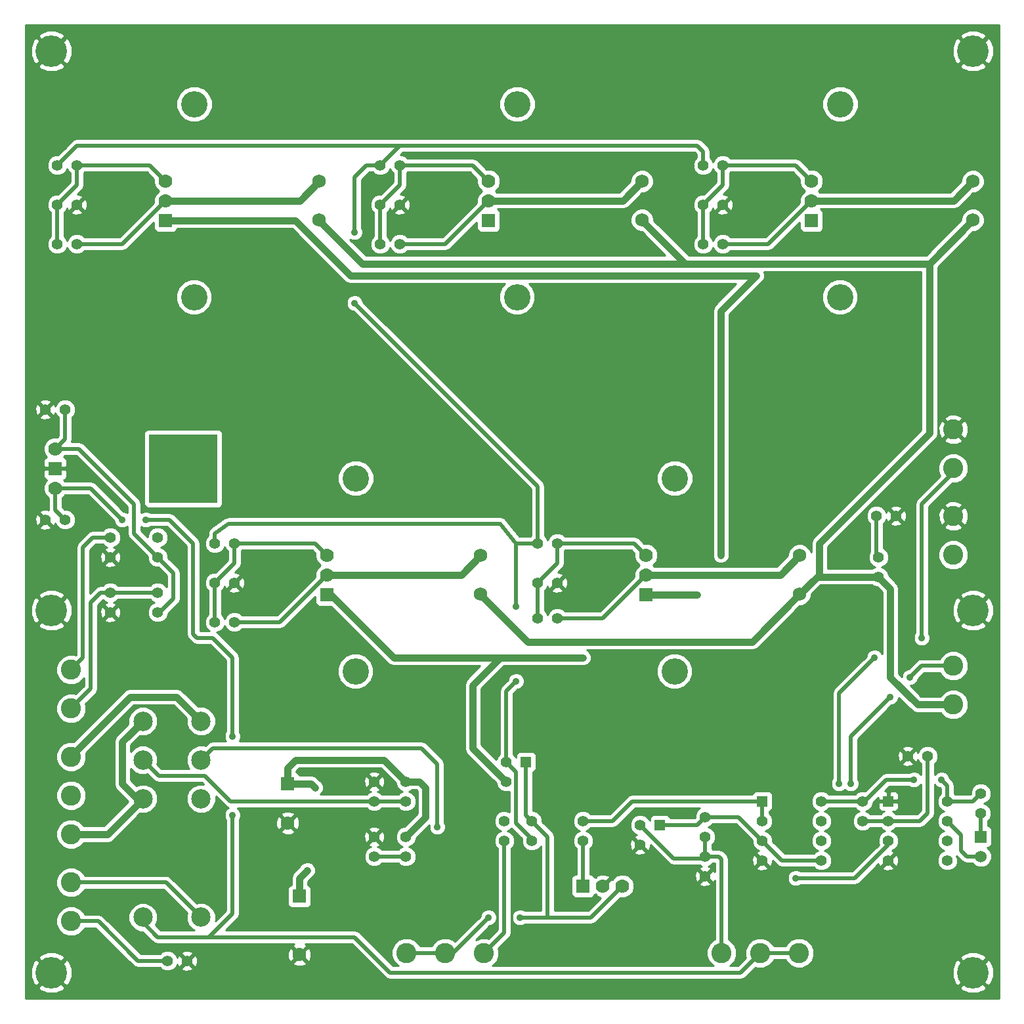
<source format=gtl>
G04 (created by PCBNEW (2013-mar-13)-testing) date Thu 01 Aug 2013 10:49:39 PM PDT*
%MOIN*%
G04 Gerber Fmt 3.4, Leading zero omitted, Abs format*
%FSLAX34Y34*%
G01*
G70*
G90*
G04 APERTURE LIST*
%ADD10C,0.003937*%
%ADD11C,0.055000*%
%ADD12R,0.070000X0.070000*%
%ADD13C,0.070000*%
%ADD14R,0.060000X0.060000*%
%ADD15C,0.060000*%
%ADD16C,0.098425*%
%ADD17C,0.102362*%
%ADD18C,0.160000*%
%ADD19C,0.133858*%
%ADD20C,0.068898*%
%ADD21R,0.055000X0.055000*%
%ADD22R,0.350000X0.350000*%
%ADD23C,0.035000*%
%ADD24C,0.020000*%
%ADD25C,0.035000*%
%ADD26C,0.010000*%
G04 APERTURE END LIST*
G54D10*
G54D11*
X69900Y-23000D03*
X68900Y-23000D03*
X53500Y-23000D03*
X52500Y-23000D03*
X37100Y-23000D03*
X36100Y-23000D03*
X61500Y-42200D03*
X60500Y-42200D03*
X45100Y-42200D03*
X44100Y-42200D03*
G54D12*
X48400Y-58123D03*
G54D13*
X48400Y-61086D03*
G54D12*
X47800Y-52400D03*
G54D13*
X47800Y-54400D03*
G54D11*
X36500Y-33400D03*
X35500Y-33400D03*
X36500Y-39000D03*
X35500Y-39000D03*
X69900Y-25000D03*
X68900Y-25000D03*
X53500Y-25000D03*
X52500Y-25000D03*
X37100Y-25000D03*
X36100Y-25000D03*
X61500Y-44000D03*
X60500Y-44000D03*
X45100Y-44200D03*
X44100Y-44200D03*
G54D14*
X83000Y-55100D03*
G54D15*
X83000Y-56100D03*
G54D11*
X80300Y-51000D03*
X79300Y-51000D03*
G54D16*
X43400Y-51200D03*
X40447Y-51200D03*
X43400Y-49231D03*
X40447Y-49231D03*
X43400Y-53168D03*
X40447Y-53168D03*
X43400Y-59192D03*
X40447Y-59192D03*
G54D17*
X36800Y-46615D03*
X36800Y-48584D03*
X36800Y-48584D03*
X36800Y-46615D03*
X36800Y-53000D03*
X36800Y-54968D03*
X36800Y-54968D03*
X36800Y-53000D03*
X36800Y-51031D03*
X81600Y-46415D03*
X81600Y-48384D03*
X81600Y-48384D03*
X81600Y-46415D03*
X81600Y-38815D03*
X81600Y-40784D03*
X81600Y-40784D03*
X81600Y-38815D03*
X81600Y-34415D03*
X81600Y-36384D03*
X81600Y-36384D03*
X81600Y-34415D03*
G54D18*
X35800Y-15200D03*
X82600Y-15200D03*
X35800Y-62000D03*
X82600Y-62000D03*
X82600Y-43600D03*
X35800Y-43600D03*
G54D13*
X74400Y-21800D03*
X74400Y-22800D03*
G54D12*
X74400Y-23800D03*
G54D19*
X75856Y-17898D03*
X75846Y-27701D03*
G54D13*
X58000Y-21800D03*
X58000Y-22800D03*
G54D12*
X58000Y-23800D03*
G54D19*
X59456Y-17898D03*
X59446Y-27701D03*
G54D13*
X41600Y-21800D03*
X41600Y-22800D03*
G54D12*
X41600Y-23800D03*
G54D19*
X43056Y-17898D03*
X43046Y-27701D03*
G54D13*
X66000Y-40800D03*
X66000Y-41800D03*
G54D12*
X66000Y-42800D03*
G54D19*
X67456Y-36898D03*
X67446Y-46701D03*
G54D13*
X49800Y-40800D03*
X49800Y-41800D03*
G54D12*
X49800Y-42800D03*
G54D19*
X51256Y-36898D03*
X51246Y-46701D03*
G54D13*
X64800Y-57600D03*
X63800Y-57600D03*
G54D12*
X62800Y-57600D03*
G54D11*
X68900Y-21000D03*
X69900Y-21000D03*
G54D20*
X82600Y-21815D03*
X82600Y-23784D03*
G54D11*
X52500Y-21000D03*
X53500Y-21000D03*
G54D20*
X65800Y-21815D03*
X65800Y-23784D03*
G54D11*
X36100Y-21000D03*
X37100Y-21000D03*
G54D20*
X49400Y-21815D03*
X49400Y-23784D03*
G54D11*
X60500Y-40200D03*
X61500Y-40200D03*
G54D20*
X73800Y-40815D03*
X73800Y-42784D03*
G54D11*
X44100Y-40200D03*
X45100Y-40200D03*
G54D20*
X57600Y-40815D03*
X57600Y-42784D03*
G54D11*
X41700Y-61400D03*
X42700Y-61400D03*
X83000Y-52900D03*
X83000Y-53900D03*
X77000Y-53300D03*
X77000Y-54300D03*
X62800Y-55300D03*
X62800Y-54300D03*
X60200Y-55300D03*
X60200Y-54300D03*
X58800Y-55300D03*
X58800Y-54300D03*
X69000Y-54100D03*
X69000Y-55100D03*
X69000Y-56100D03*
X69000Y-57100D03*
X77800Y-40900D03*
X77800Y-41900D03*
X77700Y-38800D03*
X78700Y-38800D03*
G54D17*
X55800Y-61000D03*
X57768Y-61000D03*
X57768Y-61000D03*
X55800Y-61000D03*
X53831Y-61000D03*
X71800Y-61000D03*
X73768Y-61000D03*
X73768Y-61000D03*
X71800Y-61000D03*
X69831Y-61000D03*
X36800Y-59384D03*
X36800Y-57415D03*
X36800Y-57415D03*
X36800Y-59384D03*
G54D21*
X59900Y-51300D03*
G54D11*
X58900Y-51300D03*
X58900Y-52300D03*
G54D21*
X78300Y-53300D03*
G54D11*
X78300Y-54300D03*
X78300Y-55300D03*
X78300Y-56300D03*
X81300Y-56300D03*
X81300Y-55300D03*
X81300Y-54300D03*
X81300Y-53300D03*
G54D21*
X71900Y-53300D03*
G54D11*
X71900Y-54300D03*
X71900Y-55300D03*
X71900Y-56300D03*
X74900Y-56300D03*
X74900Y-55300D03*
X74900Y-54300D03*
X74900Y-53300D03*
X52200Y-52300D03*
X52200Y-53300D03*
X41200Y-39900D03*
X41200Y-40900D03*
X38800Y-40900D03*
X38800Y-39900D03*
X41200Y-42700D03*
X41200Y-43700D03*
X38800Y-43700D03*
X38800Y-42700D03*
X53800Y-56100D03*
X53800Y-55100D03*
X52200Y-55100D03*
X52200Y-56100D03*
X53800Y-53300D03*
X53800Y-52300D03*
G54D21*
X66700Y-54500D03*
G54D11*
X65700Y-54500D03*
X65700Y-55500D03*
G54D22*
X42500Y-36400D03*
G54D13*
X36000Y-35400D03*
G54D12*
X36000Y-36400D03*
G54D13*
X36000Y-37400D03*
G54D23*
X81000Y-52200D03*
X79600Y-52200D03*
X39400Y-39000D03*
X40600Y-39000D03*
X45000Y-50000D03*
X45000Y-54000D03*
X49200Y-52600D03*
X48800Y-56800D03*
X69800Y-40800D03*
X68600Y-42800D03*
X62800Y-46000D03*
X71600Y-26600D03*
X55200Y-26600D03*
X75800Y-52400D03*
X77600Y-46000D03*
X80000Y-45000D03*
X73600Y-57200D03*
X76400Y-52400D03*
X78400Y-48000D03*
X79400Y-47000D03*
X59600Y-59200D03*
X58000Y-59200D03*
X59400Y-47200D03*
X59400Y-43400D03*
X51200Y-28000D03*
X51200Y-24400D03*
X55400Y-54600D03*
G54D24*
X77000Y-53300D02*
X77100Y-53300D01*
X81300Y-52500D02*
X81300Y-53300D01*
X81000Y-52200D02*
X81300Y-52500D01*
X78200Y-52200D02*
X79600Y-52200D01*
X77100Y-53300D02*
X78200Y-52200D01*
X71800Y-61000D02*
X73768Y-61000D01*
X43800Y-60200D02*
X51200Y-60200D01*
X70800Y-62000D02*
X71800Y-61000D01*
X53000Y-62000D02*
X70800Y-62000D01*
X51200Y-60200D02*
X53000Y-62000D01*
X40447Y-59192D02*
X40447Y-59447D01*
X37800Y-37400D02*
X36000Y-37400D01*
X39400Y-39000D02*
X37800Y-37400D01*
X41800Y-39000D02*
X40600Y-39000D01*
X43000Y-40200D02*
X41800Y-39000D01*
X43000Y-44800D02*
X43000Y-40200D01*
X43200Y-45000D02*
X43000Y-44800D01*
X44000Y-45000D02*
X43200Y-45000D01*
X45000Y-46000D02*
X44000Y-45000D01*
X45000Y-50000D02*
X45000Y-46000D01*
X45000Y-59000D02*
X45000Y-54000D01*
X43800Y-60200D02*
X45000Y-59000D01*
X41200Y-60200D02*
X43800Y-60200D01*
X40447Y-59447D02*
X41200Y-60200D01*
X36000Y-37400D02*
X36000Y-38500D01*
X36000Y-38500D02*
X36500Y-39000D01*
X77000Y-53300D02*
X74900Y-53300D01*
X81300Y-53300D02*
X82600Y-53300D01*
X82600Y-53300D02*
X83000Y-52900D01*
X38800Y-42700D02*
X38300Y-42700D01*
X37800Y-47584D02*
X36800Y-48584D01*
X37800Y-43200D02*
X37800Y-47584D01*
X38300Y-42700D02*
X37800Y-43200D01*
X41200Y-42700D02*
X38800Y-42700D01*
G54D25*
X40447Y-53168D02*
X40168Y-53168D01*
X39400Y-50278D02*
X40447Y-49231D01*
X39400Y-52400D02*
X39400Y-50278D01*
X40168Y-53168D02*
X39400Y-52400D01*
X36800Y-54968D02*
X38647Y-54968D01*
X38647Y-54968D02*
X40447Y-53168D01*
X36800Y-51031D02*
X36800Y-51000D01*
X42168Y-48000D02*
X43400Y-49231D01*
X39800Y-48000D02*
X42168Y-48000D01*
X36800Y-51000D02*
X39800Y-48000D01*
X80384Y-26000D02*
X80384Y-34615D01*
X74800Y-40200D02*
X74800Y-41900D01*
X80384Y-34615D02*
X74800Y-40200D01*
X77800Y-41900D02*
X74800Y-41900D01*
X74800Y-41900D02*
X74684Y-41900D01*
X74684Y-41900D02*
X73800Y-42784D01*
X81600Y-48384D02*
X79784Y-48384D01*
X78400Y-42500D02*
X77800Y-41900D01*
X78400Y-47000D02*
X78400Y-42500D01*
X79784Y-48384D02*
X78400Y-47000D01*
X49400Y-23784D02*
X49400Y-23800D01*
X51600Y-26000D02*
X68000Y-26000D01*
X49400Y-23800D02*
X51600Y-26000D01*
X65800Y-23784D02*
X65800Y-23800D01*
X68000Y-26000D02*
X80384Y-26000D01*
X65800Y-23800D02*
X68000Y-26000D01*
X57600Y-42784D02*
X57600Y-42800D01*
X57600Y-42800D02*
X60000Y-45200D01*
X60000Y-45200D02*
X71384Y-45200D01*
X71384Y-45200D02*
X73800Y-42784D01*
X80384Y-26000D02*
X82600Y-23784D01*
X58900Y-52300D02*
X57200Y-50600D01*
X57200Y-50600D02*
X57200Y-47400D01*
X57200Y-47400D02*
X58600Y-46000D01*
X48400Y-58123D02*
X48400Y-57200D01*
X49000Y-52400D02*
X47800Y-52400D01*
X49200Y-52600D02*
X49000Y-52400D01*
X48400Y-57200D02*
X48800Y-56800D01*
X47800Y-52400D02*
X47800Y-51600D01*
X52700Y-51200D02*
X53800Y-52300D01*
X48200Y-51200D02*
X52700Y-51200D01*
X47800Y-51600D02*
X48200Y-51200D01*
X53800Y-52300D02*
X54500Y-52300D01*
X54800Y-54100D02*
X53800Y-55100D01*
X54800Y-52600D02*
X54800Y-54100D01*
X54500Y-52300D02*
X54800Y-52600D01*
X66000Y-42800D02*
X68600Y-42800D01*
X69800Y-28400D02*
X71600Y-26600D01*
X69800Y-40800D02*
X69800Y-28400D01*
X49800Y-42800D02*
X50000Y-42800D01*
X50000Y-42800D02*
X53200Y-46000D01*
X53200Y-46000D02*
X58600Y-46000D01*
X58600Y-46000D02*
X62800Y-46000D01*
X55200Y-26600D02*
X71600Y-26600D01*
X48200Y-23800D02*
X51000Y-26600D01*
X51000Y-26600D02*
X55200Y-26600D01*
X41600Y-23800D02*
X48200Y-23800D01*
G54D24*
X81600Y-36384D02*
X81600Y-36600D01*
X75800Y-47800D02*
X75800Y-52400D01*
X77600Y-46000D02*
X75800Y-47800D01*
X80000Y-38200D02*
X80000Y-45000D01*
X81600Y-36600D02*
X80000Y-38200D01*
X77700Y-38800D02*
X77700Y-40800D01*
X77700Y-40800D02*
X77800Y-40900D01*
X68900Y-23000D02*
X68900Y-25000D01*
X69900Y-21000D02*
X69900Y-22000D01*
X69900Y-22000D02*
X68900Y-23000D01*
X69900Y-21000D02*
X73600Y-21000D01*
X73600Y-21000D02*
X74400Y-21800D01*
G54D25*
X41600Y-22800D02*
X48415Y-22800D01*
X48415Y-22800D02*
X49400Y-21815D01*
G54D24*
X37100Y-25000D02*
X39400Y-25000D01*
X39400Y-25000D02*
X41600Y-22800D01*
X52200Y-53300D02*
X44900Y-53300D01*
X41247Y-52000D02*
X40447Y-51200D01*
X43600Y-52000D02*
X41247Y-52000D01*
X44900Y-53300D02*
X43600Y-52000D01*
X52200Y-53300D02*
X53800Y-53300D01*
G54D25*
X58000Y-22800D02*
X64815Y-22800D01*
X64815Y-22800D02*
X65800Y-21815D01*
G54D24*
X53500Y-25000D02*
X55800Y-25000D01*
X55800Y-25000D02*
X58000Y-22800D01*
G54D25*
X74400Y-22800D02*
X81615Y-22800D01*
X81615Y-22800D02*
X82600Y-21815D01*
G54D24*
X69900Y-25000D02*
X72200Y-25000D01*
X72200Y-25000D02*
X74400Y-22800D01*
X62800Y-55300D02*
X62800Y-57600D01*
X41200Y-43700D02*
X41300Y-43700D01*
X42000Y-41700D02*
X41200Y-40900D01*
X42000Y-43000D02*
X42000Y-41700D01*
X41300Y-43700D02*
X42000Y-43000D01*
X36000Y-35400D02*
X37200Y-35400D01*
X40000Y-39700D02*
X41200Y-40900D01*
X40000Y-38200D02*
X40000Y-39700D01*
X37200Y-35400D02*
X40000Y-38200D01*
X36500Y-33400D02*
X36500Y-34900D01*
X36500Y-34900D02*
X36000Y-35400D01*
X52500Y-23000D02*
X52500Y-25000D01*
X53500Y-21000D02*
X53500Y-22000D01*
X53500Y-22000D02*
X52500Y-23000D01*
X53500Y-21000D02*
X57200Y-21000D01*
X57200Y-21000D02*
X58000Y-21800D01*
X69000Y-56100D02*
X69700Y-56100D01*
X69831Y-56231D02*
X69831Y-61000D01*
X69700Y-56100D02*
X69831Y-56231D01*
X65700Y-54500D02*
X67400Y-56200D01*
X68900Y-56200D02*
X69000Y-56100D01*
X67400Y-56200D02*
X68900Y-56200D01*
X69000Y-56100D02*
X69000Y-55100D01*
X83000Y-56100D02*
X82300Y-56100D01*
X82000Y-55000D02*
X81300Y-54300D01*
X82000Y-55800D02*
X82000Y-55000D01*
X82300Y-56100D02*
X82000Y-55800D01*
X38800Y-39900D02*
X37900Y-39900D01*
X37400Y-46015D02*
X36800Y-46615D01*
X37400Y-40400D02*
X37400Y-46015D01*
X37900Y-39900D02*
X37400Y-40400D01*
X78300Y-54300D02*
X79900Y-54300D01*
X80300Y-53900D02*
X80300Y-51000D01*
X79900Y-54300D02*
X80300Y-53900D01*
X78300Y-54300D02*
X77000Y-54300D01*
X78300Y-55500D02*
X78300Y-55300D01*
X76600Y-57200D02*
X78300Y-55500D01*
X73600Y-57200D02*
X76600Y-57200D01*
X71900Y-54300D02*
X71900Y-53300D01*
X62800Y-54300D02*
X64300Y-54300D01*
X65300Y-53300D02*
X71900Y-53300D01*
X64300Y-54300D02*
X65300Y-53300D01*
X36800Y-59384D02*
X38184Y-59384D01*
X40200Y-61400D02*
X41700Y-61400D01*
X38184Y-59384D02*
X40200Y-61400D01*
X81600Y-46415D02*
X79984Y-46415D01*
X76400Y-50000D02*
X76400Y-52400D01*
X78400Y-48000D02*
X76400Y-50000D01*
X79984Y-46415D02*
X79400Y-47000D01*
X69000Y-54100D02*
X70700Y-54100D01*
X70700Y-54100D02*
X71900Y-55300D01*
X74900Y-56300D02*
X72900Y-56300D01*
X72900Y-56300D02*
X71900Y-55300D01*
X66700Y-54500D02*
X68600Y-54500D01*
X68600Y-54500D02*
X69000Y-54100D01*
X83000Y-55100D02*
X83000Y-53900D01*
X55800Y-61000D02*
X56200Y-61000D01*
X59600Y-59200D02*
X61000Y-59200D01*
X56200Y-61000D02*
X58000Y-59200D01*
X59900Y-51300D02*
X59900Y-54000D01*
X59900Y-54000D02*
X60200Y-54300D01*
X61000Y-59200D02*
X63200Y-59200D01*
X63200Y-59200D02*
X64800Y-57600D01*
X61000Y-55100D02*
X60200Y-54300D01*
X61000Y-59200D02*
X61000Y-55100D01*
X53831Y-61000D02*
X55800Y-61000D01*
X58800Y-55300D02*
X58800Y-59968D01*
X58800Y-59968D02*
X57768Y-61000D01*
X60200Y-55300D02*
X60200Y-55200D01*
X59400Y-51800D02*
X58900Y-51300D01*
X59400Y-54400D02*
X59400Y-51800D01*
X60200Y-55200D02*
X59400Y-54400D01*
X59400Y-40200D02*
X59400Y-43400D01*
X58900Y-47700D02*
X58900Y-51300D01*
X59400Y-47200D02*
X58900Y-47700D01*
X52500Y-21000D02*
X51800Y-21000D01*
X60500Y-37300D02*
X60500Y-40200D01*
X51200Y-28000D02*
X60500Y-37300D01*
X51200Y-21600D02*
X51200Y-24400D01*
X51800Y-21000D02*
X51200Y-21600D01*
X44100Y-40200D02*
X44100Y-39700D01*
X60500Y-40200D02*
X59400Y-40200D01*
X44100Y-39700D02*
X44800Y-39200D01*
X44800Y-39200D02*
X58600Y-39200D01*
X58600Y-39200D02*
X59400Y-40200D01*
X53500Y-20000D02*
X37100Y-20000D01*
X37100Y-20000D02*
X36100Y-21000D01*
X68900Y-21000D02*
X68900Y-20300D01*
X68900Y-20300D02*
X68600Y-20000D01*
X67600Y-20000D02*
X53500Y-20000D01*
X68600Y-20000D02*
X67600Y-20000D01*
X53500Y-20000D02*
X52500Y-21000D01*
X44000Y-50600D02*
X43400Y-51200D01*
X54600Y-50600D02*
X44000Y-50600D01*
X55400Y-51400D02*
X54600Y-50600D01*
X55400Y-54600D02*
X55400Y-51400D01*
X52200Y-56100D02*
X53800Y-56100D01*
X36800Y-57415D02*
X41623Y-57415D01*
X41623Y-57415D02*
X43400Y-59192D01*
G54D25*
X49800Y-41800D02*
X56615Y-41800D01*
X56615Y-41800D02*
X57600Y-40815D01*
G54D24*
X45100Y-44200D02*
X47400Y-44200D01*
X47400Y-44200D02*
X49800Y-41800D01*
X44100Y-42200D02*
X44100Y-44200D01*
X45100Y-40200D02*
X45100Y-41200D01*
X45100Y-41200D02*
X44100Y-42200D01*
X45100Y-40200D02*
X49200Y-40200D01*
X49200Y-40200D02*
X49800Y-40800D01*
G54D25*
X66000Y-41800D02*
X72815Y-41800D01*
X72815Y-41800D02*
X73800Y-40815D01*
G54D24*
X61500Y-44000D02*
X63800Y-44000D01*
X63800Y-44000D02*
X66000Y-41800D01*
X60500Y-42200D02*
X60500Y-44000D01*
X61500Y-40200D02*
X61500Y-41200D01*
X61500Y-41200D02*
X60500Y-42200D01*
X61500Y-40200D02*
X65400Y-40200D01*
X65400Y-40200D02*
X66000Y-40800D01*
X36100Y-23000D02*
X36100Y-25000D01*
X37100Y-21000D02*
X37100Y-22000D01*
X37100Y-22000D02*
X36100Y-23000D01*
X37100Y-21000D02*
X40800Y-21000D01*
X40800Y-21000D02*
X41600Y-21800D01*
G54D10*
G36*
X41251Y-22300D02*
X41091Y-22459D01*
X41000Y-22680D01*
X40999Y-22905D01*
X39255Y-24650D01*
X37629Y-24650D01*
X37629Y-23075D01*
X37618Y-22867D01*
X37560Y-22727D01*
X37467Y-22702D01*
X37170Y-23000D01*
X37467Y-23297D01*
X37560Y-23272D01*
X37629Y-23075D01*
X37629Y-24650D01*
X37492Y-24650D01*
X37397Y-24555D01*
X37397Y-24554D01*
X37397Y-23367D01*
X37100Y-23070D01*
X36802Y-23367D01*
X36827Y-23460D01*
X37024Y-23529D01*
X37232Y-23518D01*
X37372Y-23460D01*
X37397Y-23367D01*
X37397Y-24554D01*
X37204Y-24475D01*
X36996Y-24474D01*
X36803Y-24554D01*
X36655Y-24702D01*
X36599Y-24835D01*
X36545Y-24703D01*
X36450Y-24607D01*
X36450Y-23392D01*
X36544Y-23297D01*
X36597Y-23171D01*
X36639Y-23272D01*
X36732Y-23297D01*
X37029Y-23000D01*
X37023Y-22994D01*
X37094Y-22923D01*
X37100Y-22929D01*
X37397Y-22632D01*
X37372Y-22539D01*
X37175Y-22470D01*
X37121Y-22473D01*
X37347Y-22247D01*
X37423Y-22133D01*
X37450Y-22000D01*
X37450Y-21392D01*
X37492Y-21350D01*
X40655Y-21350D01*
X41000Y-21695D01*
X40999Y-21918D01*
X41091Y-22139D01*
X41251Y-22300D01*
X41251Y-22300D01*
G37*
G54D26*
X41251Y-22300D02*
X41091Y-22459D01*
X41000Y-22680D01*
X40999Y-22905D01*
X39255Y-24650D01*
X37629Y-24650D01*
X37629Y-23075D01*
X37618Y-22867D01*
X37560Y-22727D01*
X37467Y-22702D01*
X37170Y-23000D01*
X37467Y-23297D01*
X37560Y-23272D01*
X37629Y-23075D01*
X37629Y-24650D01*
X37492Y-24650D01*
X37397Y-24555D01*
X37397Y-24554D01*
X37397Y-23367D01*
X37100Y-23070D01*
X36802Y-23367D01*
X36827Y-23460D01*
X37024Y-23529D01*
X37232Y-23518D01*
X37372Y-23460D01*
X37397Y-23367D01*
X37397Y-24554D01*
X37204Y-24475D01*
X36996Y-24474D01*
X36803Y-24554D01*
X36655Y-24702D01*
X36599Y-24835D01*
X36545Y-24703D01*
X36450Y-24607D01*
X36450Y-23392D01*
X36544Y-23297D01*
X36597Y-23171D01*
X36639Y-23272D01*
X36732Y-23297D01*
X37029Y-23000D01*
X37023Y-22994D01*
X37094Y-22923D01*
X37100Y-22929D01*
X37397Y-22632D01*
X37372Y-22539D01*
X37175Y-22470D01*
X37121Y-22473D01*
X37347Y-22247D01*
X37423Y-22133D01*
X37450Y-22000D01*
X37450Y-21392D01*
X37492Y-21350D01*
X40655Y-21350D01*
X41000Y-21695D01*
X40999Y-21918D01*
X41091Y-22139D01*
X41251Y-22300D01*
G54D10*
G36*
X49451Y-41300D02*
X49291Y-41459D01*
X49200Y-41680D01*
X49199Y-41905D01*
X47255Y-43850D01*
X45629Y-43850D01*
X45629Y-42275D01*
X45618Y-42067D01*
X45560Y-41927D01*
X45467Y-41902D01*
X45170Y-42200D01*
X45467Y-42497D01*
X45560Y-42472D01*
X45629Y-42275D01*
X45629Y-43850D01*
X45492Y-43850D01*
X45397Y-43755D01*
X45397Y-43754D01*
X45397Y-42567D01*
X45100Y-42270D01*
X44802Y-42567D01*
X44827Y-42660D01*
X45024Y-42729D01*
X45232Y-42718D01*
X45372Y-42660D01*
X45397Y-42567D01*
X45397Y-43754D01*
X45204Y-43675D01*
X44996Y-43674D01*
X44803Y-43754D01*
X44655Y-43902D01*
X44599Y-44035D01*
X44545Y-43903D01*
X44450Y-43807D01*
X44450Y-42592D01*
X44544Y-42497D01*
X44597Y-42371D01*
X44639Y-42472D01*
X44732Y-42497D01*
X45029Y-42200D01*
X45023Y-42194D01*
X45094Y-42123D01*
X45100Y-42129D01*
X45397Y-41832D01*
X45372Y-41739D01*
X45175Y-41670D01*
X45121Y-41673D01*
X45347Y-41447D01*
X45423Y-41333D01*
X45450Y-41200D01*
X45450Y-40592D01*
X45492Y-40550D01*
X49055Y-40550D01*
X49200Y-40695D01*
X49199Y-40918D01*
X49291Y-41139D01*
X49451Y-41300D01*
X49451Y-41300D01*
G37*
G54D26*
X49451Y-41300D02*
X49291Y-41459D01*
X49200Y-41680D01*
X49199Y-41905D01*
X47255Y-43850D01*
X45629Y-43850D01*
X45629Y-42275D01*
X45618Y-42067D01*
X45560Y-41927D01*
X45467Y-41902D01*
X45170Y-42200D01*
X45467Y-42497D01*
X45560Y-42472D01*
X45629Y-42275D01*
X45629Y-43850D01*
X45492Y-43850D01*
X45397Y-43755D01*
X45397Y-43754D01*
X45397Y-42567D01*
X45100Y-42270D01*
X44802Y-42567D01*
X44827Y-42660D01*
X45024Y-42729D01*
X45232Y-42718D01*
X45372Y-42660D01*
X45397Y-42567D01*
X45397Y-43754D01*
X45204Y-43675D01*
X44996Y-43674D01*
X44803Y-43754D01*
X44655Y-43902D01*
X44599Y-44035D01*
X44545Y-43903D01*
X44450Y-43807D01*
X44450Y-42592D01*
X44544Y-42497D01*
X44597Y-42371D01*
X44639Y-42472D01*
X44732Y-42497D01*
X45029Y-42200D01*
X45023Y-42194D01*
X45094Y-42123D01*
X45100Y-42129D01*
X45397Y-41832D01*
X45372Y-41739D01*
X45175Y-41670D01*
X45121Y-41673D01*
X45347Y-41447D01*
X45423Y-41333D01*
X45450Y-41200D01*
X45450Y-40592D01*
X45492Y-40550D01*
X49055Y-40550D01*
X49200Y-40695D01*
X49199Y-40918D01*
X49291Y-41139D01*
X49451Y-41300D01*
G54D10*
G36*
X53635Y-52800D02*
X53503Y-52854D01*
X53407Y-52950D01*
X52729Y-52950D01*
X52729Y-52375D01*
X52718Y-52167D01*
X52660Y-52027D01*
X52567Y-52002D01*
X52497Y-52073D01*
X52497Y-51932D01*
X52472Y-51839D01*
X52275Y-51770D01*
X52067Y-51781D01*
X51927Y-51839D01*
X51902Y-51932D01*
X52200Y-52229D01*
X52497Y-51932D01*
X52497Y-52073D01*
X52270Y-52300D01*
X52567Y-52597D01*
X52660Y-52572D01*
X52729Y-52375D01*
X52729Y-52950D01*
X52592Y-52950D01*
X52497Y-52855D01*
X52371Y-52802D01*
X52472Y-52760D01*
X52497Y-52667D01*
X52200Y-52370D01*
X52129Y-52441D01*
X52129Y-52300D01*
X51832Y-52002D01*
X51739Y-52027D01*
X51670Y-52224D01*
X51681Y-52432D01*
X51739Y-52572D01*
X51832Y-52597D01*
X52129Y-52300D01*
X52129Y-52441D01*
X51902Y-52667D01*
X51927Y-52760D01*
X52037Y-52799D01*
X51903Y-52854D01*
X51807Y-52950D01*
X49450Y-52950D01*
X49560Y-52841D01*
X49592Y-52762D01*
X49624Y-52684D01*
X49625Y-52600D01*
X49625Y-52515D01*
X49592Y-52437D01*
X49560Y-52359D01*
X49441Y-52239D01*
X49440Y-52239D01*
X49300Y-52099D01*
X49162Y-52007D01*
X49000Y-51975D01*
X48389Y-51975D01*
X48361Y-51908D01*
X48291Y-51838D01*
X48225Y-51810D01*
X48225Y-51776D01*
X48376Y-51625D01*
X52523Y-51625D01*
X53274Y-52375D01*
X53274Y-52403D01*
X53354Y-52597D01*
X53502Y-52744D01*
X53635Y-52800D01*
X53635Y-52800D01*
G37*
G54D26*
X53635Y-52800D02*
X53503Y-52854D01*
X53407Y-52950D01*
X52729Y-52950D01*
X52729Y-52375D01*
X52718Y-52167D01*
X52660Y-52027D01*
X52567Y-52002D01*
X52497Y-52073D01*
X52497Y-51932D01*
X52472Y-51839D01*
X52275Y-51770D01*
X52067Y-51781D01*
X51927Y-51839D01*
X51902Y-51932D01*
X52200Y-52229D01*
X52497Y-51932D01*
X52497Y-52073D01*
X52270Y-52300D01*
X52567Y-52597D01*
X52660Y-52572D01*
X52729Y-52375D01*
X52729Y-52950D01*
X52592Y-52950D01*
X52497Y-52855D01*
X52371Y-52802D01*
X52472Y-52760D01*
X52497Y-52667D01*
X52200Y-52370D01*
X52129Y-52441D01*
X52129Y-52300D01*
X51832Y-52002D01*
X51739Y-52027D01*
X51670Y-52224D01*
X51681Y-52432D01*
X51739Y-52572D01*
X51832Y-52597D01*
X52129Y-52300D01*
X52129Y-52441D01*
X51902Y-52667D01*
X51927Y-52760D01*
X52037Y-52799D01*
X51903Y-52854D01*
X51807Y-52950D01*
X49450Y-52950D01*
X49560Y-52841D01*
X49592Y-52762D01*
X49624Y-52684D01*
X49625Y-52600D01*
X49625Y-52515D01*
X49592Y-52437D01*
X49560Y-52359D01*
X49441Y-52239D01*
X49440Y-52239D01*
X49300Y-52099D01*
X49162Y-52007D01*
X49000Y-51975D01*
X48389Y-51975D01*
X48361Y-51908D01*
X48291Y-51838D01*
X48225Y-51810D01*
X48225Y-51776D01*
X48376Y-51625D01*
X52523Y-51625D01*
X53274Y-52375D01*
X53274Y-52403D01*
X53354Y-52597D01*
X53502Y-52744D01*
X53635Y-52800D01*
G54D10*
G36*
X57651Y-22300D02*
X57491Y-22459D01*
X57400Y-22680D01*
X57399Y-22905D01*
X55655Y-24650D01*
X54029Y-24650D01*
X54029Y-23075D01*
X54018Y-22867D01*
X53960Y-22727D01*
X53867Y-22702D01*
X53570Y-23000D01*
X53867Y-23297D01*
X53960Y-23272D01*
X54029Y-23075D01*
X54029Y-24650D01*
X53892Y-24650D01*
X53797Y-24555D01*
X53797Y-24554D01*
X53797Y-23367D01*
X53500Y-23070D01*
X53202Y-23367D01*
X53227Y-23460D01*
X53424Y-23529D01*
X53632Y-23518D01*
X53772Y-23460D01*
X53797Y-23367D01*
X53797Y-24554D01*
X53604Y-24475D01*
X53396Y-24474D01*
X53203Y-24554D01*
X53055Y-24702D01*
X52999Y-24835D01*
X52945Y-24703D01*
X52850Y-24607D01*
X52850Y-23392D01*
X52944Y-23297D01*
X52997Y-23171D01*
X53039Y-23272D01*
X53132Y-23297D01*
X53429Y-23000D01*
X53423Y-22994D01*
X53494Y-22923D01*
X53500Y-22929D01*
X53797Y-22632D01*
X53772Y-22539D01*
X53575Y-22470D01*
X53521Y-22473D01*
X53747Y-22247D01*
X53823Y-22133D01*
X53850Y-22000D01*
X53850Y-21392D01*
X53892Y-21350D01*
X57055Y-21350D01*
X57400Y-21695D01*
X57399Y-21918D01*
X57491Y-22139D01*
X57651Y-22300D01*
X57651Y-22300D01*
G37*
G54D26*
X57651Y-22300D02*
X57491Y-22459D01*
X57400Y-22680D01*
X57399Y-22905D01*
X55655Y-24650D01*
X54029Y-24650D01*
X54029Y-23075D01*
X54018Y-22867D01*
X53960Y-22727D01*
X53867Y-22702D01*
X53570Y-23000D01*
X53867Y-23297D01*
X53960Y-23272D01*
X54029Y-23075D01*
X54029Y-24650D01*
X53892Y-24650D01*
X53797Y-24555D01*
X53797Y-24554D01*
X53797Y-23367D01*
X53500Y-23070D01*
X53202Y-23367D01*
X53227Y-23460D01*
X53424Y-23529D01*
X53632Y-23518D01*
X53772Y-23460D01*
X53797Y-23367D01*
X53797Y-24554D01*
X53604Y-24475D01*
X53396Y-24474D01*
X53203Y-24554D01*
X53055Y-24702D01*
X52999Y-24835D01*
X52945Y-24703D01*
X52850Y-24607D01*
X52850Y-23392D01*
X52944Y-23297D01*
X52997Y-23171D01*
X53039Y-23272D01*
X53132Y-23297D01*
X53429Y-23000D01*
X53423Y-22994D01*
X53494Y-22923D01*
X53500Y-22929D01*
X53797Y-22632D01*
X53772Y-22539D01*
X53575Y-22470D01*
X53521Y-22473D01*
X53747Y-22247D01*
X53823Y-22133D01*
X53850Y-22000D01*
X53850Y-21392D01*
X53892Y-21350D01*
X57055Y-21350D01*
X57400Y-21695D01*
X57399Y-21918D01*
X57491Y-22139D01*
X57651Y-22300D01*
G54D10*
G36*
X59050Y-53835D02*
X58904Y-53775D01*
X58696Y-53774D01*
X58503Y-53854D01*
X58355Y-54002D01*
X58275Y-54195D01*
X58274Y-54403D01*
X58354Y-54597D01*
X58502Y-54744D01*
X58635Y-54800D01*
X58503Y-54854D01*
X58355Y-55002D01*
X58275Y-55195D01*
X58274Y-55403D01*
X58354Y-55597D01*
X58450Y-55692D01*
X58450Y-59823D01*
X58001Y-60271D01*
X57920Y-60238D01*
X57617Y-60238D01*
X57343Y-60351D01*
X58069Y-59625D01*
X58084Y-59625D01*
X58240Y-59560D01*
X58360Y-59441D01*
X58424Y-59284D01*
X58425Y-59115D01*
X58360Y-58959D01*
X58241Y-58839D01*
X58084Y-58775D01*
X57915Y-58774D01*
X57759Y-58839D01*
X57639Y-58958D01*
X57575Y-59115D01*
X57575Y-59129D01*
X56291Y-60413D01*
X56232Y-60354D01*
X55952Y-60238D01*
X55649Y-60238D01*
X55369Y-60353D01*
X55154Y-60567D01*
X55120Y-60650D01*
X54511Y-60650D01*
X54477Y-60569D01*
X54263Y-60354D01*
X53983Y-60238D01*
X53680Y-60238D01*
X53400Y-60353D01*
X53186Y-60567D01*
X53069Y-60847D01*
X53069Y-61150D01*
X53185Y-61430D01*
X53399Y-61645D01*
X53410Y-61650D01*
X53144Y-61650D01*
X51447Y-59952D01*
X51333Y-59876D01*
X51200Y-59850D01*
X49225Y-59850D01*
X49225Y-56715D01*
X49192Y-56637D01*
X49160Y-56559D01*
X49100Y-56499D01*
X49041Y-56439D01*
X48884Y-56375D01*
X48715Y-56374D01*
X48559Y-56439D01*
X48439Y-56558D01*
X48439Y-56559D01*
X48404Y-56594D01*
X48404Y-54493D01*
X48394Y-54255D01*
X48322Y-54082D01*
X48222Y-54048D01*
X48151Y-54119D01*
X48151Y-53977D01*
X48117Y-53877D01*
X47893Y-53795D01*
X47655Y-53805D01*
X47482Y-53877D01*
X47448Y-53977D01*
X47800Y-54329D01*
X48151Y-53977D01*
X48151Y-54119D01*
X47870Y-54400D01*
X48222Y-54751D01*
X48322Y-54717D01*
X48404Y-54493D01*
X48404Y-56594D01*
X48151Y-56847D01*
X48151Y-54822D01*
X47800Y-54470D01*
X47729Y-54541D01*
X47729Y-54400D01*
X47377Y-54048D01*
X47277Y-54082D01*
X47195Y-54306D01*
X47205Y-54544D01*
X47277Y-54717D01*
X47377Y-54751D01*
X47729Y-54400D01*
X47729Y-54541D01*
X47448Y-54822D01*
X47482Y-54922D01*
X47706Y-55004D01*
X47944Y-54994D01*
X48117Y-54922D01*
X48151Y-54822D01*
X48151Y-56847D01*
X48099Y-56899D01*
X48007Y-57037D01*
X47975Y-57200D01*
X47975Y-57534D01*
X47908Y-57561D01*
X47838Y-57632D01*
X47800Y-57723D01*
X47800Y-57823D01*
X47800Y-58523D01*
X47838Y-58615D01*
X47908Y-58685D01*
X48000Y-58723D01*
X48099Y-58723D01*
X48799Y-58723D01*
X48891Y-58685D01*
X48961Y-58615D01*
X49000Y-58523D01*
X49000Y-58423D01*
X49000Y-57723D01*
X48961Y-57632D01*
X48891Y-57561D01*
X48825Y-57534D01*
X48825Y-57376D01*
X49100Y-57100D01*
X49100Y-57100D01*
X49160Y-57041D01*
X49192Y-56962D01*
X49224Y-56884D01*
X49225Y-56800D01*
X49225Y-56715D01*
X49225Y-59850D01*
X44644Y-59850D01*
X45247Y-59247D01*
X45323Y-59133D01*
X45323Y-59133D01*
X45350Y-59000D01*
X45350Y-54251D01*
X45360Y-54241D01*
X45424Y-54084D01*
X45425Y-53915D01*
X45360Y-53759D01*
X45251Y-53650D01*
X51807Y-53650D01*
X51902Y-53744D01*
X52095Y-53824D01*
X52303Y-53825D01*
X52497Y-53745D01*
X52592Y-53650D01*
X53407Y-53650D01*
X53502Y-53744D01*
X53695Y-53824D01*
X53903Y-53825D01*
X54097Y-53745D01*
X54244Y-53597D01*
X54324Y-53404D01*
X54325Y-53196D01*
X54245Y-53003D01*
X54097Y-52855D01*
X53964Y-52799D01*
X54097Y-52745D01*
X54117Y-52725D01*
X54323Y-52725D01*
X54375Y-52776D01*
X54375Y-53923D01*
X53724Y-54574D01*
X53696Y-54574D01*
X53503Y-54654D01*
X53355Y-54802D01*
X53275Y-54995D01*
X53274Y-55203D01*
X53354Y-55397D01*
X53502Y-55544D01*
X53635Y-55600D01*
X53503Y-55654D01*
X53407Y-55750D01*
X52729Y-55750D01*
X52729Y-55175D01*
X52718Y-54967D01*
X52660Y-54827D01*
X52567Y-54802D01*
X52497Y-54873D01*
X52497Y-54732D01*
X52472Y-54639D01*
X52275Y-54570D01*
X52067Y-54581D01*
X51927Y-54639D01*
X51902Y-54732D01*
X52200Y-55029D01*
X52497Y-54732D01*
X52497Y-54873D01*
X52270Y-55100D01*
X52567Y-55397D01*
X52660Y-55372D01*
X52729Y-55175D01*
X52729Y-55750D01*
X52592Y-55750D01*
X52497Y-55655D01*
X52371Y-55602D01*
X52472Y-55560D01*
X52497Y-55467D01*
X52200Y-55170D01*
X52129Y-55241D01*
X52129Y-55100D01*
X51832Y-54802D01*
X51739Y-54827D01*
X51670Y-55024D01*
X51681Y-55232D01*
X51739Y-55372D01*
X51832Y-55397D01*
X52129Y-55100D01*
X52129Y-55241D01*
X51902Y-55467D01*
X51927Y-55560D01*
X52037Y-55599D01*
X51903Y-55654D01*
X51755Y-55802D01*
X51675Y-55995D01*
X51674Y-56203D01*
X51754Y-56397D01*
X51902Y-56544D01*
X52095Y-56624D01*
X52303Y-56625D01*
X52497Y-56545D01*
X52592Y-56450D01*
X53407Y-56450D01*
X53502Y-56544D01*
X53695Y-56624D01*
X53903Y-56625D01*
X54097Y-56545D01*
X54244Y-56397D01*
X54324Y-56204D01*
X54325Y-55996D01*
X54245Y-55803D01*
X54097Y-55655D01*
X53964Y-55599D01*
X54097Y-55545D01*
X54244Y-55397D01*
X54324Y-55204D01*
X54324Y-55176D01*
X54975Y-54525D01*
X54974Y-54684D01*
X55039Y-54840D01*
X55158Y-54960D01*
X55315Y-55024D01*
X55484Y-55025D01*
X55640Y-54960D01*
X55760Y-54841D01*
X55824Y-54684D01*
X55825Y-54515D01*
X55760Y-54359D01*
X55750Y-54349D01*
X55750Y-51400D01*
X55723Y-51266D01*
X55723Y-51266D01*
X55647Y-51152D01*
X54847Y-50352D01*
X54733Y-50276D01*
X54600Y-50250D01*
X52166Y-50250D01*
X52166Y-46519D01*
X52026Y-46181D01*
X51768Y-45922D01*
X51430Y-45782D01*
X51064Y-45782D01*
X50726Y-45921D01*
X50467Y-46180D01*
X50327Y-46517D01*
X50327Y-46883D01*
X50467Y-47221D01*
X50725Y-47480D01*
X51063Y-47620D01*
X51428Y-47621D01*
X51766Y-47481D01*
X52025Y-47222D01*
X52165Y-46885D01*
X52166Y-46519D01*
X52166Y-50250D01*
X45351Y-50250D01*
X45360Y-50241D01*
X45424Y-50084D01*
X45425Y-49915D01*
X45360Y-49759D01*
X45350Y-49749D01*
X45350Y-46000D01*
X45323Y-45866D01*
X45247Y-45752D01*
X44247Y-44752D01*
X44205Y-44724D01*
X44397Y-44645D01*
X44544Y-44497D01*
X44600Y-44364D01*
X44654Y-44497D01*
X44802Y-44644D01*
X44995Y-44724D01*
X45203Y-44725D01*
X45397Y-44645D01*
X45492Y-44550D01*
X47400Y-44550D01*
X47533Y-44523D01*
X47533Y-44523D01*
X47647Y-44447D01*
X49200Y-42894D01*
X49200Y-43199D01*
X49238Y-43291D01*
X49308Y-43361D01*
X49400Y-43400D01*
X49499Y-43400D01*
X49998Y-43400D01*
X52899Y-46300D01*
X53037Y-46392D01*
X53200Y-46425D01*
X57573Y-46425D01*
X56899Y-47099D01*
X56807Y-47237D01*
X56775Y-47400D01*
X56775Y-50600D01*
X56807Y-50762D01*
X56899Y-50900D01*
X58374Y-52375D01*
X58374Y-52403D01*
X58454Y-52597D01*
X58602Y-52744D01*
X58795Y-52824D01*
X59003Y-52825D01*
X59050Y-52806D01*
X59050Y-53835D01*
X59050Y-53835D01*
G37*
G54D26*
X59050Y-53835D02*
X58904Y-53775D01*
X58696Y-53774D01*
X58503Y-53854D01*
X58355Y-54002D01*
X58275Y-54195D01*
X58274Y-54403D01*
X58354Y-54597D01*
X58502Y-54744D01*
X58635Y-54800D01*
X58503Y-54854D01*
X58355Y-55002D01*
X58275Y-55195D01*
X58274Y-55403D01*
X58354Y-55597D01*
X58450Y-55692D01*
X58450Y-59823D01*
X58001Y-60271D01*
X57920Y-60238D01*
X57617Y-60238D01*
X57343Y-60351D01*
X58069Y-59625D01*
X58084Y-59625D01*
X58240Y-59560D01*
X58360Y-59441D01*
X58424Y-59284D01*
X58425Y-59115D01*
X58360Y-58959D01*
X58241Y-58839D01*
X58084Y-58775D01*
X57915Y-58774D01*
X57759Y-58839D01*
X57639Y-58958D01*
X57575Y-59115D01*
X57575Y-59129D01*
X56291Y-60413D01*
X56232Y-60354D01*
X55952Y-60238D01*
X55649Y-60238D01*
X55369Y-60353D01*
X55154Y-60567D01*
X55120Y-60650D01*
X54511Y-60650D01*
X54477Y-60569D01*
X54263Y-60354D01*
X53983Y-60238D01*
X53680Y-60238D01*
X53400Y-60353D01*
X53186Y-60567D01*
X53069Y-60847D01*
X53069Y-61150D01*
X53185Y-61430D01*
X53399Y-61645D01*
X53410Y-61650D01*
X53144Y-61650D01*
X51447Y-59952D01*
X51333Y-59876D01*
X51200Y-59850D01*
X49225Y-59850D01*
X49225Y-56715D01*
X49192Y-56637D01*
X49160Y-56559D01*
X49100Y-56499D01*
X49041Y-56439D01*
X48884Y-56375D01*
X48715Y-56374D01*
X48559Y-56439D01*
X48439Y-56558D01*
X48439Y-56559D01*
X48404Y-56594D01*
X48404Y-54493D01*
X48394Y-54255D01*
X48322Y-54082D01*
X48222Y-54048D01*
X48151Y-54119D01*
X48151Y-53977D01*
X48117Y-53877D01*
X47893Y-53795D01*
X47655Y-53805D01*
X47482Y-53877D01*
X47448Y-53977D01*
X47800Y-54329D01*
X48151Y-53977D01*
X48151Y-54119D01*
X47870Y-54400D01*
X48222Y-54751D01*
X48322Y-54717D01*
X48404Y-54493D01*
X48404Y-56594D01*
X48151Y-56847D01*
X48151Y-54822D01*
X47800Y-54470D01*
X47729Y-54541D01*
X47729Y-54400D01*
X47377Y-54048D01*
X47277Y-54082D01*
X47195Y-54306D01*
X47205Y-54544D01*
X47277Y-54717D01*
X47377Y-54751D01*
X47729Y-54400D01*
X47729Y-54541D01*
X47448Y-54822D01*
X47482Y-54922D01*
X47706Y-55004D01*
X47944Y-54994D01*
X48117Y-54922D01*
X48151Y-54822D01*
X48151Y-56847D01*
X48099Y-56899D01*
X48007Y-57037D01*
X47975Y-57200D01*
X47975Y-57534D01*
X47908Y-57561D01*
X47838Y-57632D01*
X47800Y-57723D01*
X47800Y-57823D01*
X47800Y-58523D01*
X47838Y-58615D01*
X47908Y-58685D01*
X48000Y-58723D01*
X48099Y-58723D01*
X48799Y-58723D01*
X48891Y-58685D01*
X48961Y-58615D01*
X49000Y-58523D01*
X49000Y-58423D01*
X49000Y-57723D01*
X48961Y-57632D01*
X48891Y-57561D01*
X48825Y-57534D01*
X48825Y-57376D01*
X49100Y-57100D01*
X49100Y-57100D01*
X49160Y-57041D01*
X49192Y-56962D01*
X49224Y-56884D01*
X49225Y-56800D01*
X49225Y-56715D01*
X49225Y-59850D01*
X44644Y-59850D01*
X45247Y-59247D01*
X45323Y-59133D01*
X45323Y-59133D01*
X45350Y-59000D01*
X45350Y-54251D01*
X45360Y-54241D01*
X45424Y-54084D01*
X45425Y-53915D01*
X45360Y-53759D01*
X45251Y-53650D01*
X51807Y-53650D01*
X51902Y-53744D01*
X52095Y-53824D01*
X52303Y-53825D01*
X52497Y-53745D01*
X52592Y-53650D01*
X53407Y-53650D01*
X53502Y-53744D01*
X53695Y-53824D01*
X53903Y-53825D01*
X54097Y-53745D01*
X54244Y-53597D01*
X54324Y-53404D01*
X54325Y-53196D01*
X54245Y-53003D01*
X54097Y-52855D01*
X53964Y-52799D01*
X54097Y-52745D01*
X54117Y-52725D01*
X54323Y-52725D01*
X54375Y-52776D01*
X54375Y-53923D01*
X53724Y-54574D01*
X53696Y-54574D01*
X53503Y-54654D01*
X53355Y-54802D01*
X53275Y-54995D01*
X53274Y-55203D01*
X53354Y-55397D01*
X53502Y-55544D01*
X53635Y-55600D01*
X53503Y-55654D01*
X53407Y-55750D01*
X52729Y-55750D01*
X52729Y-55175D01*
X52718Y-54967D01*
X52660Y-54827D01*
X52567Y-54802D01*
X52497Y-54873D01*
X52497Y-54732D01*
X52472Y-54639D01*
X52275Y-54570D01*
X52067Y-54581D01*
X51927Y-54639D01*
X51902Y-54732D01*
X52200Y-55029D01*
X52497Y-54732D01*
X52497Y-54873D01*
X52270Y-55100D01*
X52567Y-55397D01*
X52660Y-55372D01*
X52729Y-55175D01*
X52729Y-55750D01*
X52592Y-55750D01*
X52497Y-55655D01*
X52371Y-55602D01*
X52472Y-55560D01*
X52497Y-55467D01*
X52200Y-55170D01*
X52129Y-55241D01*
X52129Y-55100D01*
X51832Y-54802D01*
X51739Y-54827D01*
X51670Y-55024D01*
X51681Y-55232D01*
X51739Y-55372D01*
X51832Y-55397D01*
X52129Y-55100D01*
X52129Y-55241D01*
X51902Y-55467D01*
X51927Y-55560D01*
X52037Y-55599D01*
X51903Y-55654D01*
X51755Y-55802D01*
X51675Y-55995D01*
X51674Y-56203D01*
X51754Y-56397D01*
X51902Y-56544D01*
X52095Y-56624D01*
X52303Y-56625D01*
X52497Y-56545D01*
X52592Y-56450D01*
X53407Y-56450D01*
X53502Y-56544D01*
X53695Y-56624D01*
X53903Y-56625D01*
X54097Y-56545D01*
X54244Y-56397D01*
X54324Y-56204D01*
X54325Y-55996D01*
X54245Y-55803D01*
X54097Y-55655D01*
X53964Y-55599D01*
X54097Y-55545D01*
X54244Y-55397D01*
X54324Y-55204D01*
X54324Y-55176D01*
X54975Y-54525D01*
X54974Y-54684D01*
X55039Y-54840D01*
X55158Y-54960D01*
X55315Y-55024D01*
X55484Y-55025D01*
X55640Y-54960D01*
X55760Y-54841D01*
X55824Y-54684D01*
X55825Y-54515D01*
X55760Y-54359D01*
X55750Y-54349D01*
X55750Y-51400D01*
X55723Y-51266D01*
X55723Y-51266D01*
X55647Y-51152D01*
X54847Y-50352D01*
X54733Y-50276D01*
X54600Y-50250D01*
X52166Y-50250D01*
X52166Y-46519D01*
X52026Y-46181D01*
X51768Y-45922D01*
X51430Y-45782D01*
X51064Y-45782D01*
X50726Y-45921D01*
X50467Y-46180D01*
X50327Y-46517D01*
X50327Y-46883D01*
X50467Y-47221D01*
X50725Y-47480D01*
X51063Y-47620D01*
X51428Y-47621D01*
X51766Y-47481D01*
X52025Y-47222D01*
X52165Y-46885D01*
X52166Y-46519D01*
X52166Y-50250D01*
X45351Y-50250D01*
X45360Y-50241D01*
X45424Y-50084D01*
X45425Y-49915D01*
X45360Y-49759D01*
X45350Y-49749D01*
X45350Y-46000D01*
X45323Y-45866D01*
X45247Y-45752D01*
X44247Y-44752D01*
X44205Y-44724D01*
X44397Y-44645D01*
X44544Y-44497D01*
X44600Y-44364D01*
X44654Y-44497D01*
X44802Y-44644D01*
X44995Y-44724D01*
X45203Y-44725D01*
X45397Y-44645D01*
X45492Y-44550D01*
X47400Y-44550D01*
X47533Y-44523D01*
X47533Y-44523D01*
X47647Y-44447D01*
X49200Y-42894D01*
X49200Y-43199D01*
X49238Y-43291D01*
X49308Y-43361D01*
X49400Y-43400D01*
X49499Y-43400D01*
X49998Y-43400D01*
X52899Y-46300D01*
X53037Y-46392D01*
X53200Y-46425D01*
X57573Y-46425D01*
X56899Y-47099D01*
X56807Y-47237D01*
X56775Y-47400D01*
X56775Y-50600D01*
X56807Y-50762D01*
X56899Y-50900D01*
X58374Y-52375D01*
X58374Y-52403D01*
X58454Y-52597D01*
X58602Y-52744D01*
X58795Y-52824D01*
X59003Y-52825D01*
X59050Y-52806D01*
X59050Y-53835D01*
G54D10*
G36*
X65651Y-41300D02*
X65491Y-41459D01*
X65400Y-41680D01*
X65399Y-41905D01*
X63655Y-43650D01*
X62029Y-43650D01*
X62029Y-42275D01*
X62018Y-42067D01*
X61960Y-41927D01*
X61867Y-41902D01*
X61570Y-42200D01*
X61867Y-42497D01*
X61960Y-42472D01*
X62029Y-42275D01*
X62029Y-43650D01*
X61892Y-43650D01*
X61797Y-43555D01*
X61797Y-43554D01*
X61797Y-42567D01*
X61500Y-42270D01*
X61202Y-42567D01*
X61227Y-42660D01*
X61424Y-42729D01*
X61632Y-42718D01*
X61772Y-42660D01*
X61797Y-42567D01*
X61797Y-43554D01*
X61604Y-43475D01*
X61396Y-43474D01*
X61203Y-43554D01*
X61055Y-43702D01*
X60999Y-43835D01*
X60945Y-43703D01*
X60850Y-43607D01*
X60850Y-42592D01*
X60944Y-42497D01*
X60997Y-42371D01*
X61039Y-42472D01*
X61132Y-42497D01*
X61429Y-42200D01*
X61423Y-42194D01*
X61494Y-42123D01*
X61500Y-42129D01*
X61797Y-41832D01*
X61772Y-41739D01*
X61575Y-41670D01*
X61521Y-41673D01*
X61747Y-41447D01*
X61823Y-41333D01*
X61850Y-41200D01*
X61850Y-40592D01*
X61892Y-40550D01*
X65255Y-40550D01*
X65400Y-40695D01*
X65399Y-40918D01*
X65491Y-41139D01*
X65651Y-41300D01*
X65651Y-41300D01*
G37*
G54D26*
X65651Y-41300D02*
X65491Y-41459D01*
X65400Y-41680D01*
X65399Y-41905D01*
X63655Y-43650D01*
X62029Y-43650D01*
X62029Y-42275D01*
X62018Y-42067D01*
X61960Y-41927D01*
X61867Y-41902D01*
X61570Y-42200D01*
X61867Y-42497D01*
X61960Y-42472D01*
X62029Y-42275D01*
X62029Y-43650D01*
X61892Y-43650D01*
X61797Y-43555D01*
X61797Y-43554D01*
X61797Y-42567D01*
X61500Y-42270D01*
X61202Y-42567D01*
X61227Y-42660D01*
X61424Y-42729D01*
X61632Y-42718D01*
X61772Y-42660D01*
X61797Y-42567D01*
X61797Y-43554D01*
X61604Y-43475D01*
X61396Y-43474D01*
X61203Y-43554D01*
X61055Y-43702D01*
X60999Y-43835D01*
X60945Y-43703D01*
X60850Y-43607D01*
X60850Y-42592D01*
X60944Y-42497D01*
X60997Y-42371D01*
X61039Y-42472D01*
X61132Y-42497D01*
X61429Y-42200D01*
X61423Y-42194D01*
X61494Y-42123D01*
X61500Y-42129D01*
X61797Y-41832D01*
X61772Y-41739D01*
X61575Y-41670D01*
X61521Y-41673D01*
X61747Y-41447D01*
X61823Y-41333D01*
X61850Y-41200D01*
X61850Y-40592D01*
X61892Y-40550D01*
X65255Y-40550D01*
X65400Y-40695D01*
X65399Y-40918D01*
X65491Y-41139D01*
X65651Y-41300D01*
G54D10*
G36*
X69481Y-60320D02*
X69400Y-60353D01*
X69297Y-60457D01*
X69297Y-57467D01*
X69000Y-57170D01*
X68929Y-57241D01*
X68929Y-57100D01*
X68632Y-56802D01*
X68539Y-56827D01*
X68470Y-57024D01*
X68481Y-57232D01*
X68539Y-57372D01*
X68632Y-57397D01*
X68929Y-57100D01*
X68929Y-57241D01*
X68702Y-57467D01*
X68727Y-57560D01*
X68924Y-57629D01*
X69132Y-57618D01*
X69272Y-57560D01*
X69297Y-57467D01*
X69297Y-60457D01*
X69186Y-60567D01*
X69069Y-60847D01*
X69069Y-61150D01*
X69185Y-61430D01*
X69399Y-61645D01*
X69410Y-61650D01*
X65997Y-61650D01*
X65997Y-55867D01*
X65700Y-55570D01*
X65629Y-55641D01*
X65629Y-55500D01*
X65332Y-55202D01*
X65239Y-55227D01*
X65170Y-55424D01*
X65181Y-55632D01*
X65239Y-55772D01*
X65332Y-55797D01*
X65629Y-55500D01*
X65629Y-55641D01*
X65402Y-55867D01*
X65427Y-55960D01*
X65624Y-56029D01*
X65832Y-56018D01*
X65972Y-55960D01*
X65997Y-55867D01*
X65997Y-61650D01*
X58190Y-61650D01*
X58199Y-61646D01*
X58413Y-61432D01*
X58530Y-61152D01*
X58530Y-60849D01*
X58496Y-60766D01*
X59047Y-60215D01*
X59123Y-60102D01*
X59123Y-60102D01*
X59150Y-59968D01*
X59150Y-55692D01*
X59244Y-55597D01*
X59324Y-55404D01*
X59325Y-55196D01*
X59245Y-55003D01*
X59097Y-54855D01*
X58964Y-54799D01*
X59097Y-54745D01*
X59173Y-54668D01*
X59682Y-55177D01*
X59675Y-55195D01*
X59674Y-55403D01*
X59754Y-55597D01*
X59902Y-55744D01*
X60095Y-55824D01*
X60303Y-55825D01*
X60497Y-55745D01*
X60644Y-55597D01*
X60650Y-55585D01*
X60650Y-58850D01*
X59851Y-58850D01*
X59841Y-58839D01*
X59684Y-58775D01*
X59515Y-58774D01*
X59359Y-58839D01*
X59239Y-58958D01*
X59175Y-59115D01*
X59174Y-59284D01*
X59239Y-59440D01*
X59358Y-59560D01*
X59515Y-59624D01*
X59684Y-59625D01*
X59840Y-59560D01*
X59850Y-59550D01*
X61000Y-59550D01*
X63200Y-59550D01*
X63333Y-59523D01*
X63333Y-59523D01*
X63447Y-59447D01*
X64695Y-58199D01*
X64918Y-58200D01*
X65139Y-58108D01*
X65308Y-57940D01*
X65399Y-57719D01*
X65400Y-57481D01*
X65308Y-57260D01*
X65140Y-57091D01*
X64919Y-57000D01*
X64681Y-56999D01*
X64460Y-57091D01*
X64291Y-57259D01*
X64287Y-57270D01*
X64222Y-57248D01*
X64151Y-57319D01*
X63870Y-57600D01*
X63876Y-57605D01*
X63805Y-57676D01*
X63800Y-57670D01*
X63794Y-57676D01*
X63723Y-57605D01*
X63729Y-57600D01*
X63723Y-57594D01*
X63794Y-57523D01*
X63800Y-57529D01*
X64151Y-57177D01*
X64117Y-57077D01*
X63893Y-56995D01*
X63655Y-57005D01*
X63482Y-57077D01*
X63448Y-57177D01*
X63403Y-57132D01*
X63381Y-57154D01*
X63361Y-57108D01*
X63291Y-57038D01*
X63199Y-57000D01*
X63150Y-57000D01*
X63150Y-55692D01*
X63244Y-55597D01*
X63324Y-55404D01*
X63325Y-55196D01*
X63245Y-55003D01*
X63097Y-54855D01*
X62964Y-54799D01*
X63097Y-54745D01*
X63192Y-54650D01*
X64300Y-54650D01*
X64433Y-54623D01*
X64433Y-54623D01*
X64547Y-54547D01*
X65444Y-53650D01*
X68714Y-53650D01*
X68703Y-53654D01*
X68555Y-53802D01*
X68475Y-53995D01*
X68474Y-54130D01*
X68455Y-54150D01*
X67214Y-54150D01*
X67186Y-54083D01*
X67116Y-54013D01*
X67024Y-53975D01*
X66925Y-53975D01*
X66375Y-53975D01*
X66283Y-54013D01*
X66213Y-54083D01*
X66175Y-54175D01*
X66175Y-54274D01*
X66175Y-54274D01*
X66145Y-54203D01*
X65997Y-54055D01*
X65804Y-53975D01*
X65596Y-53974D01*
X65403Y-54054D01*
X65255Y-54202D01*
X65175Y-54395D01*
X65174Y-54603D01*
X65254Y-54797D01*
X65402Y-54944D01*
X65528Y-54997D01*
X65427Y-55039D01*
X65402Y-55132D01*
X65700Y-55429D01*
X65705Y-55423D01*
X65776Y-55494D01*
X65770Y-55500D01*
X66067Y-55797D01*
X66160Y-55772D01*
X66229Y-55575D01*
X66226Y-55521D01*
X67152Y-56447D01*
X67266Y-56523D01*
X67266Y-56523D01*
X67400Y-56550D01*
X68714Y-56550D01*
X68828Y-56597D01*
X68727Y-56639D01*
X68702Y-56732D01*
X69000Y-57029D01*
X69297Y-56732D01*
X69272Y-56639D01*
X69162Y-56600D01*
X69297Y-56545D01*
X69392Y-56450D01*
X69481Y-56450D01*
X69481Y-56877D01*
X69460Y-56827D01*
X69367Y-56802D01*
X69070Y-57100D01*
X69367Y-57397D01*
X69460Y-57372D01*
X69481Y-57313D01*
X69481Y-60320D01*
X69481Y-60320D01*
G37*
G54D26*
X69481Y-60320D02*
X69400Y-60353D01*
X69297Y-60457D01*
X69297Y-57467D01*
X69000Y-57170D01*
X68929Y-57241D01*
X68929Y-57100D01*
X68632Y-56802D01*
X68539Y-56827D01*
X68470Y-57024D01*
X68481Y-57232D01*
X68539Y-57372D01*
X68632Y-57397D01*
X68929Y-57100D01*
X68929Y-57241D01*
X68702Y-57467D01*
X68727Y-57560D01*
X68924Y-57629D01*
X69132Y-57618D01*
X69272Y-57560D01*
X69297Y-57467D01*
X69297Y-60457D01*
X69186Y-60567D01*
X69069Y-60847D01*
X69069Y-61150D01*
X69185Y-61430D01*
X69399Y-61645D01*
X69410Y-61650D01*
X65997Y-61650D01*
X65997Y-55867D01*
X65700Y-55570D01*
X65629Y-55641D01*
X65629Y-55500D01*
X65332Y-55202D01*
X65239Y-55227D01*
X65170Y-55424D01*
X65181Y-55632D01*
X65239Y-55772D01*
X65332Y-55797D01*
X65629Y-55500D01*
X65629Y-55641D01*
X65402Y-55867D01*
X65427Y-55960D01*
X65624Y-56029D01*
X65832Y-56018D01*
X65972Y-55960D01*
X65997Y-55867D01*
X65997Y-61650D01*
X58190Y-61650D01*
X58199Y-61646D01*
X58413Y-61432D01*
X58530Y-61152D01*
X58530Y-60849D01*
X58496Y-60766D01*
X59047Y-60215D01*
X59123Y-60102D01*
X59123Y-60102D01*
X59150Y-59968D01*
X59150Y-55692D01*
X59244Y-55597D01*
X59324Y-55404D01*
X59325Y-55196D01*
X59245Y-55003D01*
X59097Y-54855D01*
X58964Y-54799D01*
X59097Y-54745D01*
X59173Y-54668D01*
X59682Y-55177D01*
X59675Y-55195D01*
X59674Y-55403D01*
X59754Y-55597D01*
X59902Y-55744D01*
X60095Y-55824D01*
X60303Y-55825D01*
X60497Y-55745D01*
X60644Y-55597D01*
X60650Y-55585D01*
X60650Y-58850D01*
X59851Y-58850D01*
X59841Y-58839D01*
X59684Y-58775D01*
X59515Y-58774D01*
X59359Y-58839D01*
X59239Y-58958D01*
X59175Y-59115D01*
X59174Y-59284D01*
X59239Y-59440D01*
X59358Y-59560D01*
X59515Y-59624D01*
X59684Y-59625D01*
X59840Y-59560D01*
X59850Y-59550D01*
X61000Y-59550D01*
X63200Y-59550D01*
X63333Y-59523D01*
X63333Y-59523D01*
X63447Y-59447D01*
X64695Y-58199D01*
X64918Y-58200D01*
X65139Y-58108D01*
X65308Y-57940D01*
X65399Y-57719D01*
X65400Y-57481D01*
X65308Y-57260D01*
X65140Y-57091D01*
X64919Y-57000D01*
X64681Y-56999D01*
X64460Y-57091D01*
X64291Y-57259D01*
X64287Y-57270D01*
X64222Y-57248D01*
X64151Y-57319D01*
X63870Y-57600D01*
X63876Y-57605D01*
X63805Y-57676D01*
X63800Y-57670D01*
X63794Y-57676D01*
X63723Y-57605D01*
X63729Y-57600D01*
X63723Y-57594D01*
X63794Y-57523D01*
X63800Y-57529D01*
X64151Y-57177D01*
X64117Y-57077D01*
X63893Y-56995D01*
X63655Y-57005D01*
X63482Y-57077D01*
X63448Y-57177D01*
X63403Y-57132D01*
X63381Y-57154D01*
X63361Y-57108D01*
X63291Y-57038D01*
X63199Y-57000D01*
X63150Y-57000D01*
X63150Y-55692D01*
X63244Y-55597D01*
X63324Y-55404D01*
X63325Y-55196D01*
X63245Y-55003D01*
X63097Y-54855D01*
X62964Y-54799D01*
X63097Y-54745D01*
X63192Y-54650D01*
X64300Y-54650D01*
X64433Y-54623D01*
X64433Y-54623D01*
X64547Y-54547D01*
X65444Y-53650D01*
X68714Y-53650D01*
X68703Y-53654D01*
X68555Y-53802D01*
X68475Y-53995D01*
X68474Y-54130D01*
X68455Y-54150D01*
X67214Y-54150D01*
X67186Y-54083D01*
X67116Y-54013D01*
X67024Y-53975D01*
X66925Y-53975D01*
X66375Y-53975D01*
X66283Y-54013D01*
X66213Y-54083D01*
X66175Y-54175D01*
X66175Y-54274D01*
X66175Y-54274D01*
X66145Y-54203D01*
X65997Y-54055D01*
X65804Y-53975D01*
X65596Y-53974D01*
X65403Y-54054D01*
X65255Y-54202D01*
X65175Y-54395D01*
X65174Y-54603D01*
X65254Y-54797D01*
X65402Y-54944D01*
X65528Y-54997D01*
X65427Y-55039D01*
X65402Y-55132D01*
X65700Y-55429D01*
X65705Y-55423D01*
X65776Y-55494D01*
X65770Y-55500D01*
X66067Y-55797D01*
X66160Y-55772D01*
X66229Y-55575D01*
X66226Y-55521D01*
X67152Y-56447D01*
X67266Y-56523D01*
X67266Y-56523D01*
X67400Y-56550D01*
X68714Y-56550D01*
X68828Y-56597D01*
X68727Y-56639D01*
X68702Y-56732D01*
X69000Y-57029D01*
X69297Y-56732D01*
X69272Y-56639D01*
X69162Y-56600D01*
X69297Y-56545D01*
X69392Y-56450D01*
X69481Y-56450D01*
X69481Y-56877D01*
X69460Y-56827D01*
X69367Y-56802D01*
X69070Y-57100D01*
X69367Y-57397D01*
X69460Y-57372D01*
X69481Y-57313D01*
X69481Y-60320D01*
G54D10*
G36*
X74051Y-22300D02*
X73891Y-22459D01*
X73800Y-22680D01*
X73799Y-22905D01*
X72055Y-24650D01*
X70429Y-24650D01*
X70429Y-23075D01*
X70418Y-22867D01*
X70360Y-22727D01*
X70267Y-22702D01*
X69970Y-23000D01*
X70267Y-23297D01*
X70360Y-23272D01*
X70429Y-23075D01*
X70429Y-24650D01*
X70292Y-24650D01*
X70197Y-24555D01*
X70197Y-24554D01*
X70197Y-23367D01*
X69900Y-23070D01*
X69602Y-23367D01*
X69627Y-23460D01*
X69824Y-23529D01*
X70032Y-23518D01*
X70172Y-23460D01*
X70197Y-23367D01*
X70197Y-24554D01*
X70004Y-24475D01*
X69796Y-24474D01*
X69603Y-24554D01*
X69455Y-24702D01*
X69399Y-24835D01*
X69345Y-24703D01*
X69250Y-24607D01*
X69250Y-23392D01*
X69344Y-23297D01*
X69397Y-23171D01*
X69439Y-23272D01*
X69532Y-23297D01*
X69829Y-23000D01*
X69823Y-22994D01*
X69894Y-22923D01*
X69900Y-22929D01*
X70197Y-22632D01*
X70172Y-22539D01*
X69975Y-22470D01*
X69921Y-22473D01*
X70147Y-22247D01*
X70223Y-22133D01*
X70250Y-22000D01*
X70250Y-21392D01*
X70292Y-21350D01*
X73455Y-21350D01*
X73800Y-21695D01*
X73799Y-21918D01*
X73891Y-22139D01*
X74051Y-22300D01*
X74051Y-22300D01*
G37*
G54D26*
X74051Y-22300D02*
X73891Y-22459D01*
X73800Y-22680D01*
X73799Y-22905D01*
X72055Y-24650D01*
X70429Y-24650D01*
X70429Y-23075D01*
X70418Y-22867D01*
X70360Y-22727D01*
X70267Y-22702D01*
X69970Y-23000D01*
X70267Y-23297D01*
X70360Y-23272D01*
X70429Y-23075D01*
X70429Y-24650D01*
X70292Y-24650D01*
X70197Y-24555D01*
X70197Y-24554D01*
X70197Y-23367D01*
X69900Y-23070D01*
X69602Y-23367D01*
X69627Y-23460D01*
X69824Y-23529D01*
X70032Y-23518D01*
X70172Y-23460D01*
X70197Y-23367D01*
X70197Y-24554D01*
X70004Y-24475D01*
X69796Y-24474D01*
X69603Y-24554D01*
X69455Y-24702D01*
X69399Y-24835D01*
X69345Y-24703D01*
X69250Y-24607D01*
X69250Y-23392D01*
X69344Y-23297D01*
X69397Y-23171D01*
X69439Y-23272D01*
X69532Y-23297D01*
X69829Y-23000D01*
X69823Y-22994D01*
X69894Y-22923D01*
X69900Y-22929D01*
X70197Y-22632D01*
X70172Y-22539D01*
X69975Y-22470D01*
X69921Y-22473D01*
X70147Y-22247D01*
X70223Y-22133D01*
X70250Y-22000D01*
X70250Y-21392D01*
X70292Y-21350D01*
X73455Y-21350D01*
X73800Y-21695D01*
X73799Y-21918D01*
X73891Y-22139D01*
X74051Y-22300D01*
G54D10*
G36*
X79950Y-53755D02*
X79755Y-53950D01*
X78692Y-53950D01*
X78597Y-53855D01*
X78525Y-53825D01*
X78525Y-53825D01*
X78624Y-53825D01*
X78716Y-53786D01*
X78786Y-53716D01*
X78825Y-53624D01*
X78825Y-53412D01*
X78825Y-53187D01*
X78825Y-52975D01*
X78786Y-52883D01*
X78716Y-52813D01*
X78624Y-52775D01*
X78525Y-52775D01*
X78412Y-52775D01*
X78350Y-52837D01*
X78350Y-53250D01*
X78762Y-53250D01*
X78825Y-53187D01*
X78825Y-53412D01*
X78762Y-53350D01*
X78350Y-53350D01*
X78350Y-53357D01*
X78250Y-53357D01*
X78250Y-53350D01*
X77837Y-53350D01*
X77775Y-53412D01*
X77775Y-53624D01*
X77813Y-53716D01*
X77883Y-53786D01*
X77975Y-53825D01*
X78074Y-53825D01*
X78074Y-53825D01*
X78003Y-53854D01*
X77907Y-53950D01*
X77392Y-53950D01*
X77297Y-53855D01*
X77164Y-53799D01*
X77297Y-53745D01*
X77444Y-53597D01*
X77524Y-53404D01*
X77524Y-53370D01*
X77775Y-53119D01*
X77775Y-53187D01*
X77837Y-53250D01*
X78250Y-53250D01*
X78250Y-52837D01*
X78187Y-52775D01*
X78119Y-52775D01*
X78344Y-52550D01*
X79348Y-52550D01*
X79358Y-52560D01*
X79515Y-52624D01*
X79684Y-52625D01*
X79840Y-52560D01*
X79950Y-52451D01*
X79950Y-53755D01*
X79950Y-53755D01*
G37*
G54D26*
X79950Y-53755D02*
X79755Y-53950D01*
X78692Y-53950D01*
X78597Y-53855D01*
X78525Y-53825D01*
X78525Y-53825D01*
X78624Y-53825D01*
X78716Y-53786D01*
X78786Y-53716D01*
X78825Y-53624D01*
X78825Y-53412D01*
X78825Y-53187D01*
X78825Y-52975D01*
X78786Y-52883D01*
X78716Y-52813D01*
X78624Y-52775D01*
X78525Y-52775D01*
X78412Y-52775D01*
X78350Y-52837D01*
X78350Y-53250D01*
X78762Y-53250D01*
X78825Y-53187D01*
X78825Y-53412D01*
X78762Y-53350D01*
X78350Y-53350D01*
X78350Y-53357D01*
X78250Y-53357D01*
X78250Y-53350D01*
X77837Y-53350D01*
X77775Y-53412D01*
X77775Y-53624D01*
X77813Y-53716D01*
X77883Y-53786D01*
X77975Y-53825D01*
X78074Y-53825D01*
X78074Y-53825D01*
X78003Y-53854D01*
X77907Y-53950D01*
X77392Y-53950D01*
X77297Y-53855D01*
X77164Y-53799D01*
X77297Y-53745D01*
X77444Y-53597D01*
X77524Y-53404D01*
X77524Y-53370D01*
X77775Y-53119D01*
X77775Y-53187D01*
X77837Y-53250D01*
X78250Y-53250D01*
X78250Y-52837D01*
X78187Y-52775D01*
X78119Y-52775D01*
X78344Y-52550D01*
X79348Y-52550D01*
X79358Y-52560D01*
X79515Y-52624D01*
X79684Y-52625D01*
X79840Y-52560D01*
X79950Y-52451D01*
X79950Y-53755D01*
G54D10*
G36*
X83920Y-63320D02*
X83651Y-63320D01*
X83651Y-62201D01*
X83651Y-43801D01*
X83651Y-15401D01*
X83648Y-14983D01*
X83494Y-14611D01*
X83347Y-14523D01*
X83276Y-14594D01*
X83276Y-14452D01*
X83188Y-14305D01*
X82801Y-14148D01*
X82383Y-14151D01*
X82011Y-14305D01*
X81923Y-14452D01*
X82600Y-15129D01*
X83276Y-14452D01*
X83276Y-14594D01*
X82670Y-15200D01*
X83347Y-15876D01*
X83494Y-15788D01*
X83651Y-15401D01*
X83651Y-43801D01*
X83648Y-43383D01*
X83494Y-43011D01*
X83347Y-42923D01*
X83276Y-42994D01*
X83276Y-42852D01*
X83276Y-15947D01*
X82600Y-15270D01*
X82529Y-15341D01*
X82529Y-15200D01*
X81852Y-14523D01*
X81705Y-14611D01*
X81548Y-14998D01*
X81551Y-15416D01*
X81705Y-15788D01*
X81852Y-15876D01*
X82529Y-15200D01*
X82529Y-15341D01*
X81923Y-15947D01*
X82011Y-16094D01*
X82398Y-16251D01*
X82816Y-16248D01*
X83188Y-16094D01*
X83276Y-15947D01*
X83276Y-42852D01*
X83188Y-42705D01*
X82801Y-42548D01*
X82383Y-42551D01*
X82365Y-42559D01*
X82365Y-38948D01*
X82365Y-34548D01*
X82357Y-34245D01*
X82256Y-34000D01*
X82139Y-33947D01*
X82068Y-34018D01*
X82068Y-33876D01*
X82015Y-33759D01*
X81732Y-33650D01*
X81429Y-33657D01*
X81184Y-33759D01*
X81131Y-33876D01*
X81600Y-34345D01*
X82068Y-33876D01*
X82068Y-34018D01*
X81670Y-34415D01*
X82139Y-34884D01*
X82256Y-34830D01*
X82365Y-34548D01*
X82365Y-38948D01*
X82361Y-38811D01*
X82361Y-36233D01*
X82246Y-35953D01*
X82068Y-35775D01*
X82068Y-34954D01*
X81600Y-34486D01*
X81529Y-34557D01*
X81529Y-34415D01*
X81060Y-33947D01*
X80943Y-34000D01*
X80834Y-34283D01*
X80842Y-34586D01*
X80943Y-34830D01*
X81060Y-34884D01*
X81529Y-34415D01*
X81529Y-34557D01*
X81131Y-34954D01*
X81184Y-35072D01*
X81467Y-35181D01*
X81770Y-35173D01*
X82015Y-35072D01*
X82068Y-34954D01*
X82068Y-35775D01*
X82032Y-35738D01*
X81752Y-35622D01*
X81449Y-35622D01*
X81169Y-35738D01*
X80954Y-35952D01*
X80838Y-36232D01*
X80838Y-36535D01*
X80935Y-36769D01*
X79752Y-37952D01*
X79676Y-38066D01*
X79650Y-38200D01*
X79650Y-44748D01*
X79639Y-44758D01*
X79575Y-44915D01*
X79574Y-45084D01*
X79639Y-45240D01*
X79758Y-45360D01*
X79915Y-45424D01*
X80084Y-45425D01*
X80240Y-45360D01*
X80360Y-45241D01*
X80424Y-45084D01*
X80425Y-44915D01*
X80360Y-44759D01*
X80350Y-44749D01*
X80350Y-38344D01*
X81548Y-37146D01*
X81750Y-37146D01*
X82030Y-37030D01*
X82245Y-36816D01*
X82361Y-36536D01*
X82361Y-36233D01*
X82361Y-38811D01*
X82357Y-38645D01*
X82256Y-38400D01*
X82139Y-38347D01*
X82068Y-38418D01*
X82068Y-38276D01*
X82015Y-38159D01*
X81732Y-38050D01*
X81429Y-38057D01*
X81184Y-38159D01*
X81131Y-38276D01*
X81600Y-38745D01*
X82068Y-38276D01*
X82068Y-38418D01*
X81670Y-38815D01*
X82139Y-39284D01*
X82256Y-39230D01*
X82365Y-38948D01*
X82365Y-42559D01*
X82361Y-42560D01*
X82361Y-40633D01*
X82246Y-40353D01*
X82068Y-40175D01*
X82068Y-39354D01*
X81600Y-38886D01*
X81529Y-38957D01*
X81529Y-38815D01*
X81060Y-38347D01*
X80943Y-38400D01*
X80834Y-38683D01*
X80842Y-38986D01*
X80943Y-39230D01*
X81060Y-39284D01*
X81529Y-38815D01*
X81529Y-38957D01*
X81131Y-39354D01*
X81184Y-39472D01*
X81467Y-39581D01*
X81770Y-39573D01*
X82015Y-39472D01*
X82068Y-39354D01*
X82068Y-40175D01*
X82032Y-40138D01*
X81752Y-40022D01*
X81449Y-40022D01*
X81169Y-40138D01*
X80954Y-40352D01*
X80838Y-40632D01*
X80838Y-40935D01*
X80953Y-41215D01*
X81167Y-41429D01*
X81447Y-41545D01*
X81750Y-41546D01*
X82030Y-41430D01*
X82245Y-41216D01*
X82361Y-40936D01*
X82361Y-40633D01*
X82361Y-42560D01*
X82011Y-42705D01*
X81923Y-42852D01*
X82600Y-43529D01*
X83276Y-42852D01*
X83276Y-42994D01*
X82670Y-43600D01*
X83347Y-44276D01*
X83494Y-44188D01*
X83651Y-43801D01*
X83651Y-62201D01*
X83648Y-61783D01*
X83550Y-61545D01*
X83550Y-55991D01*
X83466Y-55788D01*
X83327Y-55650D01*
X83349Y-55650D01*
X83441Y-55611D01*
X83511Y-55541D01*
X83550Y-55449D01*
X83550Y-55350D01*
X83550Y-54750D01*
X83511Y-54658D01*
X83441Y-54588D01*
X83350Y-54550D01*
X83350Y-54292D01*
X83444Y-54197D01*
X83524Y-54004D01*
X83525Y-53796D01*
X83445Y-53603D01*
X83297Y-53455D01*
X83164Y-53399D01*
X83297Y-53345D01*
X83444Y-53197D01*
X83524Y-53004D01*
X83525Y-52796D01*
X83445Y-52603D01*
X83297Y-52455D01*
X83276Y-52446D01*
X83276Y-44347D01*
X82600Y-43670D01*
X82529Y-43741D01*
X82529Y-43600D01*
X81852Y-42923D01*
X81705Y-43011D01*
X81548Y-43398D01*
X81551Y-43816D01*
X81705Y-44188D01*
X81852Y-44276D01*
X82529Y-43600D01*
X82529Y-43741D01*
X81923Y-44347D01*
X82011Y-44494D01*
X82398Y-44651D01*
X82816Y-44648D01*
X83188Y-44494D01*
X83276Y-44347D01*
X83276Y-52446D01*
X83104Y-52375D01*
X82896Y-52374D01*
X82703Y-52454D01*
X82555Y-52602D01*
X82475Y-52795D01*
X82474Y-52930D01*
X82455Y-52950D01*
X81692Y-52950D01*
X81650Y-52907D01*
X81650Y-52500D01*
X81623Y-52366D01*
X81623Y-52366D01*
X81547Y-52252D01*
X81425Y-52130D01*
X81425Y-52115D01*
X81360Y-51959D01*
X81241Y-51839D01*
X81084Y-51775D01*
X80915Y-51774D01*
X80759Y-51839D01*
X80650Y-51948D01*
X80650Y-51392D01*
X80744Y-51297D01*
X80824Y-51104D01*
X80825Y-50896D01*
X80745Y-50703D01*
X80597Y-50555D01*
X80404Y-50475D01*
X80196Y-50474D01*
X80003Y-50554D01*
X79855Y-50702D01*
X79802Y-50828D01*
X79760Y-50727D01*
X79667Y-50702D01*
X79597Y-50773D01*
X79597Y-50632D01*
X79572Y-50539D01*
X79375Y-50470D01*
X79167Y-50481D01*
X79027Y-50539D01*
X79002Y-50632D01*
X79300Y-50929D01*
X79597Y-50632D01*
X79597Y-50773D01*
X79370Y-51000D01*
X79667Y-51297D01*
X79760Y-51272D01*
X79799Y-51162D01*
X79854Y-51297D01*
X79950Y-51392D01*
X79950Y-51949D01*
X79841Y-51839D01*
X79684Y-51775D01*
X79597Y-51774D01*
X79597Y-51367D01*
X79300Y-51070D01*
X79229Y-51141D01*
X79229Y-51000D01*
X78932Y-50702D01*
X78839Y-50727D01*
X78770Y-50924D01*
X78781Y-51132D01*
X78839Y-51272D01*
X78932Y-51297D01*
X79229Y-51000D01*
X79229Y-51141D01*
X79002Y-51367D01*
X79027Y-51460D01*
X79224Y-51529D01*
X79432Y-51518D01*
X79572Y-51460D01*
X79597Y-51367D01*
X79597Y-51774D01*
X79515Y-51774D01*
X79359Y-51839D01*
X79349Y-51850D01*
X78200Y-51850D01*
X78066Y-51876D01*
X77952Y-51952D01*
X77122Y-52782D01*
X77104Y-52775D01*
X76896Y-52774D01*
X76703Y-52854D01*
X76607Y-52950D01*
X75292Y-52950D01*
X75197Y-52855D01*
X75004Y-52775D01*
X74796Y-52774D01*
X74603Y-52854D01*
X74455Y-53002D01*
X74375Y-53195D01*
X74374Y-53403D01*
X74454Y-53597D01*
X74602Y-53744D01*
X74735Y-53800D01*
X74603Y-53854D01*
X74455Y-54002D01*
X74375Y-54195D01*
X74374Y-54403D01*
X74454Y-54597D01*
X74602Y-54744D01*
X74735Y-54800D01*
X74603Y-54854D01*
X74455Y-55002D01*
X74375Y-55195D01*
X74374Y-55403D01*
X74454Y-55597D01*
X74602Y-55744D01*
X74735Y-55800D01*
X74603Y-55854D01*
X74507Y-55950D01*
X73044Y-55950D01*
X72424Y-55329D01*
X72425Y-55196D01*
X72345Y-55003D01*
X72197Y-54855D01*
X72064Y-54799D01*
X72197Y-54745D01*
X72344Y-54597D01*
X72424Y-54404D01*
X72425Y-54196D01*
X72345Y-54003D01*
X72250Y-53907D01*
X72250Y-53814D01*
X72316Y-53786D01*
X72386Y-53716D01*
X72425Y-53624D01*
X72425Y-53525D01*
X72425Y-52975D01*
X72386Y-52883D01*
X72316Y-52813D01*
X72224Y-52775D01*
X72125Y-52775D01*
X71575Y-52775D01*
X71483Y-52813D01*
X71413Y-52883D01*
X71385Y-52950D01*
X68366Y-52950D01*
X68366Y-46519D01*
X68226Y-46181D01*
X67968Y-45922D01*
X67630Y-45782D01*
X67264Y-45782D01*
X66926Y-45921D01*
X66667Y-46180D01*
X66527Y-46517D01*
X66527Y-46883D01*
X66667Y-47221D01*
X66925Y-47480D01*
X67263Y-47620D01*
X67628Y-47621D01*
X67966Y-47481D01*
X68225Y-47222D01*
X68365Y-46885D01*
X68366Y-46519D01*
X68366Y-52950D01*
X65300Y-52950D01*
X65166Y-52976D01*
X65052Y-53052D01*
X64155Y-53950D01*
X63192Y-53950D01*
X63097Y-53855D01*
X62904Y-53775D01*
X62696Y-53774D01*
X62503Y-53854D01*
X62355Y-54002D01*
X62275Y-54195D01*
X62274Y-54403D01*
X62354Y-54597D01*
X62502Y-54744D01*
X62635Y-54800D01*
X62503Y-54854D01*
X62355Y-55002D01*
X62275Y-55195D01*
X62274Y-55403D01*
X62354Y-55597D01*
X62450Y-55692D01*
X62450Y-57000D01*
X62400Y-57000D01*
X62308Y-57038D01*
X62238Y-57108D01*
X62200Y-57200D01*
X62200Y-57299D01*
X62200Y-57999D01*
X62238Y-58091D01*
X62308Y-58161D01*
X62400Y-58200D01*
X62499Y-58200D01*
X63199Y-58200D01*
X63291Y-58161D01*
X63361Y-58091D01*
X63381Y-58045D01*
X63403Y-58067D01*
X63448Y-58022D01*
X63482Y-58122D01*
X63702Y-58202D01*
X63055Y-58850D01*
X61350Y-58850D01*
X61350Y-55100D01*
X61323Y-54966D01*
X61323Y-54966D01*
X61247Y-54852D01*
X60724Y-54329D01*
X60725Y-54196D01*
X60645Y-54003D01*
X60497Y-53855D01*
X60304Y-53775D01*
X60250Y-53775D01*
X60250Y-51814D01*
X60316Y-51786D01*
X60386Y-51716D01*
X60425Y-51624D01*
X60425Y-51525D01*
X60425Y-50975D01*
X60386Y-50883D01*
X60316Y-50813D01*
X60224Y-50775D01*
X60125Y-50775D01*
X59575Y-50775D01*
X59483Y-50813D01*
X59413Y-50883D01*
X59375Y-50975D01*
X59375Y-51074D01*
X59375Y-51074D01*
X59345Y-51003D01*
X59250Y-50907D01*
X59250Y-47844D01*
X59469Y-47625D01*
X59484Y-47625D01*
X59640Y-47560D01*
X59760Y-47441D01*
X59824Y-47284D01*
X59825Y-47115D01*
X59760Y-46959D01*
X59641Y-46839D01*
X59484Y-46775D01*
X59315Y-46774D01*
X59159Y-46839D01*
X59039Y-46958D01*
X58975Y-47115D01*
X58975Y-47129D01*
X58652Y-47452D01*
X58576Y-47566D01*
X58550Y-47700D01*
X58550Y-50907D01*
X58455Y-51002D01*
X58381Y-51180D01*
X57625Y-50423D01*
X57625Y-47576D01*
X58776Y-46425D01*
X62799Y-46425D01*
X62800Y-46425D01*
X62884Y-46425D01*
X62962Y-46392D01*
X63040Y-46360D01*
X63100Y-46300D01*
X63160Y-46241D01*
X63192Y-46162D01*
X63224Y-46084D01*
X63225Y-46000D01*
X63225Y-45915D01*
X63192Y-45837D01*
X63160Y-45759D01*
X63100Y-45699D01*
X63041Y-45639D01*
X63005Y-45625D01*
X71384Y-45625D01*
X71546Y-45592D01*
X71684Y-45500D01*
X73806Y-43378D01*
X73917Y-43378D01*
X74136Y-43288D01*
X74303Y-43121D01*
X74394Y-42903D01*
X74394Y-42790D01*
X74860Y-42325D01*
X77482Y-42325D01*
X77502Y-42344D01*
X77695Y-42424D01*
X77723Y-42424D01*
X77975Y-42676D01*
X77975Y-45794D01*
X77960Y-45759D01*
X77841Y-45639D01*
X77684Y-45575D01*
X77515Y-45574D01*
X77359Y-45639D01*
X77239Y-45758D01*
X77175Y-45915D01*
X77175Y-45929D01*
X75552Y-47552D01*
X75476Y-47666D01*
X75450Y-47800D01*
X75450Y-52148D01*
X75439Y-52158D01*
X75375Y-52315D01*
X75374Y-52484D01*
X75439Y-52640D01*
X75558Y-52760D01*
X75715Y-52824D01*
X75884Y-52825D01*
X76040Y-52760D01*
X76099Y-52701D01*
X76158Y-52760D01*
X76315Y-52824D01*
X76484Y-52825D01*
X76640Y-52760D01*
X76760Y-52641D01*
X76824Y-52484D01*
X76825Y-52315D01*
X76760Y-52159D01*
X76750Y-52149D01*
X76750Y-50144D01*
X78469Y-48425D01*
X78484Y-48425D01*
X78640Y-48360D01*
X78760Y-48241D01*
X78824Y-48084D01*
X78824Y-48026D01*
X79483Y-48684D01*
X79621Y-48776D01*
X79784Y-48809D01*
X80951Y-48809D01*
X80953Y-48815D01*
X81167Y-49029D01*
X81447Y-49145D01*
X81750Y-49146D01*
X82030Y-49030D01*
X82245Y-48816D01*
X82361Y-48536D01*
X82361Y-48233D01*
X82246Y-47953D01*
X82032Y-47738D01*
X81752Y-47622D01*
X81449Y-47622D01*
X81169Y-47738D01*
X80954Y-47952D01*
X80951Y-47959D01*
X79960Y-47959D01*
X79426Y-47425D01*
X79484Y-47425D01*
X79640Y-47360D01*
X79760Y-47241D01*
X79824Y-47084D01*
X79824Y-47070D01*
X80129Y-46765D01*
X80920Y-46765D01*
X80953Y-46846D01*
X81167Y-47061D01*
X81447Y-47177D01*
X81750Y-47177D01*
X82030Y-47061D01*
X82245Y-46847D01*
X82361Y-46567D01*
X82361Y-46264D01*
X82246Y-45984D01*
X82032Y-45770D01*
X81752Y-45654D01*
X81449Y-45653D01*
X81169Y-45769D01*
X80954Y-45983D01*
X80920Y-46065D01*
X79984Y-46065D01*
X79850Y-46092D01*
X79736Y-46168D01*
X79330Y-46574D01*
X79315Y-46574D01*
X79229Y-46610D01*
X79229Y-38875D01*
X79218Y-38667D01*
X79160Y-38527D01*
X79067Y-38502D01*
X78997Y-38573D01*
X78997Y-38432D01*
X78972Y-38339D01*
X78775Y-38270D01*
X78567Y-38281D01*
X78427Y-38339D01*
X78402Y-38432D01*
X78700Y-38729D01*
X78997Y-38432D01*
X78997Y-38573D01*
X78770Y-38800D01*
X79067Y-39097D01*
X79160Y-39072D01*
X79229Y-38875D01*
X79229Y-46610D01*
X79159Y-46639D01*
X79039Y-46758D01*
X78997Y-46862D01*
X78997Y-39167D01*
X78700Y-38870D01*
X78402Y-39167D01*
X78427Y-39260D01*
X78624Y-39329D01*
X78832Y-39318D01*
X78972Y-39260D01*
X78997Y-39167D01*
X78997Y-46862D01*
X78975Y-46915D01*
X78975Y-46973D01*
X78825Y-46823D01*
X78825Y-42500D01*
X78792Y-42337D01*
X78700Y-42199D01*
X78700Y-42199D01*
X78325Y-41824D01*
X78325Y-41796D01*
X78245Y-41603D01*
X78097Y-41455D01*
X77964Y-41399D01*
X78097Y-41345D01*
X78244Y-41197D01*
X78324Y-41004D01*
X78325Y-40796D01*
X78245Y-40603D01*
X78097Y-40455D01*
X78050Y-40435D01*
X78050Y-39192D01*
X78144Y-39097D01*
X78197Y-38971D01*
X78239Y-39072D01*
X78332Y-39097D01*
X78629Y-38800D01*
X78332Y-38502D01*
X78239Y-38527D01*
X78200Y-38637D01*
X78145Y-38503D01*
X77997Y-38355D01*
X77804Y-38275D01*
X77596Y-38274D01*
X77403Y-38354D01*
X77255Y-38502D01*
X77175Y-38695D01*
X77174Y-38903D01*
X77254Y-39097D01*
X77350Y-39192D01*
X77350Y-40614D01*
X77275Y-40795D01*
X77274Y-41003D01*
X77354Y-41197D01*
X77502Y-41344D01*
X77635Y-41400D01*
X77503Y-41454D01*
X77482Y-41475D01*
X75225Y-41475D01*
X75225Y-40376D01*
X80684Y-34916D01*
X80776Y-34778D01*
X80809Y-34615D01*
X80809Y-26176D01*
X82606Y-24378D01*
X82717Y-24378D01*
X82936Y-24288D01*
X83103Y-24121D01*
X83194Y-23903D01*
X83194Y-23666D01*
X83104Y-23447D01*
X82937Y-23280D01*
X82718Y-23189D01*
X82482Y-23189D01*
X82263Y-23279D01*
X82096Y-23447D01*
X82005Y-23665D01*
X82005Y-23777D01*
X80208Y-25575D01*
X68176Y-25575D01*
X66394Y-23793D01*
X66394Y-23666D01*
X66304Y-23447D01*
X66137Y-23280D01*
X65918Y-23189D01*
X65682Y-23189D01*
X65463Y-23279D01*
X65296Y-23447D01*
X65205Y-23665D01*
X65205Y-23901D01*
X65295Y-24120D01*
X65462Y-24287D01*
X65681Y-24378D01*
X65777Y-24378D01*
X66973Y-25575D01*
X51776Y-25575D01*
X50962Y-24761D01*
X51115Y-24824D01*
X51284Y-24825D01*
X51440Y-24760D01*
X51560Y-24641D01*
X51624Y-24484D01*
X51625Y-24315D01*
X51560Y-24159D01*
X51550Y-24149D01*
X51550Y-21744D01*
X51944Y-21350D01*
X52107Y-21350D01*
X52202Y-21444D01*
X52395Y-21524D01*
X52603Y-21525D01*
X52797Y-21445D01*
X52944Y-21297D01*
X53000Y-21164D01*
X53054Y-21297D01*
X53150Y-21392D01*
X53150Y-21855D01*
X52529Y-22475D01*
X52396Y-22474D01*
X52203Y-22554D01*
X52055Y-22702D01*
X51975Y-22895D01*
X51974Y-23103D01*
X52054Y-23297D01*
X52150Y-23392D01*
X52150Y-24607D01*
X52055Y-24702D01*
X51975Y-24895D01*
X51974Y-25103D01*
X52054Y-25297D01*
X52202Y-25444D01*
X52395Y-25524D01*
X52603Y-25525D01*
X52797Y-25445D01*
X52944Y-25297D01*
X53000Y-25164D01*
X53054Y-25297D01*
X53202Y-25444D01*
X53395Y-25524D01*
X53603Y-25525D01*
X53797Y-25445D01*
X53892Y-25350D01*
X55800Y-25350D01*
X55933Y-25323D01*
X55933Y-25323D01*
X56047Y-25247D01*
X57400Y-23894D01*
X57400Y-24199D01*
X57438Y-24291D01*
X57508Y-24361D01*
X57600Y-24400D01*
X57699Y-24400D01*
X58399Y-24400D01*
X58491Y-24361D01*
X58561Y-24291D01*
X58600Y-24199D01*
X58600Y-24100D01*
X58600Y-23400D01*
X58561Y-23308D01*
X58491Y-23238D01*
X58460Y-23225D01*
X64815Y-23225D01*
X64978Y-23192D01*
X65116Y-23100D01*
X65806Y-22410D01*
X65917Y-22410D01*
X66136Y-22320D01*
X66303Y-22152D01*
X66394Y-21934D01*
X66394Y-21698D01*
X66304Y-21479D01*
X66137Y-21312D01*
X65918Y-21221D01*
X65682Y-21221D01*
X65463Y-21311D01*
X65296Y-21478D01*
X65205Y-21696D01*
X65205Y-21809D01*
X64639Y-22375D01*
X58423Y-22375D01*
X58348Y-22299D01*
X58508Y-22140D01*
X58599Y-21919D01*
X58600Y-21681D01*
X58508Y-21460D01*
X58340Y-21291D01*
X58119Y-21200D01*
X57894Y-21199D01*
X57447Y-20752D01*
X57333Y-20676D01*
X57200Y-20650D01*
X53892Y-20650D01*
X53797Y-20555D01*
X53604Y-20475D01*
X53519Y-20475D01*
X53644Y-20350D01*
X67600Y-20350D01*
X68455Y-20350D01*
X68550Y-20444D01*
X68550Y-20607D01*
X68455Y-20702D01*
X68375Y-20895D01*
X68374Y-21103D01*
X68454Y-21297D01*
X68602Y-21444D01*
X68795Y-21524D01*
X69003Y-21525D01*
X69197Y-21445D01*
X69344Y-21297D01*
X69400Y-21164D01*
X69454Y-21297D01*
X69550Y-21392D01*
X69550Y-21855D01*
X68929Y-22475D01*
X68796Y-22474D01*
X68603Y-22554D01*
X68455Y-22702D01*
X68375Y-22895D01*
X68374Y-23103D01*
X68454Y-23297D01*
X68550Y-23392D01*
X68550Y-24607D01*
X68455Y-24702D01*
X68375Y-24895D01*
X68374Y-25103D01*
X68454Y-25297D01*
X68602Y-25444D01*
X68795Y-25524D01*
X69003Y-25525D01*
X69197Y-25445D01*
X69344Y-25297D01*
X69400Y-25164D01*
X69454Y-25297D01*
X69602Y-25444D01*
X69795Y-25524D01*
X70003Y-25525D01*
X70197Y-25445D01*
X70292Y-25350D01*
X72200Y-25350D01*
X72333Y-25323D01*
X72333Y-25323D01*
X72447Y-25247D01*
X73800Y-23894D01*
X73800Y-24199D01*
X73838Y-24291D01*
X73908Y-24361D01*
X74000Y-24400D01*
X74099Y-24400D01*
X74799Y-24400D01*
X74891Y-24361D01*
X74961Y-24291D01*
X75000Y-24199D01*
X75000Y-24100D01*
X75000Y-23400D01*
X74961Y-23308D01*
X74891Y-23238D01*
X74860Y-23225D01*
X81615Y-23225D01*
X81778Y-23192D01*
X81916Y-23100D01*
X82606Y-22410D01*
X82717Y-22410D01*
X82936Y-22320D01*
X83103Y-22152D01*
X83194Y-21934D01*
X83194Y-21698D01*
X83104Y-21479D01*
X82937Y-21312D01*
X82718Y-21221D01*
X82482Y-21221D01*
X82263Y-21311D01*
X82096Y-21478D01*
X82005Y-21696D01*
X82005Y-21809D01*
X81439Y-22375D01*
X76776Y-22375D01*
X76776Y-17716D01*
X76636Y-17378D01*
X76378Y-17119D01*
X76040Y-16979D01*
X75674Y-16978D01*
X75336Y-17118D01*
X75077Y-17377D01*
X74937Y-17714D01*
X74937Y-18080D01*
X75076Y-18418D01*
X75335Y-18677D01*
X75673Y-18817D01*
X76038Y-18817D01*
X76376Y-18678D01*
X76635Y-18419D01*
X76775Y-18082D01*
X76776Y-17716D01*
X76776Y-22375D01*
X74823Y-22375D01*
X74748Y-22299D01*
X74908Y-22140D01*
X74999Y-21919D01*
X75000Y-21681D01*
X74908Y-21460D01*
X74740Y-21291D01*
X74519Y-21200D01*
X74294Y-21199D01*
X73847Y-20752D01*
X73733Y-20676D01*
X73600Y-20650D01*
X70292Y-20650D01*
X70197Y-20555D01*
X70004Y-20475D01*
X69796Y-20474D01*
X69603Y-20554D01*
X69455Y-20702D01*
X69399Y-20835D01*
X69345Y-20703D01*
X69250Y-20607D01*
X69250Y-20300D01*
X69223Y-20166D01*
X69223Y-20166D01*
X69147Y-20052D01*
X68847Y-19752D01*
X68733Y-19676D01*
X68600Y-19650D01*
X67600Y-19650D01*
X60376Y-19650D01*
X60376Y-17716D01*
X60236Y-17378D01*
X59978Y-17119D01*
X59640Y-16979D01*
X59274Y-16978D01*
X58936Y-17118D01*
X58677Y-17377D01*
X58537Y-17714D01*
X58537Y-18080D01*
X58676Y-18418D01*
X58935Y-18677D01*
X59273Y-18817D01*
X59638Y-18817D01*
X59976Y-18678D01*
X60235Y-18419D01*
X60375Y-18082D01*
X60376Y-17716D01*
X60376Y-19650D01*
X53500Y-19650D01*
X43976Y-19650D01*
X43976Y-17716D01*
X43836Y-17378D01*
X43578Y-17119D01*
X43240Y-16979D01*
X42874Y-16978D01*
X42536Y-17118D01*
X42277Y-17377D01*
X42137Y-17714D01*
X42137Y-18080D01*
X42276Y-18418D01*
X42535Y-18677D01*
X42873Y-18817D01*
X43238Y-18817D01*
X43576Y-18678D01*
X43835Y-18419D01*
X43975Y-18082D01*
X43976Y-17716D01*
X43976Y-19650D01*
X37100Y-19650D01*
X36966Y-19676D01*
X36852Y-19752D01*
X36851Y-19753D01*
X36851Y-15401D01*
X36848Y-14983D01*
X36694Y-14611D01*
X36547Y-14523D01*
X36476Y-14594D01*
X36476Y-14452D01*
X36388Y-14305D01*
X36001Y-14148D01*
X35583Y-14151D01*
X35211Y-14305D01*
X35123Y-14452D01*
X35800Y-15129D01*
X36476Y-14452D01*
X36476Y-14594D01*
X35870Y-15200D01*
X36547Y-15876D01*
X36694Y-15788D01*
X36851Y-15401D01*
X36851Y-19753D01*
X36476Y-20128D01*
X36476Y-15947D01*
X35800Y-15270D01*
X35729Y-15341D01*
X35729Y-15200D01*
X35052Y-14523D01*
X34905Y-14611D01*
X34748Y-14998D01*
X34751Y-15416D01*
X34905Y-15788D01*
X35052Y-15876D01*
X35729Y-15200D01*
X35729Y-15341D01*
X35123Y-15947D01*
X35211Y-16094D01*
X35598Y-16251D01*
X36016Y-16248D01*
X36388Y-16094D01*
X36476Y-15947D01*
X36476Y-20128D01*
X36129Y-20475D01*
X35996Y-20474D01*
X35803Y-20554D01*
X35655Y-20702D01*
X35575Y-20895D01*
X35574Y-21103D01*
X35654Y-21297D01*
X35802Y-21444D01*
X35995Y-21524D01*
X36203Y-21525D01*
X36397Y-21445D01*
X36544Y-21297D01*
X36600Y-21164D01*
X36654Y-21297D01*
X36750Y-21392D01*
X36750Y-21855D01*
X36129Y-22475D01*
X35996Y-22474D01*
X35803Y-22554D01*
X35655Y-22702D01*
X35575Y-22895D01*
X35574Y-23103D01*
X35654Y-23297D01*
X35750Y-23392D01*
X35750Y-24607D01*
X35655Y-24702D01*
X35575Y-24895D01*
X35574Y-25103D01*
X35654Y-25297D01*
X35802Y-25444D01*
X35995Y-25524D01*
X36203Y-25525D01*
X36397Y-25445D01*
X36544Y-25297D01*
X36600Y-25164D01*
X36654Y-25297D01*
X36802Y-25444D01*
X36995Y-25524D01*
X37203Y-25525D01*
X37397Y-25445D01*
X37492Y-25350D01*
X39400Y-25350D01*
X39533Y-25323D01*
X39533Y-25323D01*
X39647Y-25247D01*
X41000Y-23894D01*
X41000Y-24199D01*
X41038Y-24291D01*
X41108Y-24361D01*
X41200Y-24400D01*
X41299Y-24400D01*
X41999Y-24400D01*
X42091Y-24361D01*
X42161Y-24291D01*
X42189Y-24225D01*
X48023Y-24225D01*
X50699Y-26900D01*
X50837Y-26992D01*
X51000Y-27025D01*
X55199Y-27025D01*
X55200Y-27025D01*
X55284Y-27025D01*
X55284Y-27025D01*
X58823Y-27025D01*
X58667Y-27180D01*
X58527Y-27517D01*
X58527Y-27883D01*
X58667Y-28221D01*
X58925Y-28480D01*
X59263Y-28620D01*
X59628Y-28621D01*
X59966Y-28481D01*
X60225Y-28222D01*
X60365Y-27885D01*
X60366Y-27519D01*
X60226Y-27181D01*
X60070Y-27025D01*
X70573Y-27025D01*
X69499Y-28099D01*
X69407Y-28237D01*
X69375Y-28400D01*
X69375Y-40799D01*
X69374Y-40884D01*
X69407Y-40962D01*
X69439Y-41040D01*
X69499Y-41100D01*
X69558Y-41160D01*
X69637Y-41192D01*
X69715Y-41224D01*
X69800Y-41225D01*
X69884Y-41225D01*
X69962Y-41192D01*
X70040Y-41160D01*
X70100Y-41100D01*
X70160Y-41041D01*
X70192Y-40962D01*
X70224Y-40884D01*
X70225Y-40800D01*
X70225Y-40715D01*
X70225Y-40715D01*
X70225Y-28576D01*
X71900Y-26900D01*
X71900Y-26900D01*
X71900Y-26900D01*
X71960Y-26841D01*
X71992Y-26762D01*
X72024Y-26684D01*
X72025Y-26600D01*
X72025Y-26515D01*
X71992Y-26437D01*
X71992Y-26437D01*
X71987Y-26425D01*
X79959Y-26425D01*
X79959Y-34439D01*
X76766Y-37632D01*
X76766Y-27519D01*
X76626Y-27181D01*
X76368Y-26922D01*
X76030Y-26782D01*
X75664Y-26782D01*
X75326Y-26921D01*
X75067Y-27180D01*
X74927Y-27517D01*
X74927Y-27883D01*
X75067Y-28221D01*
X75325Y-28480D01*
X75663Y-28620D01*
X76028Y-28621D01*
X76366Y-28481D01*
X76625Y-28222D01*
X76765Y-27885D01*
X76766Y-27519D01*
X76766Y-37632D01*
X74499Y-39899D01*
X74407Y-40037D01*
X74375Y-40200D01*
X74375Y-40650D01*
X74304Y-40479D01*
X74137Y-40312D01*
X73918Y-40221D01*
X73682Y-40221D01*
X73463Y-40311D01*
X73296Y-40478D01*
X73205Y-40696D01*
X73205Y-40809D01*
X72639Y-41375D01*
X68376Y-41375D01*
X68376Y-36716D01*
X68236Y-36378D01*
X67978Y-36119D01*
X67640Y-35979D01*
X67274Y-35978D01*
X66936Y-36118D01*
X66677Y-36377D01*
X66537Y-36714D01*
X66537Y-37080D01*
X66676Y-37418D01*
X66935Y-37677D01*
X67273Y-37817D01*
X67638Y-37817D01*
X67976Y-37678D01*
X68235Y-37419D01*
X68375Y-37082D01*
X68376Y-36716D01*
X68376Y-41375D01*
X66423Y-41375D01*
X66348Y-41299D01*
X66508Y-41140D01*
X66599Y-40919D01*
X66600Y-40681D01*
X66508Y-40460D01*
X66340Y-40291D01*
X66119Y-40200D01*
X65894Y-40199D01*
X65647Y-39952D01*
X65533Y-39876D01*
X65400Y-39850D01*
X61892Y-39850D01*
X61797Y-39755D01*
X61604Y-39675D01*
X61396Y-39674D01*
X61203Y-39754D01*
X61055Y-39902D01*
X60999Y-40035D01*
X60945Y-39903D01*
X60850Y-39807D01*
X60850Y-37300D01*
X60823Y-37166D01*
X60823Y-37166D01*
X60747Y-37052D01*
X51625Y-27930D01*
X51625Y-27915D01*
X51560Y-27759D01*
X51441Y-27639D01*
X51284Y-27575D01*
X51115Y-27574D01*
X50959Y-27639D01*
X50839Y-27758D01*
X50775Y-27915D01*
X50774Y-28084D01*
X50839Y-28240D01*
X50958Y-28360D01*
X51115Y-28424D01*
X51129Y-28424D01*
X60150Y-37444D01*
X60150Y-39807D01*
X60107Y-39850D01*
X59568Y-39850D01*
X58873Y-38981D01*
X58858Y-38968D01*
X58847Y-38952D01*
X58806Y-38925D01*
X58768Y-38893D01*
X58750Y-38887D01*
X58733Y-38876D01*
X58685Y-38867D01*
X58638Y-38852D01*
X58619Y-38853D01*
X58600Y-38850D01*
X52176Y-38850D01*
X52176Y-36716D01*
X52036Y-36378D01*
X51778Y-36119D01*
X51440Y-35979D01*
X51074Y-35978D01*
X50736Y-36118D01*
X50477Y-36377D01*
X50337Y-36714D01*
X50337Y-37080D01*
X50476Y-37418D01*
X50735Y-37677D01*
X51073Y-37817D01*
X51438Y-37817D01*
X51776Y-37678D01*
X52035Y-37419D01*
X52175Y-37082D01*
X52176Y-36716D01*
X52176Y-38850D01*
X44800Y-38850D01*
X44760Y-38857D01*
X44721Y-38859D01*
X44694Y-38870D01*
X44666Y-38876D01*
X44632Y-38898D01*
X44596Y-38915D01*
X44500Y-38984D01*
X44500Y-38199D01*
X44500Y-38100D01*
X44500Y-34600D01*
X44461Y-34508D01*
X44391Y-34438D01*
X44299Y-34400D01*
X44200Y-34400D01*
X43966Y-34400D01*
X43966Y-27519D01*
X43826Y-27181D01*
X43568Y-26922D01*
X43230Y-26782D01*
X42864Y-26782D01*
X42526Y-26921D01*
X42267Y-27180D01*
X42127Y-27517D01*
X42127Y-27883D01*
X42267Y-28221D01*
X42525Y-28480D01*
X42863Y-28620D01*
X43228Y-28621D01*
X43566Y-28481D01*
X43825Y-28222D01*
X43965Y-27885D01*
X43966Y-27519D01*
X43966Y-34400D01*
X40700Y-34400D01*
X40608Y-34438D01*
X40538Y-34508D01*
X40500Y-34600D01*
X40500Y-34699D01*
X40500Y-38199D01*
X40538Y-38291D01*
X40608Y-38361D01*
X40700Y-38400D01*
X40799Y-38400D01*
X44299Y-38400D01*
X44391Y-38361D01*
X44461Y-38291D01*
X44500Y-38199D01*
X44500Y-38984D01*
X43896Y-39415D01*
X43876Y-39436D01*
X43852Y-39452D01*
X43830Y-39485D01*
X43803Y-39514D01*
X43792Y-39541D01*
X43776Y-39566D01*
X43768Y-39605D01*
X43754Y-39642D01*
X43755Y-39671D01*
X43750Y-39700D01*
X43750Y-39807D01*
X43655Y-39902D01*
X43575Y-40095D01*
X43574Y-40303D01*
X43654Y-40497D01*
X43802Y-40644D01*
X43995Y-40724D01*
X44203Y-40725D01*
X44397Y-40645D01*
X44544Y-40497D01*
X44600Y-40364D01*
X44654Y-40497D01*
X44750Y-40592D01*
X44750Y-41055D01*
X44129Y-41675D01*
X43996Y-41674D01*
X43803Y-41754D01*
X43655Y-41902D01*
X43575Y-42095D01*
X43574Y-42303D01*
X43654Y-42497D01*
X43750Y-42592D01*
X43750Y-43807D01*
X43655Y-43902D01*
X43575Y-44095D01*
X43574Y-44303D01*
X43654Y-44497D01*
X43802Y-44644D01*
X43814Y-44650D01*
X43350Y-44650D01*
X43350Y-40200D01*
X43323Y-40066D01*
X43323Y-40066D01*
X43247Y-39952D01*
X42047Y-38752D01*
X41933Y-38676D01*
X41800Y-38650D01*
X40851Y-38650D01*
X40841Y-38639D01*
X40684Y-38575D01*
X40515Y-38574D01*
X40359Y-38639D01*
X40350Y-38649D01*
X40350Y-38200D01*
X40323Y-38066D01*
X40323Y-38066D01*
X40247Y-37952D01*
X37447Y-35152D01*
X37333Y-35076D01*
X37200Y-35050D01*
X36812Y-35050D01*
X36823Y-35033D01*
X36823Y-35033D01*
X36850Y-34900D01*
X36850Y-33792D01*
X36944Y-33697D01*
X37024Y-33504D01*
X37025Y-33296D01*
X36945Y-33103D01*
X36797Y-32955D01*
X36604Y-32875D01*
X36396Y-32874D01*
X36203Y-32954D01*
X36055Y-33102D01*
X36002Y-33228D01*
X35960Y-33127D01*
X35867Y-33102D01*
X35797Y-33173D01*
X35797Y-33032D01*
X35772Y-32939D01*
X35575Y-32870D01*
X35367Y-32881D01*
X35227Y-32939D01*
X35202Y-33032D01*
X35500Y-33329D01*
X35797Y-33032D01*
X35797Y-33173D01*
X35570Y-33400D01*
X35867Y-33697D01*
X35960Y-33672D01*
X35999Y-33562D01*
X36054Y-33697D01*
X36150Y-33792D01*
X36150Y-34755D01*
X36104Y-34800D01*
X35881Y-34799D01*
X35797Y-34834D01*
X35797Y-33767D01*
X35500Y-33470D01*
X35429Y-33541D01*
X35429Y-33400D01*
X35132Y-33102D01*
X35039Y-33127D01*
X34970Y-33324D01*
X34981Y-33532D01*
X35039Y-33672D01*
X35132Y-33697D01*
X35429Y-33400D01*
X35429Y-33541D01*
X35202Y-33767D01*
X35227Y-33860D01*
X35424Y-33929D01*
X35632Y-33918D01*
X35772Y-33860D01*
X35797Y-33767D01*
X35797Y-34834D01*
X35660Y-34891D01*
X35491Y-35059D01*
X35400Y-35280D01*
X35399Y-35518D01*
X35491Y-35739D01*
X35565Y-35814D01*
X35508Y-35838D01*
X35438Y-35908D01*
X35400Y-36000D01*
X35400Y-36099D01*
X35400Y-36287D01*
X35462Y-36350D01*
X35950Y-36350D01*
X35950Y-36342D01*
X36050Y-36342D01*
X36050Y-36350D01*
X36537Y-36350D01*
X36600Y-36287D01*
X36600Y-36099D01*
X36600Y-36000D01*
X36561Y-35908D01*
X36491Y-35838D01*
X36434Y-35814D01*
X36498Y-35750D01*
X37055Y-35750D01*
X39650Y-38344D01*
X39650Y-38648D01*
X39641Y-38639D01*
X39484Y-38575D01*
X39470Y-38575D01*
X38047Y-37152D01*
X37933Y-37076D01*
X37800Y-37050D01*
X36498Y-37050D01*
X36434Y-36985D01*
X36491Y-36961D01*
X36561Y-36891D01*
X36600Y-36799D01*
X36600Y-36700D01*
X36600Y-36512D01*
X36537Y-36450D01*
X36050Y-36450D01*
X36050Y-36457D01*
X35950Y-36457D01*
X35950Y-36450D01*
X35462Y-36450D01*
X35400Y-36512D01*
X35400Y-36700D01*
X35400Y-36799D01*
X35438Y-36891D01*
X35508Y-36961D01*
X35565Y-36985D01*
X35491Y-37059D01*
X35400Y-37280D01*
X35399Y-37518D01*
X35491Y-37739D01*
X35650Y-37898D01*
X35650Y-38496D01*
X35575Y-38470D01*
X35367Y-38481D01*
X35227Y-38539D01*
X35202Y-38632D01*
X35500Y-38929D01*
X35505Y-38923D01*
X35576Y-38994D01*
X35570Y-39000D01*
X35867Y-39297D01*
X35960Y-39272D01*
X35999Y-39162D01*
X36054Y-39297D01*
X36202Y-39444D01*
X36395Y-39524D01*
X36603Y-39525D01*
X36797Y-39445D01*
X36944Y-39297D01*
X37024Y-39104D01*
X37025Y-38896D01*
X36945Y-38703D01*
X36797Y-38555D01*
X36604Y-38475D01*
X36469Y-38474D01*
X36350Y-38355D01*
X36350Y-37898D01*
X36498Y-37750D01*
X37655Y-37750D01*
X38974Y-39069D01*
X38974Y-39084D01*
X39039Y-39240D01*
X39158Y-39360D01*
X39315Y-39424D01*
X39484Y-39425D01*
X39640Y-39360D01*
X39650Y-39350D01*
X39650Y-39700D01*
X39676Y-39833D01*
X39752Y-39947D01*
X40675Y-40870D01*
X40674Y-41003D01*
X40754Y-41197D01*
X40902Y-41344D01*
X41095Y-41424D01*
X41230Y-41425D01*
X41650Y-41844D01*
X41650Y-42414D01*
X41645Y-42403D01*
X41497Y-42255D01*
X41304Y-42175D01*
X41096Y-42174D01*
X40903Y-42254D01*
X40807Y-42350D01*
X39329Y-42350D01*
X39329Y-40975D01*
X39318Y-40767D01*
X39260Y-40627D01*
X39167Y-40602D01*
X38870Y-40900D01*
X39167Y-41197D01*
X39260Y-41172D01*
X39329Y-40975D01*
X39329Y-42350D01*
X39192Y-42350D01*
X39097Y-42255D01*
X39097Y-42254D01*
X39097Y-41267D01*
X38800Y-40970D01*
X38729Y-41041D01*
X38729Y-40900D01*
X38432Y-40602D01*
X38339Y-40627D01*
X38270Y-40824D01*
X38281Y-41032D01*
X38339Y-41172D01*
X38432Y-41197D01*
X38729Y-40900D01*
X38729Y-41041D01*
X38502Y-41267D01*
X38527Y-41360D01*
X38724Y-41429D01*
X38932Y-41418D01*
X39072Y-41360D01*
X39097Y-41267D01*
X39097Y-42254D01*
X38904Y-42175D01*
X38696Y-42174D01*
X38503Y-42254D01*
X38407Y-42350D01*
X38300Y-42350D01*
X38166Y-42376D01*
X38052Y-42452D01*
X37750Y-42755D01*
X37750Y-40544D01*
X38044Y-40250D01*
X38407Y-40250D01*
X38502Y-40344D01*
X38628Y-40397D01*
X38527Y-40439D01*
X38502Y-40532D01*
X38800Y-40829D01*
X39097Y-40532D01*
X39072Y-40439D01*
X38962Y-40400D01*
X39097Y-40345D01*
X39244Y-40197D01*
X39324Y-40004D01*
X39325Y-39796D01*
X39245Y-39603D01*
X39097Y-39455D01*
X38904Y-39375D01*
X38696Y-39374D01*
X38503Y-39454D01*
X38407Y-39550D01*
X37900Y-39550D01*
X37766Y-39576D01*
X37652Y-39652D01*
X37152Y-40152D01*
X37076Y-40266D01*
X37050Y-40400D01*
X37050Y-45870D01*
X37033Y-45887D01*
X36952Y-45854D01*
X36851Y-45853D01*
X36851Y-43801D01*
X36848Y-43383D01*
X36694Y-43011D01*
X36547Y-42923D01*
X36476Y-42994D01*
X36476Y-42852D01*
X36388Y-42705D01*
X36001Y-42548D01*
X35797Y-42549D01*
X35797Y-39367D01*
X35500Y-39070D01*
X35429Y-39141D01*
X35429Y-39000D01*
X35132Y-38702D01*
X35039Y-38727D01*
X34970Y-38924D01*
X34981Y-39132D01*
X35039Y-39272D01*
X35132Y-39297D01*
X35429Y-39000D01*
X35429Y-39141D01*
X35202Y-39367D01*
X35227Y-39460D01*
X35424Y-39529D01*
X35632Y-39518D01*
X35772Y-39460D01*
X35797Y-39367D01*
X35797Y-42549D01*
X35583Y-42551D01*
X35211Y-42705D01*
X35123Y-42852D01*
X35800Y-43529D01*
X36476Y-42852D01*
X36476Y-42994D01*
X35870Y-43600D01*
X36547Y-44276D01*
X36694Y-44188D01*
X36851Y-43801D01*
X36851Y-45853D01*
X36649Y-45853D01*
X36476Y-45925D01*
X36476Y-44347D01*
X35800Y-43670D01*
X35729Y-43741D01*
X35729Y-43600D01*
X35052Y-42923D01*
X34905Y-43011D01*
X34748Y-43398D01*
X34751Y-43816D01*
X34905Y-44188D01*
X35052Y-44276D01*
X35729Y-43600D01*
X35729Y-43741D01*
X35123Y-44347D01*
X35211Y-44494D01*
X35598Y-44651D01*
X36016Y-44648D01*
X36388Y-44494D01*
X36476Y-44347D01*
X36476Y-45925D01*
X36369Y-45969D01*
X36154Y-46183D01*
X36038Y-46463D01*
X36038Y-46766D01*
X36153Y-47046D01*
X36367Y-47261D01*
X36647Y-47377D01*
X36950Y-47377D01*
X37230Y-47261D01*
X37445Y-47047D01*
X37450Y-47036D01*
X37450Y-47439D01*
X37033Y-47856D01*
X36952Y-47822D01*
X36649Y-47822D01*
X36369Y-47938D01*
X36154Y-48152D01*
X36038Y-48432D01*
X36038Y-48735D01*
X36153Y-49015D01*
X36367Y-49229D01*
X36647Y-49345D01*
X36950Y-49346D01*
X37230Y-49230D01*
X37445Y-49016D01*
X37561Y-48736D01*
X37561Y-48433D01*
X37527Y-48351D01*
X38047Y-47831D01*
X38123Y-47718D01*
X38150Y-47584D01*
X38150Y-43344D01*
X38426Y-43068D01*
X38502Y-43144D01*
X38628Y-43197D01*
X38527Y-43239D01*
X38502Y-43332D01*
X38800Y-43629D01*
X39097Y-43332D01*
X39072Y-43239D01*
X38962Y-43200D01*
X39097Y-43145D01*
X39192Y-43050D01*
X40807Y-43050D01*
X40902Y-43144D01*
X41035Y-43200D01*
X40903Y-43254D01*
X40755Y-43402D01*
X40675Y-43595D01*
X40674Y-43803D01*
X40754Y-43997D01*
X40902Y-44144D01*
X41095Y-44224D01*
X41303Y-44225D01*
X41497Y-44145D01*
X41644Y-43997D01*
X41724Y-43804D01*
X41724Y-43770D01*
X42247Y-43247D01*
X42323Y-43133D01*
X42323Y-43133D01*
X42350Y-43000D01*
X42350Y-41700D01*
X42323Y-41566D01*
X42323Y-41566D01*
X42247Y-41452D01*
X41724Y-40929D01*
X41725Y-40796D01*
X41645Y-40603D01*
X41497Y-40455D01*
X41364Y-40399D01*
X41497Y-40345D01*
X41644Y-40197D01*
X41724Y-40004D01*
X41725Y-39796D01*
X41645Y-39603D01*
X41497Y-39455D01*
X41304Y-39375D01*
X41096Y-39374D01*
X40903Y-39454D01*
X40755Y-39602D01*
X40675Y-39795D01*
X40675Y-39880D01*
X40350Y-39555D01*
X40350Y-39351D01*
X40358Y-39360D01*
X40515Y-39424D01*
X40684Y-39425D01*
X40840Y-39360D01*
X40850Y-39350D01*
X41655Y-39350D01*
X42650Y-40344D01*
X42650Y-44800D01*
X42676Y-44933D01*
X42752Y-45047D01*
X42952Y-45247D01*
X43066Y-45323D01*
X43200Y-45350D01*
X43855Y-45350D01*
X44650Y-46144D01*
X44650Y-49748D01*
X44639Y-49758D01*
X44575Y-49915D01*
X44574Y-50084D01*
X44639Y-50240D01*
X44649Y-50250D01*
X44142Y-50250D01*
X44142Y-49084D01*
X44029Y-48811D01*
X43820Y-48602D01*
X43548Y-48489D01*
X43258Y-48489D01*
X42469Y-47699D01*
X42331Y-47607D01*
X42168Y-47575D01*
X39800Y-47575D01*
X39637Y-47607D01*
X39499Y-47699D01*
X39329Y-47869D01*
X39329Y-43775D01*
X39318Y-43567D01*
X39260Y-43427D01*
X39167Y-43402D01*
X38870Y-43700D01*
X39167Y-43997D01*
X39260Y-43972D01*
X39329Y-43775D01*
X39329Y-47869D01*
X39097Y-48101D01*
X39097Y-44067D01*
X38800Y-43770D01*
X38729Y-43841D01*
X38729Y-43700D01*
X38432Y-43402D01*
X38339Y-43427D01*
X38270Y-43624D01*
X38281Y-43832D01*
X38339Y-43972D01*
X38432Y-43997D01*
X38729Y-43700D01*
X38729Y-43841D01*
X38502Y-44067D01*
X38527Y-44160D01*
X38724Y-44229D01*
X38932Y-44218D01*
X39072Y-44160D01*
X39097Y-44067D01*
X39097Y-48101D01*
X36929Y-50269D01*
X36649Y-50269D01*
X36369Y-50385D01*
X36154Y-50599D01*
X36038Y-50879D01*
X36038Y-51182D01*
X36153Y-51462D01*
X36367Y-51676D01*
X36647Y-51793D01*
X36950Y-51793D01*
X37230Y-51677D01*
X37445Y-51463D01*
X37561Y-51183D01*
X37561Y-50880D01*
X37549Y-50851D01*
X39976Y-48425D01*
X41992Y-48425D01*
X42657Y-49090D01*
X42657Y-49378D01*
X42770Y-49651D01*
X42979Y-49860D01*
X43251Y-49973D01*
X43546Y-49973D01*
X43819Y-49861D01*
X44028Y-49652D01*
X44141Y-49379D01*
X44142Y-49084D01*
X44142Y-50250D01*
X44000Y-50250D01*
X43866Y-50276D01*
X43752Y-50352D01*
X43618Y-50486D01*
X43548Y-50458D01*
X43253Y-50457D01*
X42980Y-50570D01*
X42771Y-50779D01*
X42658Y-51051D01*
X42657Y-51346D01*
X42770Y-51619D01*
X42800Y-51650D01*
X41392Y-51650D01*
X41160Y-51418D01*
X41189Y-51348D01*
X41189Y-51053D01*
X41076Y-50780D01*
X40868Y-50571D01*
X40595Y-50458D01*
X40300Y-50457D01*
X40027Y-50570D01*
X39825Y-50772D01*
X39825Y-50454D01*
X40306Y-49973D01*
X40594Y-49973D01*
X40867Y-49861D01*
X41076Y-49652D01*
X41189Y-49379D01*
X41189Y-49084D01*
X41076Y-48811D01*
X40868Y-48602D01*
X40595Y-48489D01*
X40300Y-48489D01*
X40027Y-48601D01*
X39818Y-48810D01*
X39705Y-49083D01*
X39704Y-49372D01*
X39099Y-49978D01*
X39007Y-50116D01*
X38975Y-50278D01*
X38975Y-52400D01*
X39007Y-52562D01*
X39099Y-52700D01*
X39704Y-53306D01*
X39704Y-53309D01*
X38471Y-54543D01*
X37561Y-54543D01*
X37561Y-52849D01*
X37446Y-52569D01*
X37232Y-52354D01*
X36952Y-52238D01*
X36649Y-52238D01*
X36369Y-52353D01*
X36154Y-52567D01*
X36038Y-52847D01*
X36038Y-53150D01*
X36153Y-53430D01*
X36367Y-53645D01*
X36647Y-53761D01*
X36950Y-53761D01*
X37230Y-53646D01*
X37445Y-53432D01*
X37561Y-53152D01*
X37561Y-52849D01*
X37561Y-54543D01*
X37448Y-54543D01*
X37446Y-54537D01*
X37232Y-54323D01*
X36952Y-54206D01*
X36649Y-54206D01*
X36369Y-54322D01*
X36154Y-54536D01*
X36038Y-54816D01*
X36038Y-55119D01*
X36153Y-55399D01*
X36367Y-55613D01*
X36647Y-55730D01*
X36950Y-55730D01*
X37230Y-55614D01*
X37445Y-55400D01*
X37448Y-55393D01*
X38647Y-55393D01*
X38809Y-55361D01*
X38947Y-55269D01*
X40306Y-53910D01*
X40594Y-53910D01*
X40867Y-53798D01*
X41076Y-53589D01*
X41189Y-53316D01*
X41189Y-53021D01*
X41076Y-52748D01*
X40868Y-52539D01*
X40595Y-52426D01*
X40300Y-52426D01*
X40107Y-52506D01*
X39825Y-52223D01*
X39825Y-51627D01*
X40026Y-51828D01*
X40298Y-51941D01*
X40594Y-51942D01*
X40665Y-51912D01*
X40999Y-52247D01*
X41113Y-52323D01*
X41113Y-52323D01*
X41247Y-52350D01*
X43455Y-52350D01*
X43531Y-52426D01*
X43253Y-52426D01*
X42980Y-52538D01*
X42771Y-52747D01*
X42658Y-53020D01*
X42657Y-53315D01*
X42770Y-53588D01*
X42979Y-53797D01*
X43251Y-53910D01*
X43546Y-53910D01*
X43819Y-53798D01*
X44028Y-53589D01*
X44141Y-53316D01*
X44142Y-53037D01*
X44652Y-53547D01*
X44766Y-53623D01*
X44766Y-53623D01*
X44788Y-53627D01*
X44759Y-53639D01*
X44639Y-53758D01*
X44575Y-53915D01*
X44574Y-54084D01*
X44639Y-54240D01*
X44650Y-54250D01*
X44650Y-58855D01*
X44125Y-59379D01*
X44141Y-59340D01*
X44142Y-59045D01*
X44029Y-58772D01*
X43820Y-58563D01*
X43548Y-58450D01*
X43253Y-58449D01*
X43182Y-58479D01*
X41871Y-57168D01*
X41757Y-57092D01*
X41623Y-57065D01*
X37479Y-57065D01*
X37446Y-56984D01*
X37232Y-56770D01*
X36952Y-56654D01*
X36649Y-56653D01*
X36369Y-56769D01*
X36154Y-56983D01*
X36038Y-57263D01*
X36038Y-57566D01*
X36153Y-57846D01*
X36367Y-58061D01*
X36647Y-58177D01*
X36950Y-58177D01*
X37230Y-58061D01*
X37445Y-57847D01*
X37479Y-57765D01*
X41478Y-57765D01*
X42686Y-58974D01*
X42658Y-59043D01*
X42657Y-59339D01*
X42770Y-59611D01*
X42979Y-59820D01*
X43049Y-59850D01*
X41344Y-59850D01*
X41085Y-59590D01*
X41189Y-59340D01*
X41189Y-59045D01*
X41076Y-58772D01*
X40868Y-58563D01*
X40595Y-58450D01*
X40300Y-58449D01*
X40027Y-58562D01*
X39818Y-58771D01*
X39705Y-59043D01*
X39704Y-59339D01*
X39817Y-59611D01*
X40026Y-59820D01*
X40298Y-59934D01*
X40439Y-59934D01*
X40952Y-60447D01*
X41066Y-60523D01*
X41200Y-60550D01*
X43800Y-60550D01*
X48114Y-60550D01*
X48082Y-60563D01*
X48048Y-60664D01*
X48400Y-61015D01*
X48751Y-60664D01*
X48717Y-60563D01*
X48680Y-60550D01*
X51055Y-60550D01*
X52752Y-62247D01*
X52866Y-62323D01*
X53000Y-62350D01*
X70800Y-62350D01*
X70933Y-62323D01*
X70933Y-62323D01*
X71047Y-62247D01*
X71566Y-61728D01*
X71647Y-61761D01*
X71950Y-61761D01*
X72230Y-61646D01*
X72445Y-61432D01*
X72479Y-61350D01*
X73088Y-61350D01*
X73122Y-61430D01*
X73336Y-61645D01*
X73616Y-61761D01*
X73919Y-61761D01*
X74199Y-61646D01*
X74413Y-61432D01*
X74530Y-61152D01*
X74530Y-60849D01*
X74414Y-60569D01*
X74200Y-60354D01*
X73920Y-60238D01*
X73617Y-60238D01*
X73337Y-60353D01*
X73123Y-60567D01*
X73088Y-60650D01*
X72479Y-60650D01*
X72446Y-60569D01*
X72232Y-60354D01*
X72197Y-60340D01*
X72197Y-56667D01*
X71900Y-56370D01*
X71829Y-56441D01*
X71829Y-56300D01*
X71532Y-56002D01*
X71439Y-56027D01*
X71370Y-56224D01*
X71381Y-56432D01*
X71439Y-56572D01*
X71532Y-56597D01*
X71829Y-56300D01*
X71829Y-56441D01*
X71602Y-56667D01*
X71627Y-56760D01*
X71824Y-56829D01*
X72032Y-56818D01*
X72172Y-56760D01*
X72197Y-56667D01*
X72197Y-60340D01*
X71952Y-60238D01*
X71649Y-60238D01*
X71369Y-60353D01*
X71154Y-60567D01*
X71038Y-60847D01*
X71038Y-61150D01*
X71072Y-61233D01*
X70655Y-61650D01*
X70253Y-61650D01*
X70262Y-61646D01*
X70476Y-61432D01*
X70593Y-61152D01*
X70593Y-60849D01*
X70477Y-60569D01*
X70263Y-60354D01*
X70181Y-60320D01*
X70181Y-56231D01*
X70154Y-56097D01*
X70078Y-55984D01*
X69947Y-55852D01*
X69833Y-55776D01*
X69700Y-55750D01*
X69392Y-55750D01*
X69350Y-55707D01*
X69350Y-55492D01*
X69444Y-55397D01*
X69524Y-55204D01*
X69525Y-54996D01*
X69445Y-54803D01*
X69297Y-54655D01*
X69164Y-54599D01*
X69297Y-54545D01*
X69392Y-54450D01*
X70555Y-54450D01*
X71375Y-55270D01*
X71374Y-55403D01*
X71454Y-55597D01*
X71602Y-55744D01*
X71728Y-55797D01*
X71627Y-55839D01*
X71602Y-55932D01*
X71900Y-56229D01*
X71905Y-56223D01*
X71976Y-56294D01*
X71970Y-56300D01*
X72267Y-56597D01*
X72360Y-56572D01*
X72429Y-56375D01*
X72426Y-56321D01*
X72652Y-56547D01*
X72766Y-56623D01*
X72900Y-56650D01*
X74507Y-56650D01*
X74602Y-56744D01*
X74795Y-56824D01*
X75003Y-56825D01*
X75197Y-56745D01*
X75344Y-56597D01*
X75424Y-56404D01*
X75425Y-56196D01*
X75345Y-56003D01*
X75197Y-55855D01*
X75064Y-55799D01*
X75197Y-55745D01*
X75344Y-55597D01*
X75424Y-55404D01*
X75425Y-55196D01*
X75345Y-55003D01*
X75197Y-54855D01*
X75064Y-54799D01*
X75197Y-54745D01*
X75344Y-54597D01*
X75424Y-54404D01*
X75425Y-54196D01*
X75345Y-54003D01*
X75197Y-53855D01*
X75064Y-53799D01*
X75197Y-53745D01*
X75292Y-53650D01*
X76607Y-53650D01*
X76702Y-53744D01*
X76835Y-53800D01*
X76703Y-53854D01*
X76555Y-54002D01*
X76475Y-54195D01*
X76474Y-54403D01*
X76554Y-54597D01*
X76702Y-54744D01*
X76895Y-54824D01*
X77103Y-54825D01*
X77297Y-54745D01*
X77392Y-54650D01*
X77907Y-54650D01*
X78002Y-54744D01*
X78135Y-54800D01*
X78003Y-54854D01*
X77855Y-55002D01*
X77775Y-55195D01*
X77774Y-55403D01*
X77811Y-55493D01*
X76455Y-56850D01*
X73851Y-56850D01*
X73841Y-56839D01*
X73684Y-56775D01*
X73515Y-56774D01*
X73359Y-56839D01*
X73239Y-56958D01*
X73175Y-57115D01*
X73174Y-57284D01*
X73239Y-57440D01*
X73358Y-57560D01*
X73515Y-57624D01*
X73684Y-57625D01*
X73840Y-57560D01*
X73850Y-57550D01*
X76600Y-57550D01*
X76733Y-57523D01*
X76733Y-57523D01*
X76847Y-57447D01*
X77805Y-56489D01*
X77839Y-56572D01*
X77932Y-56597D01*
X78229Y-56300D01*
X78223Y-56294D01*
X78294Y-56223D01*
X78300Y-56229D01*
X78597Y-55932D01*
X78572Y-55839D01*
X78486Y-55808D01*
X78516Y-55778D01*
X78597Y-55745D01*
X78744Y-55597D01*
X78824Y-55404D01*
X78825Y-55196D01*
X78745Y-55003D01*
X78597Y-54855D01*
X78464Y-54799D01*
X78597Y-54745D01*
X78692Y-54650D01*
X79900Y-54650D01*
X80033Y-54623D01*
X80033Y-54623D01*
X80147Y-54547D01*
X80547Y-54147D01*
X80623Y-54033D01*
X80623Y-54033D01*
X80650Y-53900D01*
X80650Y-52450D01*
X80758Y-52560D01*
X80915Y-52624D01*
X80929Y-52624D01*
X80950Y-52644D01*
X80950Y-52907D01*
X80855Y-53002D01*
X80775Y-53195D01*
X80774Y-53403D01*
X80854Y-53597D01*
X81002Y-53744D01*
X81135Y-53800D01*
X81003Y-53854D01*
X80855Y-54002D01*
X80775Y-54195D01*
X80774Y-54403D01*
X80854Y-54597D01*
X81002Y-54744D01*
X81135Y-54800D01*
X81003Y-54854D01*
X80855Y-55002D01*
X80775Y-55195D01*
X80774Y-55403D01*
X80854Y-55597D01*
X81002Y-55744D01*
X81135Y-55800D01*
X81003Y-55854D01*
X80855Y-56002D01*
X80775Y-56195D01*
X80774Y-56403D01*
X80854Y-56597D01*
X81002Y-56744D01*
X81195Y-56824D01*
X81403Y-56825D01*
X81597Y-56745D01*
X81744Y-56597D01*
X81824Y-56404D01*
X81825Y-56196D01*
X81771Y-56066D01*
X82052Y-56347D01*
X82166Y-56423D01*
X82166Y-56423D01*
X82300Y-56450D01*
X82572Y-56450D01*
X82688Y-56565D01*
X82890Y-56649D01*
X83108Y-56650D01*
X83311Y-56566D01*
X83465Y-56411D01*
X83549Y-56209D01*
X83550Y-55991D01*
X83550Y-61545D01*
X83494Y-61411D01*
X83347Y-61323D01*
X83276Y-61394D01*
X83276Y-61252D01*
X83188Y-61105D01*
X82801Y-60948D01*
X82383Y-60951D01*
X82011Y-61105D01*
X81923Y-61252D01*
X82600Y-61929D01*
X83276Y-61252D01*
X83276Y-61394D01*
X82670Y-62000D01*
X83347Y-62676D01*
X83494Y-62588D01*
X83651Y-62201D01*
X83651Y-63320D01*
X83276Y-63320D01*
X83276Y-62747D01*
X82600Y-62070D01*
X82529Y-62141D01*
X82529Y-62000D01*
X81852Y-61323D01*
X81705Y-61411D01*
X81548Y-61798D01*
X81551Y-62216D01*
X81705Y-62588D01*
X81852Y-62676D01*
X82529Y-62000D01*
X82529Y-62141D01*
X81923Y-62747D01*
X82011Y-62894D01*
X82398Y-63051D01*
X82816Y-63048D01*
X83188Y-62894D01*
X83276Y-62747D01*
X83276Y-63320D01*
X78829Y-63320D01*
X78829Y-56375D01*
X78818Y-56167D01*
X78760Y-56027D01*
X78667Y-56002D01*
X78370Y-56300D01*
X78667Y-56597D01*
X78760Y-56572D01*
X78829Y-56375D01*
X78829Y-63320D01*
X78597Y-63320D01*
X78597Y-56667D01*
X78300Y-56370D01*
X78002Y-56667D01*
X78027Y-56760D01*
X78224Y-56829D01*
X78432Y-56818D01*
X78572Y-56760D01*
X78597Y-56667D01*
X78597Y-63320D01*
X49004Y-63320D01*
X49004Y-61179D01*
X48994Y-60941D01*
X48922Y-60768D01*
X48822Y-60734D01*
X48470Y-61086D01*
X48822Y-61437D01*
X48922Y-61404D01*
X49004Y-61179D01*
X49004Y-63320D01*
X48751Y-63320D01*
X48751Y-61508D01*
X48400Y-61156D01*
X48329Y-61227D01*
X48329Y-61086D01*
X47977Y-60734D01*
X47877Y-60768D01*
X47795Y-60992D01*
X47805Y-61230D01*
X47877Y-61404D01*
X47977Y-61437D01*
X48329Y-61086D01*
X48329Y-61227D01*
X48048Y-61508D01*
X48082Y-61608D01*
X48306Y-61690D01*
X48544Y-61680D01*
X48717Y-61608D01*
X48751Y-61508D01*
X48751Y-63320D01*
X43229Y-63320D01*
X43229Y-61475D01*
X43218Y-61267D01*
X43160Y-61127D01*
X43067Y-61102D01*
X42997Y-61173D01*
X42997Y-61032D01*
X42972Y-60939D01*
X42775Y-60870D01*
X42567Y-60881D01*
X42427Y-60939D01*
X42402Y-61032D01*
X42700Y-61329D01*
X42997Y-61032D01*
X42997Y-61173D01*
X42770Y-61400D01*
X43067Y-61697D01*
X43160Y-61672D01*
X43229Y-61475D01*
X43229Y-63320D01*
X42997Y-63320D01*
X42997Y-61767D01*
X42700Y-61470D01*
X42629Y-61541D01*
X42629Y-61400D01*
X42332Y-61102D01*
X42239Y-61127D01*
X42200Y-61237D01*
X42145Y-61103D01*
X41997Y-60955D01*
X41804Y-60875D01*
X41596Y-60874D01*
X41403Y-60954D01*
X41307Y-61050D01*
X40344Y-61050D01*
X38431Y-59136D01*
X38318Y-59060D01*
X38184Y-59034D01*
X37479Y-59034D01*
X37446Y-58953D01*
X37232Y-58738D01*
X36952Y-58622D01*
X36649Y-58622D01*
X36369Y-58738D01*
X36154Y-58952D01*
X36038Y-59232D01*
X36038Y-59535D01*
X36153Y-59815D01*
X36367Y-60029D01*
X36647Y-60145D01*
X36950Y-60146D01*
X37230Y-60030D01*
X37445Y-59816D01*
X37479Y-59734D01*
X38039Y-59734D01*
X39952Y-61647D01*
X40066Y-61723D01*
X40200Y-61750D01*
X41307Y-61750D01*
X41402Y-61844D01*
X41595Y-61924D01*
X41803Y-61925D01*
X41997Y-61845D01*
X42144Y-61697D01*
X42197Y-61571D01*
X42239Y-61672D01*
X42332Y-61697D01*
X42629Y-61400D01*
X42629Y-61541D01*
X42402Y-61767D01*
X42427Y-61860D01*
X42624Y-61929D01*
X42832Y-61918D01*
X42972Y-61860D01*
X42997Y-61767D01*
X42997Y-63320D01*
X36851Y-63320D01*
X36851Y-62201D01*
X36848Y-61783D01*
X36694Y-61411D01*
X36547Y-61323D01*
X36476Y-61394D01*
X36476Y-61252D01*
X36388Y-61105D01*
X36001Y-60948D01*
X35583Y-60951D01*
X35211Y-61105D01*
X35123Y-61252D01*
X35800Y-61929D01*
X36476Y-61252D01*
X36476Y-61394D01*
X35870Y-62000D01*
X36547Y-62676D01*
X36694Y-62588D01*
X36851Y-62201D01*
X36851Y-63320D01*
X36476Y-63320D01*
X36476Y-62747D01*
X35800Y-62070D01*
X35729Y-62141D01*
X35729Y-62000D01*
X35052Y-61323D01*
X34905Y-61411D01*
X34748Y-61798D01*
X34751Y-62216D01*
X34905Y-62588D01*
X35052Y-62676D01*
X35729Y-62000D01*
X35729Y-62141D01*
X35123Y-62747D01*
X35211Y-62894D01*
X35598Y-63051D01*
X36016Y-63048D01*
X36388Y-62894D01*
X36476Y-62747D01*
X36476Y-63320D01*
X34479Y-63320D01*
X34479Y-13879D01*
X83920Y-13879D01*
X83920Y-63320D01*
X83920Y-63320D01*
G37*
G54D26*
X83920Y-63320D02*
X83651Y-63320D01*
X83651Y-62201D01*
X83651Y-43801D01*
X83651Y-15401D01*
X83648Y-14983D01*
X83494Y-14611D01*
X83347Y-14523D01*
X83276Y-14594D01*
X83276Y-14452D01*
X83188Y-14305D01*
X82801Y-14148D01*
X82383Y-14151D01*
X82011Y-14305D01*
X81923Y-14452D01*
X82600Y-15129D01*
X83276Y-14452D01*
X83276Y-14594D01*
X82670Y-15200D01*
X83347Y-15876D01*
X83494Y-15788D01*
X83651Y-15401D01*
X83651Y-43801D01*
X83648Y-43383D01*
X83494Y-43011D01*
X83347Y-42923D01*
X83276Y-42994D01*
X83276Y-42852D01*
X83276Y-15947D01*
X82600Y-15270D01*
X82529Y-15341D01*
X82529Y-15200D01*
X81852Y-14523D01*
X81705Y-14611D01*
X81548Y-14998D01*
X81551Y-15416D01*
X81705Y-15788D01*
X81852Y-15876D01*
X82529Y-15200D01*
X82529Y-15341D01*
X81923Y-15947D01*
X82011Y-16094D01*
X82398Y-16251D01*
X82816Y-16248D01*
X83188Y-16094D01*
X83276Y-15947D01*
X83276Y-42852D01*
X83188Y-42705D01*
X82801Y-42548D01*
X82383Y-42551D01*
X82365Y-42559D01*
X82365Y-38948D01*
X82365Y-34548D01*
X82357Y-34245D01*
X82256Y-34000D01*
X82139Y-33947D01*
X82068Y-34018D01*
X82068Y-33876D01*
X82015Y-33759D01*
X81732Y-33650D01*
X81429Y-33657D01*
X81184Y-33759D01*
X81131Y-33876D01*
X81600Y-34345D01*
X82068Y-33876D01*
X82068Y-34018D01*
X81670Y-34415D01*
X82139Y-34884D01*
X82256Y-34830D01*
X82365Y-34548D01*
X82365Y-38948D01*
X82361Y-38811D01*
X82361Y-36233D01*
X82246Y-35953D01*
X82068Y-35775D01*
X82068Y-34954D01*
X81600Y-34486D01*
X81529Y-34557D01*
X81529Y-34415D01*
X81060Y-33947D01*
X80943Y-34000D01*
X80834Y-34283D01*
X80842Y-34586D01*
X80943Y-34830D01*
X81060Y-34884D01*
X81529Y-34415D01*
X81529Y-34557D01*
X81131Y-34954D01*
X81184Y-35072D01*
X81467Y-35181D01*
X81770Y-35173D01*
X82015Y-35072D01*
X82068Y-34954D01*
X82068Y-35775D01*
X82032Y-35738D01*
X81752Y-35622D01*
X81449Y-35622D01*
X81169Y-35738D01*
X80954Y-35952D01*
X80838Y-36232D01*
X80838Y-36535D01*
X80935Y-36769D01*
X79752Y-37952D01*
X79676Y-38066D01*
X79650Y-38200D01*
X79650Y-44748D01*
X79639Y-44758D01*
X79575Y-44915D01*
X79574Y-45084D01*
X79639Y-45240D01*
X79758Y-45360D01*
X79915Y-45424D01*
X80084Y-45425D01*
X80240Y-45360D01*
X80360Y-45241D01*
X80424Y-45084D01*
X80425Y-44915D01*
X80360Y-44759D01*
X80350Y-44749D01*
X80350Y-38344D01*
X81548Y-37146D01*
X81750Y-37146D01*
X82030Y-37030D01*
X82245Y-36816D01*
X82361Y-36536D01*
X82361Y-36233D01*
X82361Y-38811D01*
X82357Y-38645D01*
X82256Y-38400D01*
X82139Y-38347D01*
X82068Y-38418D01*
X82068Y-38276D01*
X82015Y-38159D01*
X81732Y-38050D01*
X81429Y-38057D01*
X81184Y-38159D01*
X81131Y-38276D01*
X81600Y-38745D01*
X82068Y-38276D01*
X82068Y-38418D01*
X81670Y-38815D01*
X82139Y-39284D01*
X82256Y-39230D01*
X82365Y-38948D01*
X82365Y-42559D01*
X82361Y-42560D01*
X82361Y-40633D01*
X82246Y-40353D01*
X82068Y-40175D01*
X82068Y-39354D01*
X81600Y-38886D01*
X81529Y-38957D01*
X81529Y-38815D01*
X81060Y-38347D01*
X80943Y-38400D01*
X80834Y-38683D01*
X80842Y-38986D01*
X80943Y-39230D01*
X81060Y-39284D01*
X81529Y-38815D01*
X81529Y-38957D01*
X81131Y-39354D01*
X81184Y-39472D01*
X81467Y-39581D01*
X81770Y-39573D01*
X82015Y-39472D01*
X82068Y-39354D01*
X82068Y-40175D01*
X82032Y-40138D01*
X81752Y-40022D01*
X81449Y-40022D01*
X81169Y-40138D01*
X80954Y-40352D01*
X80838Y-40632D01*
X80838Y-40935D01*
X80953Y-41215D01*
X81167Y-41429D01*
X81447Y-41545D01*
X81750Y-41546D01*
X82030Y-41430D01*
X82245Y-41216D01*
X82361Y-40936D01*
X82361Y-40633D01*
X82361Y-42560D01*
X82011Y-42705D01*
X81923Y-42852D01*
X82600Y-43529D01*
X83276Y-42852D01*
X83276Y-42994D01*
X82670Y-43600D01*
X83347Y-44276D01*
X83494Y-44188D01*
X83651Y-43801D01*
X83651Y-62201D01*
X83648Y-61783D01*
X83550Y-61545D01*
X83550Y-55991D01*
X83466Y-55788D01*
X83327Y-55650D01*
X83349Y-55650D01*
X83441Y-55611D01*
X83511Y-55541D01*
X83550Y-55449D01*
X83550Y-55350D01*
X83550Y-54750D01*
X83511Y-54658D01*
X83441Y-54588D01*
X83350Y-54550D01*
X83350Y-54292D01*
X83444Y-54197D01*
X83524Y-54004D01*
X83525Y-53796D01*
X83445Y-53603D01*
X83297Y-53455D01*
X83164Y-53399D01*
X83297Y-53345D01*
X83444Y-53197D01*
X83524Y-53004D01*
X83525Y-52796D01*
X83445Y-52603D01*
X83297Y-52455D01*
X83276Y-52446D01*
X83276Y-44347D01*
X82600Y-43670D01*
X82529Y-43741D01*
X82529Y-43600D01*
X81852Y-42923D01*
X81705Y-43011D01*
X81548Y-43398D01*
X81551Y-43816D01*
X81705Y-44188D01*
X81852Y-44276D01*
X82529Y-43600D01*
X82529Y-43741D01*
X81923Y-44347D01*
X82011Y-44494D01*
X82398Y-44651D01*
X82816Y-44648D01*
X83188Y-44494D01*
X83276Y-44347D01*
X83276Y-52446D01*
X83104Y-52375D01*
X82896Y-52374D01*
X82703Y-52454D01*
X82555Y-52602D01*
X82475Y-52795D01*
X82474Y-52930D01*
X82455Y-52950D01*
X81692Y-52950D01*
X81650Y-52907D01*
X81650Y-52500D01*
X81623Y-52366D01*
X81623Y-52366D01*
X81547Y-52252D01*
X81425Y-52130D01*
X81425Y-52115D01*
X81360Y-51959D01*
X81241Y-51839D01*
X81084Y-51775D01*
X80915Y-51774D01*
X80759Y-51839D01*
X80650Y-51948D01*
X80650Y-51392D01*
X80744Y-51297D01*
X80824Y-51104D01*
X80825Y-50896D01*
X80745Y-50703D01*
X80597Y-50555D01*
X80404Y-50475D01*
X80196Y-50474D01*
X80003Y-50554D01*
X79855Y-50702D01*
X79802Y-50828D01*
X79760Y-50727D01*
X79667Y-50702D01*
X79597Y-50773D01*
X79597Y-50632D01*
X79572Y-50539D01*
X79375Y-50470D01*
X79167Y-50481D01*
X79027Y-50539D01*
X79002Y-50632D01*
X79300Y-50929D01*
X79597Y-50632D01*
X79597Y-50773D01*
X79370Y-51000D01*
X79667Y-51297D01*
X79760Y-51272D01*
X79799Y-51162D01*
X79854Y-51297D01*
X79950Y-51392D01*
X79950Y-51949D01*
X79841Y-51839D01*
X79684Y-51775D01*
X79597Y-51774D01*
X79597Y-51367D01*
X79300Y-51070D01*
X79229Y-51141D01*
X79229Y-51000D01*
X78932Y-50702D01*
X78839Y-50727D01*
X78770Y-50924D01*
X78781Y-51132D01*
X78839Y-51272D01*
X78932Y-51297D01*
X79229Y-51000D01*
X79229Y-51141D01*
X79002Y-51367D01*
X79027Y-51460D01*
X79224Y-51529D01*
X79432Y-51518D01*
X79572Y-51460D01*
X79597Y-51367D01*
X79597Y-51774D01*
X79515Y-51774D01*
X79359Y-51839D01*
X79349Y-51850D01*
X78200Y-51850D01*
X78066Y-51876D01*
X77952Y-51952D01*
X77122Y-52782D01*
X77104Y-52775D01*
X76896Y-52774D01*
X76703Y-52854D01*
X76607Y-52950D01*
X75292Y-52950D01*
X75197Y-52855D01*
X75004Y-52775D01*
X74796Y-52774D01*
X74603Y-52854D01*
X74455Y-53002D01*
X74375Y-53195D01*
X74374Y-53403D01*
X74454Y-53597D01*
X74602Y-53744D01*
X74735Y-53800D01*
X74603Y-53854D01*
X74455Y-54002D01*
X74375Y-54195D01*
X74374Y-54403D01*
X74454Y-54597D01*
X74602Y-54744D01*
X74735Y-54800D01*
X74603Y-54854D01*
X74455Y-55002D01*
X74375Y-55195D01*
X74374Y-55403D01*
X74454Y-55597D01*
X74602Y-55744D01*
X74735Y-55800D01*
X74603Y-55854D01*
X74507Y-55950D01*
X73044Y-55950D01*
X72424Y-55329D01*
X72425Y-55196D01*
X72345Y-55003D01*
X72197Y-54855D01*
X72064Y-54799D01*
X72197Y-54745D01*
X72344Y-54597D01*
X72424Y-54404D01*
X72425Y-54196D01*
X72345Y-54003D01*
X72250Y-53907D01*
X72250Y-53814D01*
X72316Y-53786D01*
X72386Y-53716D01*
X72425Y-53624D01*
X72425Y-53525D01*
X72425Y-52975D01*
X72386Y-52883D01*
X72316Y-52813D01*
X72224Y-52775D01*
X72125Y-52775D01*
X71575Y-52775D01*
X71483Y-52813D01*
X71413Y-52883D01*
X71385Y-52950D01*
X68366Y-52950D01*
X68366Y-46519D01*
X68226Y-46181D01*
X67968Y-45922D01*
X67630Y-45782D01*
X67264Y-45782D01*
X66926Y-45921D01*
X66667Y-46180D01*
X66527Y-46517D01*
X66527Y-46883D01*
X66667Y-47221D01*
X66925Y-47480D01*
X67263Y-47620D01*
X67628Y-47621D01*
X67966Y-47481D01*
X68225Y-47222D01*
X68365Y-46885D01*
X68366Y-46519D01*
X68366Y-52950D01*
X65300Y-52950D01*
X65166Y-52976D01*
X65052Y-53052D01*
X64155Y-53950D01*
X63192Y-53950D01*
X63097Y-53855D01*
X62904Y-53775D01*
X62696Y-53774D01*
X62503Y-53854D01*
X62355Y-54002D01*
X62275Y-54195D01*
X62274Y-54403D01*
X62354Y-54597D01*
X62502Y-54744D01*
X62635Y-54800D01*
X62503Y-54854D01*
X62355Y-55002D01*
X62275Y-55195D01*
X62274Y-55403D01*
X62354Y-55597D01*
X62450Y-55692D01*
X62450Y-57000D01*
X62400Y-57000D01*
X62308Y-57038D01*
X62238Y-57108D01*
X62200Y-57200D01*
X62200Y-57299D01*
X62200Y-57999D01*
X62238Y-58091D01*
X62308Y-58161D01*
X62400Y-58200D01*
X62499Y-58200D01*
X63199Y-58200D01*
X63291Y-58161D01*
X63361Y-58091D01*
X63381Y-58045D01*
X63403Y-58067D01*
X63448Y-58022D01*
X63482Y-58122D01*
X63702Y-58202D01*
X63055Y-58850D01*
X61350Y-58850D01*
X61350Y-55100D01*
X61323Y-54966D01*
X61323Y-54966D01*
X61247Y-54852D01*
X60724Y-54329D01*
X60725Y-54196D01*
X60645Y-54003D01*
X60497Y-53855D01*
X60304Y-53775D01*
X60250Y-53775D01*
X60250Y-51814D01*
X60316Y-51786D01*
X60386Y-51716D01*
X60425Y-51624D01*
X60425Y-51525D01*
X60425Y-50975D01*
X60386Y-50883D01*
X60316Y-50813D01*
X60224Y-50775D01*
X60125Y-50775D01*
X59575Y-50775D01*
X59483Y-50813D01*
X59413Y-50883D01*
X59375Y-50975D01*
X59375Y-51074D01*
X59375Y-51074D01*
X59345Y-51003D01*
X59250Y-50907D01*
X59250Y-47844D01*
X59469Y-47625D01*
X59484Y-47625D01*
X59640Y-47560D01*
X59760Y-47441D01*
X59824Y-47284D01*
X59825Y-47115D01*
X59760Y-46959D01*
X59641Y-46839D01*
X59484Y-46775D01*
X59315Y-46774D01*
X59159Y-46839D01*
X59039Y-46958D01*
X58975Y-47115D01*
X58975Y-47129D01*
X58652Y-47452D01*
X58576Y-47566D01*
X58550Y-47700D01*
X58550Y-50907D01*
X58455Y-51002D01*
X58381Y-51180D01*
X57625Y-50423D01*
X57625Y-47576D01*
X58776Y-46425D01*
X62799Y-46425D01*
X62800Y-46425D01*
X62884Y-46425D01*
X62962Y-46392D01*
X63040Y-46360D01*
X63100Y-46300D01*
X63160Y-46241D01*
X63192Y-46162D01*
X63224Y-46084D01*
X63225Y-46000D01*
X63225Y-45915D01*
X63192Y-45837D01*
X63160Y-45759D01*
X63100Y-45699D01*
X63041Y-45639D01*
X63005Y-45625D01*
X71384Y-45625D01*
X71546Y-45592D01*
X71684Y-45500D01*
X73806Y-43378D01*
X73917Y-43378D01*
X74136Y-43288D01*
X74303Y-43121D01*
X74394Y-42903D01*
X74394Y-42790D01*
X74860Y-42325D01*
X77482Y-42325D01*
X77502Y-42344D01*
X77695Y-42424D01*
X77723Y-42424D01*
X77975Y-42676D01*
X77975Y-45794D01*
X77960Y-45759D01*
X77841Y-45639D01*
X77684Y-45575D01*
X77515Y-45574D01*
X77359Y-45639D01*
X77239Y-45758D01*
X77175Y-45915D01*
X77175Y-45929D01*
X75552Y-47552D01*
X75476Y-47666D01*
X75450Y-47800D01*
X75450Y-52148D01*
X75439Y-52158D01*
X75375Y-52315D01*
X75374Y-52484D01*
X75439Y-52640D01*
X75558Y-52760D01*
X75715Y-52824D01*
X75884Y-52825D01*
X76040Y-52760D01*
X76099Y-52701D01*
X76158Y-52760D01*
X76315Y-52824D01*
X76484Y-52825D01*
X76640Y-52760D01*
X76760Y-52641D01*
X76824Y-52484D01*
X76825Y-52315D01*
X76760Y-52159D01*
X76750Y-52149D01*
X76750Y-50144D01*
X78469Y-48425D01*
X78484Y-48425D01*
X78640Y-48360D01*
X78760Y-48241D01*
X78824Y-48084D01*
X78824Y-48026D01*
X79483Y-48684D01*
X79621Y-48776D01*
X79784Y-48809D01*
X80951Y-48809D01*
X80953Y-48815D01*
X81167Y-49029D01*
X81447Y-49145D01*
X81750Y-49146D01*
X82030Y-49030D01*
X82245Y-48816D01*
X82361Y-48536D01*
X82361Y-48233D01*
X82246Y-47953D01*
X82032Y-47738D01*
X81752Y-47622D01*
X81449Y-47622D01*
X81169Y-47738D01*
X80954Y-47952D01*
X80951Y-47959D01*
X79960Y-47959D01*
X79426Y-47425D01*
X79484Y-47425D01*
X79640Y-47360D01*
X79760Y-47241D01*
X79824Y-47084D01*
X79824Y-47070D01*
X80129Y-46765D01*
X80920Y-46765D01*
X80953Y-46846D01*
X81167Y-47061D01*
X81447Y-47177D01*
X81750Y-47177D01*
X82030Y-47061D01*
X82245Y-46847D01*
X82361Y-46567D01*
X82361Y-46264D01*
X82246Y-45984D01*
X82032Y-45770D01*
X81752Y-45654D01*
X81449Y-45653D01*
X81169Y-45769D01*
X80954Y-45983D01*
X80920Y-46065D01*
X79984Y-46065D01*
X79850Y-46092D01*
X79736Y-46168D01*
X79330Y-46574D01*
X79315Y-46574D01*
X79229Y-46610D01*
X79229Y-38875D01*
X79218Y-38667D01*
X79160Y-38527D01*
X79067Y-38502D01*
X78997Y-38573D01*
X78997Y-38432D01*
X78972Y-38339D01*
X78775Y-38270D01*
X78567Y-38281D01*
X78427Y-38339D01*
X78402Y-38432D01*
X78700Y-38729D01*
X78997Y-38432D01*
X78997Y-38573D01*
X78770Y-38800D01*
X79067Y-39097D01*
X79160Y-39072D01*
X79229Y-38875D01*
X79229Y-46610D01*
X79159Y-46639D01*
X79039Y-46758D01*
X78997Y-46862D01*
X78997Y-39167D01*
X78700Y-38870D01*
X78402Y-39167D01*
X78427Y-39260D01*
X78624Y-39329D01*
X78832Y-39318D01*
X78972Y-39260D01*
X78997Y-39167D01*
X78997Y-46862D01*
X78975Y-46915D01*
X78975Y-46973D01*
X78825Y-46823D01*
X78825Y-42500D01*
X78792Y-42337D01*
X78700Y-42199D01*
X78700Y-42199D01*
X78325Y-41824D01*
X78325Y-41796D01*
X78245Y-41603D01*
X78097Y-41455D01*
X77964Y-41399D01*
X78097Y-41345D01*
X78244Y-41197D01*
X78324Y-41004D01*
X78325Y-40796D01*
X78245Y-40603D01*
X78097Y-40455D01*
X78050Y-40435D01*
X78050Y-39192D01*
X78144Y-39097D01*
X78197Y-38971D01*
X78239Y-39072D01*
X78332Y-39097D01*
X78629Y-38800D01*
X78332Y-38502D01*
X78239Y-38527D01*
X78200Y-38637D01*
X78145Y-38503D01*
X77997Y-38355D01*
X77804Y-38275D01*
X77596Y-38274D01*
X77403Y-38354D01*
X77255Y-38502D01*
X77175Y-38695D01*
X77174Y-38903D01*
X77254Y-39097D01*
X77350Y-39192D01*
X77350Y-40614D01*
X77275Y-40795D01*
X77274Y-41003D01*
X77354Y-41197D01*
X77502Y-41344D01*
X77635Y-41400D01*
X77503Y-41454D01*
X77482Y-41475D01*
X75225Y-41475D01*
X75225Y-40376D01*
X80684Y-34916D01*
X80776Y-34778D01*
X80809Y-34615D01*
X80809Y-26176D01*
X82606Y-24378D01*
X82717Y-24378D01*
X82936Y-24288D01*
X83103Y-24121D01*
X83194Y-23903D01*
X83194Y-23666D01*
X83104Y-23447D01*
X82937Y-23280D01*
X82718Y-23189D01*
X82482Y-23189D01*
X82263Y-23279D01*
X82096Y-23447D01*
X82005Y-23665D01*
X82005Y-23777D01*
X80208Y-25575D01*
X68176Y-25575D01*
X66394Y-23793D01*
X66394Y-23666D01*
X66304Y-23447D01*
X66137Y-23280D01*
X65918Y-23189D01*
X65682Y-23189D01*
X65463Y-23279D01*
X65296Y-23447D01*
X65205Y-23665D01*
X65205Y-23901D01*
X65295Y-24120D01*
X65462Y-24287D01*
X65681Y-24378D01*
X65777Y-24378D01*
X66973Y-25575D01*
X51776Y-25575D01*
X50962Y-24761D01*
X51115Y-24824D01*
X51284Y-24825D01*
X51440Y-24760D01*
X51560Y-24641D01*
X51624Y-24484D01*
X51625Y-24315D01*
X51560Y-24159D01*
X51550Y-24149D01*
X51550Y-21744D01*
X51944Y-21350D01*
X52107Y-21350D01*
X52202Y-21444D01*
X52395Y-21524D01*
X52603Y-21525D01*
X52797Y-21445D01*
X52944Y-21297D01*
X53000Y-21164D01*
X53054Y-21297D01*
X53150Y-21392D01*
X53150Y-21855D01*
X52529Y-22475D01*
X52396Y-22474D01*
X52203Y-22554D01*
X52055Y-22702D01*
X51975Y-22895D01*
X51974Y-23103D01*
X52054Y-23297D01*
X52150Y-23392D01*
X52150Y-24607D01*
X52055Y-24702D01*
X51975Y-24895D01*
X51974Y-25103D01*
X52054Y-25297D01*
X52202Y-25444D01*
X52395Y-25524D01*
X52603Y-25525D01*
X52797Y-25445D01*
X52944Y-25297D01*
X53000Y-25164D01*
X53054Y-25297D01*
X53202Y-25444D01*
X53395Y-25524D01*
X53603Y-25525D01*
X53797Y-25445D01*
X53892Y-25350D01*
X55800Y-25350D01*
X55933Y-25323D01*
X55933Y-25323D01*
X56047Y-25247D01*
X57400Y-23894D01*
X57400Y-24199D01*
X57438Y-24291D01*
X57508Y-24361D01*
X57600Y-24400D01*
X57699Y-24400D01*
X58399Y-24400D01*
X58491Y-24361D01*
X58561Y-24291D01*
X58600Y-24199D01*
X58600Y-24100D01*
X58600Y-23400D01*
X58561Y-23308D01*
X58491Y-23238D01*
X58460Y-23225D01*
X64815Y-23225D01*
X64978Y-23192D01*
X65116Y-23100D01*
X65806Y-22410D01*
X65917Y-22410D01*
X66136Y-22320D01*
X66303Y-22152D01*
X66394Y-21934D01*
X66394Y-21698D01*
X66304Y-21479D01*
X66137Y-21312D01*
X65918Y-21221D01*
X65682Y-21221D01*
X65463Y-21311D01*
X65296Y-21478D01*
X65205Y-21696D01*
X65205Y-21809D01*
X64639Y-22375D01*
X58423Y-22375D01*
X58348Y-22299D01*
X58508Y-22140D01*
X58599Y-21919D01*
X58600Y-21681D01*
X58508Y-21460D01*
X58340Y-21291D01*
X58119Y-21200D01*
X57894Y-21199D01*
X57447Y-20752D01*
X57333Y-20676D01*
X57200Y-20650D01*
X53892Y-20650D01*
X53797Y-20555D01*
X53604Y-20475D01*
X53519Y-20475D01*
X53644Y-20350D01*
X67600Y-20350D01*
X68455Y-20350D01*
X68550Y-20444D01*
X68550Y-20607D01*
X68455Y-20702D01*
X68375Y-20895D01*
X68374Y-21103D01*
X68454Y-21297D01*
X68602Y-21444D01*
X68795Y-21524D01*
X69003Y-21525D01*
X69197Y-21445D01*
X69344Y-21297D01*
X69400Y-21164D01*
X69454Y-21297D01*
X69550Y-21392D01*
X69550Y-21855D01*
X68929Y-22475D01*
X68796Y-22474D01*
X68603Y-22554D01*
X68455Y-22702D01*
X68375Y-22895D01*
X68374Y-23103D01*
X68454Y-23297D01*
X68550Y-23392D01*
X68550Y-24607D01*
X68455Y-24702D01*
X68375Y-24895D01*
X68374Y-25103D01*
X68454Y-25297D01*
X68602Y-25444D01*
X68795Y-25524D01*
X69003Y-25525D01*
X69197Y-25445D01*
X69344Y-25297D01*
X69400Y-25164D01*
X69454Y-25297D01*
X69602Y-25444D01*
X69795Y-25524D01*
X70003Y-25525D01*
X70197Y-25445D01*
X70292Y-25350D01*
X72200Y-25350D01*
X72333Y-25323D01*
X72333Y-25323D01*
X72447Y-25247D01*
X73800Y-23894D01*
X73800Y-24199D01*
X73838Y-24291D01*
X73908Y-24361D01*
X74000Y-24400D01*
X74099Y-24400D01*
X74799Y-24400D01*
X74891Y-24361D01*
X74961Y-24291D01*
X75000Y-24199D01*
X75000Y-24100D01*
X75000Y-23400D01*
X74961Y-23308D01*
X74891Y-23238D01*
X74860Y-23225D01*
X81615Y-23225D01*
X81778Y-23192D01*
X81916Y-23100D01*
X82606Y-22410D01*
X82717Y-22410D01*
X82936Y-22320D01*
X83103Y-22152D01*
X83194Y-21934D01*
X83194Y-21698D01*
X83104Y-21479D01*
X82937Y-21312D01*
X82718Y-21221D01*
X82482Y-21221D01*
X82263Y-21311D01*
X82096Y-21478D01*
X82005Y-21696D01*
X82005Y-21809D01*
X81439Y-22375D01*
X76776Y-22375D01*
X76776Y-17716D01*
X76636Y-17378D01*
X76378Y-17119D01*
X76040Y-16979D01*
X75674Y-16978D01*
X75336Y-17118D01*
X75077Y-17377D01*
X74937Y-17714D01*
X74937Y-18080D01*
X75076Y-18418D01*
X75335Y-18677D01*
X75673Y-18817D01*
X76038Y-18817D01*
X76376Y-18678D01*
X76635Y-18419D01*
X76775Y-18082D01*
X76776Y-17716D01*
X76776Y-22375D01*
X74823Y-22375D01*
X74748Y-22299D01*
X74908Y-22140D01*
X74999Y-21919D01*
X75000Y-21681D01*
X74908Y-21460D01*
X74740Y-21291D01*
X74519Y-21200D01*
X74294Y-21199D01*
X73847Y-20752D01*
X73733Y-20676D01*
X73600Y-20650D01*
X70292Y-20650D01*
X70197Y-20555D01*
X70004Y-20475D01*
X69796Y-20474D01*
X69603Y-20554D01*
X69455Y-20702D01*
X69399Y-20835D01*
X69345Y-20703D01*
X69250Y-20607D01*
X69250Y-20300D01*
X69223Y-20166D01*
X69223Y-20166D01*
X69147Y-20052D01*
X68847Y-19752D01*
X68733Y-19676D01*
X68600Y-19650D01*
X67600Y-19650D01*
X60376Y-19650D01*
X60376Y-17716D01*
X60236Y-17378D01*
X59978Y-17119D01*
X59640Y-16979D01*
X59274Y-16978D01*
X58936Y-17118D01*
X58677Y-17377D01*
X58537Y-17714D01*
X58537Y-18080D01*
X58676Y-18418D01*
X58935Y-18677D01*
X59273Y-18817D01*
X59638Y-18817D01*
X59976Y-18678D01*
X60235Y-18419D01*
X60375Y-18082D01*
X60376Y-17716D01*
X60376Y-19650D01*
X53500Y-19650D01*
X43976Y-19650D01*
X43976Y-17716D01*
X43836Y-17378D01*
X43578Y-17119D01*
X43240Y-16979D01*
X42874Y-16978D01*
X42536Y-17118D01*
X42277Y-17377D01*
X42137Y-17714D01*
X42137Y-18080D01*
X42276Y-18418D01*
X42535Y-18677D01*
X42873Y-18817D01*
X43238Y-18817D01*
X43576Y-18678D01*
X43835Y-18419D01*
X43975Y-18082D01*
X43976Y-17716D01*
X43976Y-19650D01*
X37100Y-19650D01*
X36966Y-19676D01*
X36852Y-19752D01*
X36851Y-19753D01*
X36851Y-15401D01*
X36848Y-14983D01*
X36694Y-14611D01*
X36547Y-14523D01*
X36476Y-14594D01*
X36476Y-14452D01*
X36388Y-14305D01*
X36001Y-14148D01*
X35583Y-14151D01*
X35211Y-14305D01*
X35123Y-14452D01*
X35800Y-15129D01*
X36476Y-14452D01*
X36476Y-14594D01*
X35870Y-15200D01*
X36547Y-15876D01*
X36694Y-15788D01*
X36851Y-15401D01*
X36851Y-19753D01*
X36476Y-20128D01*
X36476Y-15947D01*
X35800Y-15270D01*
X35729Y-15341D01*
X35729Y-15200D01*
X35052Y-14523D01*
X34905Y-14611D01*
X34748Y-14998D01*
X34751Y-15416D01*
X34905Y-15788D01*
X35052Y-15876D01*
X35729Y-15200D01*
X35729Y-15341D01*
X35123Y-15947D01*
X35211Y-16094D01*
X35598Y-16251D01*
X36016Y-16248D01*
X36388Y-16094D01*
X36476Y-15947D01*
X36476Y-20128D01*
X36129Y-20475D01*
X35996Y-20474D01*
X35803Y-20554D01*
X35655Y-20702D01*
X35575Y-20895D01*
X35574Y-21103D01*
X35654Y-21297D01*
X35802Y-21444D01*
X35995Y-21524D01*
X36203Y-21525D01*
X36397Y-21445D01*
X36544Y-21297D01*
X36600Y-21164D01*
X36654Y-21297D01*
X36750Y-21392D01*
X36750Y-21855D01*
X36129Y-22475D01*
X35996Y-22474D01*
X35803Y-22554D01*
X35655Y-22702D01*
X35575Y-22895D01*
X35574Y-23103D01*
X35654Y-23297D01*
X35750Y-23392D01*
X35750Y-24607D01*
X35655Y-24702D01*
X35575Y-24895D01*
X35574Y-25103D01*
X35654Y-25297D01*
X35802Y-25444D01*
X35995Y-25524D01*
X36203Y-25525D01*
X36397Y-25445D01*
X36544Y-25297D01*
X36600Y-25164D01*
X36654Y-25297D01*
X36802Y-25444D01*
X36995Y-25524D01*
X37203Y-25525D01*
X37397Y-25445D01*
X37492Y-25350D01*
X39400Y-25350D01*
X39533Y-25323D01*
X39533Y-25323D01*
X39647Y-25247D01*
X41000Y-23894D01*
X41000Y-24199D01*
X41038Y-24291D01*
X41108Y-24361D01*
X41200Y-24400D01*
X41299Y-24400D01*
X41999Y-24400D01*
X42091Y-24361D01*
X42161Y-24291D01*
X42189Y-24225D01*
X48023Y-24225D01*
X50699Y-26900D01*
X50837Y-26992D01*
X51000Y-27025D01*
X55199Y-27025D01*
X55200Y-27025D01*
X55284Y-27025D01*
X55284Y-27025D01*
X58823Y-27025D01*
X58667Y-27180D01*
X58527Y-27517D01*
X58527Y-27883D01*
X58667Y-28221D01*
X58925Y-28480D01*
X59263Y-28620D01*
X59628Y-28621D01*
X59966Y-28481D01*
X60225Y-28222D01*
X60365Y-27885D01*
X60366Y-27519D01*
X60226Y-27181D01*
X60070Y-27025D01*
X70573Y-27025D01*
X69499Y-28099D01*
X69407Y-28237D01*
X69375Y-28400D01*
X69375Y-40799D01*
X69374Y-40884D01*
X69407Y-40962D01*
X69439Y-41040D01*
X69499Y-41100D01*
X69558Y-41160D01*
X69637Y-41192D01*
X69715Y-41224D01*
X69800Y-41225D01*
X69884Y-41225D01*
X69962Y-41192D01*
X70040Y-41160D01*
X70100Y-41100D01*
X70160Y-41041D01*
X70192Y-40962D01*
X70224Y-40884D01*
X70225Y-40800D01*
X70225Y-40715D01*
X70225Y-40715D01*
X70225Y-28576D01*
X71900Y-26900D01*
X71900Y-26900D01*
X71900Y-26900D01*
X71960Y-26841D01*
X71992Y-26762D01*
X72024Y-26684D01*
X72025Y-26600D01*
X72025Y-26515D01*
X71992Y-26437D01*
X71992Y-26437D01*
X71987Y-26425D01*
X79959Y-26425D01*
X79959Y-34439D01*
X76766Y-37632D01*
X76766Y-27519D01*
X76626Y-27181D01*
X76368Y-26922D01*
X76030Y-26782D01*
X75664Y-26782D01*
X75326Y-26921D01*
X75067Y-27180D01*
X74927Y-27517D01*
X74927Y-27883D01*
X75067Y-28221D01*
X75325Y-28480D01*
X75663Y-28620D01*
X76028Y-28621D01*
X76366Y-28481D01*
X76625Y-28222D01*
X76765Y-27885D01*
X76766Y-27519D01*
X76766Y-37632D01*
X74499Y-39899D01*
X74407Y-40037D01*
X74375Y-40200D01*
X74375Y-40650D01*
X74304Y-40479D01*
X74137Y-40312D01*
X73918Y-40221D01*
X73682Y-40221D01*
X73463Y-40311D01*
X73296Y-40478D01*
X73205Y-40696D01*
X73205Y-40809D01*
X72639Y-41375D01*
X68376Y-41375D01*
X68376Y-36716D01*
X68236Y-36378D01*
X67978Y-36119D01*
X67640Y-35979D01*
X67274Y-35978D01*
X66936Y-36118D01*
X66677Y-36377D01*
X66537Y-36714D01*
X66537Y-37080D01*
X66676Y-37418D01*
X66935Y-37677D01*
X67273Y-37817D01*
X67638Y-37817D01*
X67976Y-37678D01*
X68235Y-37419D01*
X68375Y-37082D01*
X68376Y-36716D01*
X68376Y-41375D01*
X66423Y-41375D01*
X66348Y-41299D01*
X66508Y-41140D01*
X66599Y-40919D01*
X66600Y-40681D01*
X66508Y-40460D01*
X66340Y-40291D01*
X66119Y-40200D01*
X65894Y-40199D01*
X65647Y-39952D01*
X65533Y-39876D01*
X65400Y-39850D01*
X61892Y-39850D01*
X61797Y-39755D01*
X61604Y-39675D01*
X61396Y-39674D01*
X61203Y-39754D01*
X61055Y-39902D01*
X60999Y-40035D01*
X60945Y-39903D01*
X60850Y-39807D01*
X60850Y-37300D01*
X60823Y-37166D01*
X60823Y-37166D01*
X60747Y-37052D01*
X51625Y-27930D01*
X51625Y-27915D01*
X51560Y-27759D01*
X51441Y-27639D01*
X51284Y-27575D01*
X51115Y-27574D01*
X50959Y-27639D01*
X50839Y-27758D01*
X50775Y-27915D01*
X50774Y-28084D01*
X50839Y-28240D01*
X50958Y-28360D01*
X51115Y-28424D01*
X51129Y-28424D01*
X60150Y-37444D01*
X60150Y-39807D01*
X60107Y-39850D01*
X59568Y-39850D01*
X58873Y-38981D01*
X58858Y-38968D01*
X58847Y-38952D01*
X58806Y-38925D01*
X58768Y-38893D01*
X58750Y-38887D01*
X58733Y-38876D01*
X58685Y-38867D01*
X58638Y-38852D01*
X58619Y-38853D01*
X58600Y-38850D01*
X52176Y-38850D01*
X52176Y-36716D01*
X52036Y-36378D01*
X51778Y-36119D01*
X51440Y-35979D01*
X51074Y-35978D01*
X50736Y-36118D01*
X50477Y-36377D01*
X50337Y-36714D01*
X50337Y-37080D01*
X50476Y-37418D01*
X50735Y-37677D01*
X51073Y-37817D01*
X51438Y-37817D01*
X51776Y-37678D01*
X52035Y-37419D01*
X52175Y-37082D01*
X52176Y-36716D01*
X52176Y-38850D01*
X44800Y-38850D01*
X44760Y-38857D01*
X44721Y-38859D01*
X44694Y-38870D01*
X44666Y-38876D01*
X44632Y-38898D01*
X44596Y-38915D01*
X44500Y-38984D01*
X44500Y-38199D01*
X44500Y-38100D01*
X44500Y-34600D01*
X44461Y-34508D01*
X44391Y-34438D01*
X44299Y-34400D01*
X44200Y-34400D01*
X43966Y-34400D01*
X43966Y-27519D01*
X43826Y-27181D01*
X43568Y-26922D01*
X43230Y-26782D01*
X42864Y-26782D01*
X42526Y-26921D01*
X42267Y-27180D01*
X42127Y-27517D01*
X42127Y-27883D01*
X42267Y-28221D01*
X42525Y-28480D01*
X42863Y-28620D01*
X43228Y-28621D01*
X43566Y-28481D01*
X43825Y-28222D01*
X43965Y-27885D01*
X43966Y-27519D01*
X43966Y-34400D01*
X40700Y-34400D01*
X40608Y-34438D01*
X40538Y-34508D01*
X40500Y-34600D01*
X40500Y-34699D01*
X40500Y-38199D01*
X40538Y-38291D01*
X40608Y-38361D01*
X40700Y-38400D01*
X40799Y-38400D01*
X44299Y-38400D01*
X44391Y-38361D01*
X44461Y-38291D01*
X44500Y-38199D01*
X44500Y-38984D01*
X43896Y-39415D01*
X43876Y-39436D01*
X43852Y-39452D01*
X43830Y-39485D01*
X43803Y-39514D01*
X43792Y-39541D01*
X43776Y-39566D01*
X43768Y-39605D01*
X43754Y-39642D01*
X43755Y-39671D01*
X43750Y-39700D01*
X43750Y-39807D01*
X43655Y-39902D01*
X43575Y-40095D01*
X43574Y-40303D01*
X43654Y-40497D01*
X43802Y-40644D01*
X43995Y-40724D01*
X44203Y-40725D01*
X44397Y-40645D01*
X44544Y-40497D01*
X44600Y-40364D01*
X44654Y-40497D01*
X44750Y-40592D01*
X44750Y-41055D01*
X44129Y-41675D01*
X43996Y-41674D01*
X43803Y-41754D01*
X43655Y-41902D01*
X43575Y-42095D01*
X43574Y-42303D01*
X43654Y-42497D01*
X43750Y-42592D01*
X43750Y-43807D01*
X43655Y-43902D01*
X43575Y-44095D01*
X43574Y-44303D01*
X43654Y-44497D01*
X43802Y-44644D01*
X43814Y-44650D01*
X43350Y-44650D01*
X43350Y-40200D01*
X43323Y-40066D01*
X43323Y-40066D01*
X43247Y-39952D01*
X42047Y-38752D01*
X41933Y-38676D01*
X41800Y-38650D01*
X40851Y-38650D01*
X40841Y-38639D01*
X40684Y-38575D01*
X40515Y-38574D01*
X40359Y-38639D01*
X40350Y-38649D01*
X40350Y-38200D01*
X40323Y-38066D01*
X40323Y-38066D01*
X40247Y-37952D01*
X37447Y-35152D01*
X37333Y-35076D01*
X37200Y-35050D01*
X36812Y-35050D01*
X36823Y-35033D01*
X36823Y-35033D01*
X36850Y-34900D01*
X36850Y-33792D01*
X36944Y-33697D01*
X37024Y-33504D01*
X37025Y-33296D01*
X36945Y-33103D01*
X36797Y-32955D01*
X36604Y-32875D01*
X36396Y-32874D01*
X36203Y-32954D01*
X36055Y-33102D01*
X36002Y-33228D01*
X35960Y-33127D01*
X35867Y-33102D01*
X35797Y-33173D01*
X35797Y-33032D01*
X35772Y-32939D01*
X35575Y-32870D01*
X35367Y-32881D01*
X35227Y-32939D01*
X35202Y-33032D01*
X35500Y-33329D01*
X35797Y-33032D01*
X35797Y-33173D01*
X35570Y-33400D01*
X35867Y-33697D01*
X35960Y-33672D01*
X35999Y-33562D01*
X36054Y-33697D01*
X36150Y-33792D01*
X36150Y-34755D01*
X36104Y-34800D01*
X35881Y-34799D01*
X35797Y-34834D01*
X35797Y-33767D01*
X35500Y-33470D01*
X35429Y-33541D01*
X35429Y-33400D01*
X35132Y-33102D01*
X35039Y-33127D01*
X34970Y-33324D01*
X34981Y-33532D01*
X35039Y-33672D01*
X35132Y-33697D01*
X35429Y-33400D01*
X35429Y-33541D01*
X35202Y-33767D01*
X35227Y-33860D01*
X35424Y-33929D01*
X35632Y-33918D01*
X35772Y-33860D01*
X35797Y-33767D01*
X35797Y-34834D01*
X35660Y-34891D01*
X35491Y-35059D01*
X35400Y-35280D01*
X35399Y-35518D01*
X35491Y-35739D01*
X35565Y-35814D01*
X35508Y-35838D01*
X35438Y-35908D01*
X35400Y-36000D01*
X35400Y-36099D01*
X35400Y-36287D01*
X35462Y-36350D01*
X35950Y-36350D01*
X35950Y-36342D01*
X36050Y-36342D01*
X36050Y-36350D01*
X36537Y-36350D01*
X36600Y-36287D01*
X36600Y-36099D01*
X36600Y-36000D01*
X36561Y-35908D01*
X36491Y-35838D01*
X36434Y-35814D01*
X36498Y-35750D01*
X37055Y-35750D01*
X39650Y-38344D01*
X39650Y-38648D01*
X39641Y-38639D01*
X39484Y-38575D01*
X39470Y-38575D01*
X38047Y-37152D01*
X37933Y-37076D01*
X37800Y-37050D01*
X36498Y-37050D01*
X36434Y-36985D01*
X36491Y-36961D01*
X36561Y-36891D01*
X36600Y-36799D01*
X36600Y-36700D01*
X36600Y-36512D01*
X36537Y-36450D01*
X36050Y-36450D01*
X36050Y-36457D01*
X35950Y-36457D01*
X35950Y-36450D01*
X35462Y-36450D01*
X35400Y-36512D01*
X35400Y-36700D01*
X35400Y-36799D01*
X35438Y-36891D01*
X35508Y-36961D01*
X35565Y-36985D01*
X35491Y-37059D01*
X35400Y-37280D01*
X35399Y-37518D01*
X35491Y-37739D01*
X35650Y-37898D01*
X35650Y-38496D01*
X35575Y-38470D01*
X35367Y-38481D01*
X35227Y-38539D01*
X35202Y-38632D01*
X35500Y-38929D01*
X35505Y-38923D01*
X35576Y-38994D01*
X35570Y-39000D01*
X35867Y-39297D01*
X35960Y-39272D01*
X35999Y-39162D01*
X36054Y-39297D01*
X36202Y-39444D01*
X36395Y-39524D01*
X36603Y-39525D01*
X36797Y-39445D01*
X36944Y-39297D01*
X37024Y-39104D01*
X37025Y-38896D01*
X36945Y-38703D01*
X36797Y-38555D01*
X36604Y-38475D01*
X36469Y-38474D01*
X36350Y-38355D01*
X36350Y-37898D01*
X36498Y-37750D01*
X37655Y-37750D01*
X38974Y-39069D01*
X38974Y-39084D01*
X39039Y-39240D01*
X39158Y-39360D01*
X39315Y-39424D01*
X39484Y-39425D01*
X39640Y-39360D01*
X39650Y-39350D01*
X39650Y-39700D01*
X39676Y-39833D01*
X39752Y-39947D01*
X40675Y-40870D01*
X40674Y-41003D01*
X40754Y-41197D01*
X40902Y-41344D01*
X41095Y-41424D01*
X41230Y-41425D01*
X41650Y-41844D01*
X41650Y-42414D01*
X41645Y-42403D01*
X41497Y-42255D01*
X41304Y-42175D01*
X41096Y-42174D01*
X40903Y-42254D01*
X40807Y-42350D01*
X39329Y-42350D01*
X39329Y-40975D01*
X39318Y-40767D01*
X39260Y-40627D01*
X39167Y-40602D01*
X38870Y-40900D01*
X39167Y-41197D01*
X39260Y-41172D01*
X39329Y-40975D01*
X39329Y-42350D01*
X39192Y-42350D01*
X39097Y-42255D01*
X39097Y-42254D01*
X39097Y-41267D01*
X38800Y-40970D01*
X38729Y-41041D01*
X38729Y-40900D01*
X38432Y-40602D01*
X38339Y-40627D01*
X38270Y-40824D01*
X38281Y-41032D01*
X38339Y-41172D01*
X38432Y-41197D01*
X38729Y-40900D01*
X38729Y-41041D01*
X38502Y-41267D01*
X38527Y-41360D01*
X38724Y-41429D01*
X38932Y-41418D01*
X39072Y-41360D01*
X39097Y-41267D01*
X39097Y-42254D01*
X38904Y-42175D01*
X38696Y-42174D01*
X38503Y-42254D01*
X38407Y-42350D01*
X38300Y-42350D01*
X38166Y-42376D01*
X38052Y-42452D01*
X37750Y-42755D01*
X37750Y-40544D01*
X38044Y-40250D01*
X38407Y-40250D01*
X38502Y-40344D01*
X38628Y-40397D01*
X38527Y-40439D01*
X38502Y-40532D01*
X38800Y-40829D01*
X39097Y-40532D01*
X39072Y-40439D01*
X38962Y-40400D01*
X39097Y-40345D01*
X39244Y-40197D01*
X39324Y-40004D01*
X39325Y-39796D01*
X39245Y-39603D01*
X39097Y-39455D01*
X38904Y-39375D01*
X38696Y-39374D01*
X38503Y-39454D01*
X38407Y-39550D01*
X37900Y-39550D01*
X37766Y-39576D01*
X37652Y-39652D01*
X37152Y-40152D01*
X37076Y-40266D01*
X37050Y-40400D01*
X37050Y-45870D01*
X37033Y-45887D01*
X36952Y-45854D01*
X36851Y-45853D01*
X36851Y-43801D01*
X36848Y-43383D01*
X36694Y-43011D01*
X36547Y-42923D01*
X36476Y-42994D01*
X36476Y-42852D01*
X36388Y-42705D01*
X36001Y-42548D01*
X35797Y-42549D01*
X35797Y-39367D01*
X35500Y-39070D01*
X35429Y-39141D01*
X35429Y-39000D01*
X35132Y-38702D01*
X35039Y-38727D01*
X34970Y-38924D01*
X34981Y-39132D01*
X35039Y-39272D01*
X35132Y-39297D01*
X35429Y-39000D01*
X35429Y-39141D01*
X35202Y-39367D01*
X35227Y-39460D01*
X35424Y-39529D01*
X35632Y-39518D01*
X35772Y-39460D01*
X35797Y-39367D01*
X35797Y-42549D01*
X35583Y-42551D01*
X35211Y-42705D01*
X35123Y-42852D01*
X35800Y-43529D01*
X36476Y-42852D01*
X36476Y-42994D01*
X35870Y-43600D01*
X36547Y-44276D01*
X36694Y-44188D01*
X36851Y-43801D01*
X36851Y-45853D01*
X36649Y-45853D01*
X36476Y-45925D01*
X36476Y-44347D01*
X35800Y-43670D01*
X35729Y-43741D01*
X35729Y-43600D01*
X35052Y-42923D01*
X34905Y-43011D01*
X34748Y-43398D01*
X34751Y-43816D01*
X34905Y-44188D01*
X35052Y-44276D01*
X35729Y-43600D01*
X35729Y-43741D01*
X35123Y-44347D01*
X35211Y-44494D01*
X35598Y-44651D01*
X36016Y-44648D01*
X36388Y-44494D01*
X36476Y-44347D01*
X36476Y-45925D01*
X36369Y-45969D01*
X36154Y-46183D01*
X36038Y-46463D01*
X36038Y-46766D01*
X36153Y-47046D01*
X36367Y-47261D01*
X36647Y-47377D01*
X36950Y-47377D01*
X37230Y-47261D01*
X37445Y-47047D01*
X37450Y-47036D01*
X37450Y-47439D01*
X37033Y-47856D01*
X36952Y-47822D01*
X36649Y-47822D01*
X36369Y-47938D01*
X36154Y-48152D01*
X36038Y-48432D01*
X36038Y-48735D01*
X36153Y-49015D01*
X36367Y-49229D01*
X36647Y-49345D01*
X36950Y-49346D01*
X37230Y-49230D01*
X37445Y-49016D01*
X37561Y-48736D01*
X37561Y-48433D01*
X37527Y-48351D01*
X38047Y-47831D01*
X38123Y-47718D01*
X38150Y-47584D01*
X38150Y-43344D01*
X38426Y-43068D01*
X38502Y-43144D01*
X38628Y-43197D01*
X38527Y-43239D01*
X38502Y-43332D01*
X38800Y-43629D01*
X39097Y-43332D01*
X39072Y-43239D01*
X38962Y-43200D01*
X39097Y-43145D01*
X39192Y-43050D01*
X40807Y-43050D01*
X40902Y-43144D01*
X41035Y-43200D01*
X40903Y-43254D01*
X40755Y-43402D01*
X40675Y-43595D01*
X40674Y-43803D01*
X40754Y-43997D01*
X40902Y-44144D01*
X41095Y-44224D01*
X41303Y-44225D01*
X41497Y-44145D01*
X41644Y-43997D01*
X41724Y-43804D01*
X41724Y-43770D01*
X42247Y-43247D01*
X42323Y-43133D01*
X42323Y-43133D01*
X42350Y-43000D01*
X42350Y-41700D01*
X42323Y-41566D01*
X42323Y-41566D01*
X42247Y-41452D01*
X41724Y-40929D01*
X41725Y-40796D01*
X41645Y-40603D01*
X41497Y-40455D01*
X41364Y-40399D01*
X41497Y-40345D01*
X41644Y-40197D01*
X41724Y-40004D01*
X41725Y-39796D01*
X41645Y-39603D01*
X41497Y-39455D01*
X41304Y-39375D01*
X41096Y-39374D01*
X40903Y-39454D01*
X40755Y-39602D01*
X40675Y-39795D01*
X40675Y-39880D01*
X40350Y-39555D01*
X40350Y-39351D01*
X40358Y-39360D01*
X40515Y-39424D01*
X40684Y-39425D01*
X40840Y-39360D01*
X40850Y-39350D01*
X41655Y-39350D01*
X42650Y-40344D01*
X42650Y-44800D01*
X42676Y-44933D01*
X42752Y-45047D01*
X42952Y-45247D01*
X43066Y-45323D01*
X43200Y-45350D01*
X43855Y-45350D01*
X44650Y-46144D01*
X44650Y-49748D01*
X44639Y-49758D01*
X44575Y-49915D01*
X44574Y-50084D01*
X44639Y-50240D01*
X44649Y-50250D01*
X44142Y-50250D01*
X44142Y-49084D01*
X44029Y-48811D01*
X43820Y-48602D01*
X43548Y-48489D01*
X43258Y-48489D01*
X42469Y-47699D01*
X42331Y-47607D01*
X42168Y-47575D01*
X39800Y-47575D01*
X39637Y-47607D01*
X39499Y-47699D01*
X39329Y-47869D01*
X39329Y-43775D01*
X39318Y-43567D01*
X39260Y-43427D01*
X39167Y-43402D01*
X38870Y-43700D01*
X39167Y-43997D01*
X39260Y-43972D01*
X39329Y-43775D01*
X39329Y-47869D01*
X39097Y-48101D01*
X39097Y-44067D01*
X38800Y-43770D01*
X38729Y-43841D01*
X38729Y-43700D01*
X38432Y-43402D01*
X38339Y-43427D01*
X38270Y-43624D01*
X38281Y-43832D01*
X38339Y-43972D01*
X38432Y-43997D01*
X38729Y-43700D01*
X38729Y-43841D01*
X38502Y-44067D01*
X38527Y-44160D01*
X38724Y-44229D01*
X38932Y-44218D01*
X39072Y-44160D01*
X39097Y-44067D01*
X39097Y-48101D01*
X36929Y-50269D01*
X36649Y-50269D01*
X36369Y-50385D01*
X36154Y-50599D01*
X36038Y-50879D01*
X36038Y-51182D01*
X36153Y-51462D01*
X36367Y-51676D01*
X36647Y-51793D01*
X36950Y-51793D01*
X37230Y-51677D01*
X37445Y-51463D01*
X37561Y-51183D01*
X37561Y-50880D01*
X37549Y-50851D01*
X39976Y-48425D01*
X41992Y-48425D01*
X42657Y-49090D01*
X42657Y-49378D01*
X42770Y-49651D01*
X42979Y-49860D01*
X43251Y-49973D01*
X43546Y-49973D01*
X43819Y-49861D01*
X44028Y-49652D01*
X44141Y-49379D01*
X44142Y-49084D01*
X44142Y-50250D01*
X44000Y-50250D01*
X43866Y-50276D01*
X43752Y-50352D01*
X43618Y-50486D01*
X43548Y-50458D01*
X43253Y-50457D01*
X42980Y-50570D01*
X42771Y-50779D01*
X42658Y-51051D01*
X42657Y-51346D01*
X42770Y-51619D01*
X42800Y-51650D01*
X41392Y-51650D01*
X41160Y-51418D01*
X41189Y-51348D01*
X41189Y-51053D01*
X41076Y-50780D01*
X40868Y-50571D01*
X40595Y-50458D01*
X40300Y-50457D01*
X40027Y-50570D01*
X39825Y-50772D01*
X39825Y-50454D01*
X40306Y-49973D01*
X40594Y-49973D01*
X40867Y-49861D01*
X41076Y-49652D01*
X41189Y-49379D01*
X41189Y-49084D01*
X41076Y-48811D01*
X40868Y-48602D01*
X40595Y-48489D01*
X40300Y-48489D01*
X40027Y-48601D01*
X39818Y-48810D01*
X39705Y-49083D01*
X39704Y-49372D01*
X39099Y-49978D01*
X39007Y-50116D01*
X38975Y-50278D01*
X38975Y-52400D01*
X39007Y-52562D01*
X39099Y-52700D01*
X39704Y-53306D01*
X39704Y-53309D01*
X38471Y-54543D01*
X37561Y-54543D01*
X37561Y-52849D01*
X37446Y-52569D01*
X37232Y-52354D01*
X36952Y-52238D01*
X36649Y-52238D01*
X36369Y-52353D01*
X36154Y-52567D01*
X36038Y-52847D01*
X36038Y-53150D01*
X36153Y-53430D01*
X36367Y-53645D01*
X36647Y-53761D01*
X36950Y-53761D01*
X37230Y-53646D01*
X37445Y-53432D01*
X37561Y-53152D01*
X37561Y-52849D01*
X37561Y-54543D01*
X37448Y-54543D01*
X37446Y-54537D01*
X37232Y-54323D01*
X36952Y-54206D01*
X36649Y-54206D01*
X36369Y-54322D01*
X36154Y-54536D01*
X36038Y-54816D01*
X36038Y-55119D01*
X36153Y-55399D01*
X36367Y-55613D01*
X36647Y-55730D01*
X36950Y-55730D01*
X37230Y-55614D01*
X37445Y-55400D01*
X37448Y-55393D01*
X38647Y-55393D01*
X38809Y-55361D01*
X38947Y-55269D01*
X40306Y-53910D01*
X40594Y-53910D01*
X40867Y-53798D01*
X41076Y-53589D01*
X41189Y-53316D01*
X41189Y-53021D01*
X41076Y-52748D01*
X40868Y-52539D01*
X40595Y-52426D01*
X40300Y-52426D01*
X40107Y-52506D01*
X39825Y-52223D01*
X39825Y-51627D01*
X40026Y-51828D01*
X40298Y-51941D01*
X40594Y-51942D01*
X40665Y-51912D01*
X40999Y-52247D01*
X41113Y-52323D01*
X41113Y-52323D01*
X41247Y-52350D01*
X43455Y-52350D01*
X43531Y-52426D01*
X43253Y-52426D01*
X42980Y-52538D01*
X42771Y-52747D01*
X42658Y-53020D01*
X42657Y-53315D01*
X42770Y-53588D01*
X42979Y-53797D01*
X43251Y-53910D01*
X43546Y-53910D01*
X43819Y-53798D01*
X44028Y-53589D01*
X44141Y-53316D01*
X44142Y-53037D01*
X44652Y-53547D01*
X44766Y-53623D01*
X44766Y-53623D01*
X44788Y-53627D01*
X44759Y-53639D01*
X44639Y-53758D01*
X44575Y-53915D01*
X44574Y-54084D01*
X44639Y-54240D01*
X44650Y-54250D01*
X44650Y-58855D01*
X44125Y-59379D01*
X44141Y-59340D01*
X44142Y-59045D01*
X44029Y-58772D01*
X43820Y-58563D01*
X43548Y-58450D01*
X43253Y-58449D01*
X43182Y-58479D01*
X41871Y-57168D01*
X41757Y-57092D01*
X41623Y-57065D01*
X37479Y-57065D01*
X37446Y-56984D01*
X37232Y-56770D01*
X36952Y-56654D01*
X36649Y-56653D01*
X36369Y-56769D01*
X36154Y-56983D01*
X36038Y-57263D01*
X36038Y-57566D01*
X36153Y-57846D01*
X36367Y-58061D01*
X36647Y-58177D01*
X36950Y-58177D01*
X37230Y-58061D01*
X37445Y-57847D01*
X37479Y-57765D01*
X41478Y-57765D01*
X42686Y-58974D01*
X42658Y-59043D01*
X42657Y-59339D01*
X42770Y-59611D01*
X42979Y-59820D01*
X43049Y-59850D01*
X41344Y-59850D01*
X41085Y-59590D01*
X41189Y-59340D01*
X41189Y-59045D01*
X41076Y-58772D01*
X40868Y-58563D01*
X40595Y-58450D01*
X40300Y-58449D01*
X40027Y-58562D01*
X39818Y-58771D01*
X39705Y-59043D01*
X39704Y-59339D01*
X39817Y-59611D01*
X40026Y-59820D01*
X40298Y-59934D01*
X40439Y-59934D01*
X40952Y-60447D01*
X41066Y-60523D01*
X41200Y-60550D01*
X43800Y-60550D01*
X48114Y-60550D01*
X48082Y-60563D01*
X48048Y-60664D01*
X48400Y-61015D01*
X48751Y-60664D01*
X48717Y-60563D01*
X48680Y-60550D01*
X51055Y-60550D01*
X52752Y-62247D01*
X52866Y-62323D01*
X53000Y-62350D01*
X70800Y-62350D01*
X70933Y-62323D01*
X70933Y-62323D01*
X71047Y-62247D01*
X71566Y-61728D01*
X71647Y-61761D01*
X71950Y-61761D01*
X72230Y-61646D01*
X72445Y-61432D01*
X72479Y-61350D01*
X73088Y-61350D01*
X73122Y-61430D01*
X73336Y-61645D01*
X73616Y-61761D01*
X73919Y-61761D01*
X74199Y-61646D01*
X74413Y-61432D01*
X74530Y-61152D01*
X74530Y-60849D01*
X74414Y-60569D01*
X74200Y-60354D01*
X73920Y-60238D01*
X73617Y-60238D01*
X73337Y-60353D01*
X73123Y-60567D01*
X73088Y-60650D01*
X72479Y-60650D01*
X72446Y-60569D01*
X72232Y-60354D01*
X72197Y-60340D01*
X72197Y-56667D01*
X71900Y-56370D01*
X71829Y-56441D01*
X71829Y-56300D01*
X71532Y-56002D01*
X71439Y-56027D01*
X71370Y-56224D01*
X71381Y-56432D01*
X71439Y-56572D01*
X71532Y-56597D01*
X71829Y-56300D01*
X71829Y-56441D01*
X71602Y-56667D01*
X71627Y-56760D01*
X71824Y-56829D01*
X72032Y-56818D01*
X72172Y-56760D01*
X72197Y-56667D01*
X72197Y-60340D01*
X71952Y-60238D01*
X71649Y-60238D01*
X71369Y-60353D01*
X71154Y-60567D01*
X71038Y-60847D01*
X71038Y-61150D01*
X71072Y-61233D01*
X70655Y-61650D01*
X70253Y-61650D01*
X70262Y-61646D01*
X70476Y-61432D01*
X70593Y-61152D01*
X70593Y-60849D01*
X70477Y-60569D01*
X70263Y-60354D01*
X70181Y-60320D01*
X70181Y-56231D01*
X70154Y-56097D01*
X70078Y-55984D01*
X69947Y-55852D01*
X69833Y-55776D01*
X69700Y-55750D01*
X69392Y-55750D01*
X69350Y-55707D01*
X69350Y-55492D01*
X69444Y-55397D01*
X69524Y-55204D01*
X69525Y-54996D01*
X69445Y-54803D01*
X69297Y-54655D01*
X69164Y-54599D01*
X69297Y-54545D01*
X69392Y-54450D01*
X70555Y-54450D01*
X71375Y-55270D01*
X71374Y-55403D01*
X71454Y-55597D01*
X71602Y-55744D01*
X71728Y-55797D01*
X71627Y-55839D01*
X71602Y-55932D01*
X71900Y-56229D01*
X71905Y-56223D01*
X71976Y-56294D01*
X71970Y-56300D01*
X72267Y-56597D01*
X72360Y-56572D01*
X72429Y-56375D01*
X72426Y-56321D01*
X72652Y-56547D01*
X72766Y-56623D01*
X72900Y-56650D01*
X74507Y-56650D01*
X74602Y-56744D01*
X74795Y-56824D01*
X75003Y-56825D01*
X75197Y-56745D01*
X75344Y-56597D01*
X75424Y-56404D01*
X75425Y-56196D01*
X75345Y-56003D01*
X75197Y-55855D01*
X75064Y-55799D01*
X75197Y-55745D01*
X75344Y-55597D01*
X75424Y-55404D01*
X75425Y-55196D01*
X75345Y-55003D01*
X75197Y-54855D01*
X75064Y-54799D01*
X75197Y-54745D01*
X75344Y-54597D01*
X75424Y-54404D01*
X75425Y-54196D01*
X75345Y-54003D01*
X75197Y-53855D01*
X75064Y-53799D01*
X75197Y-53745D01*
X75292Y-53650D01*
X76607Y-53650D01*
X76702Y-53744D01*
X76835Y-53800D01*
X76703Y-53854D01*
X76555Y-54002D01*
X76475Y-54195D01*
X76474Y-54403D01*
X76554Y-54597D01*
X76702Y-54744D01*
X76895Y-54824D01*
X77103Y-54825D01*
X77297Y-54745D01*
X77392Y-54650D01*
X77907Y-54650D01*
X78002Y-54744D01*
X78135Y-54800D01*
X78003Y-54854D01*
X77855Y-55002D01*
X77775Y-55195D01*
X77774Y-55403D01*
X77811Y-55493D01*
X76455Y-56850D01*
X73851Y-56850D01*
X73841Y-56839D01*
X73684Y-56775D01*
X73515Y-56774D01*
X73359Y-56839D01*
X73239Y-56958D01*
X73175Y-57115D01*
X73174Y-57284D01*
X73239Y-57440D01*
X73358Y-57560D01*
X73515Y-57624D01*
X73684Y-57625D01*
X73840Y-57560D01*
X73850Y-57550D01*
X76600Y-57550D01*
X76733Y-57523D01*
X76733Y-57523D01*
X76847Y-57447D01*
X77805Y-56489D01*
X77839Y-56572D01*
X77932Y-56597D01*
X78229Y-56300D01*
X78223Y-56294D01*
X78294Y-56223D01*
X78300Y-56229D01*
X78597Y-55932D01*
X78572Y-55839D01*
X78486Y-55808D01*
X78516Y-55778D01*
X78597Y-55745D01*
X78744Y-55597D01*
X78824Y-55404D01*
X78825Y-55196D01*
X78745Y-55003D01*
X78597Y-54855D01*
X78464Y-54799D01*
X78597Y-54745D01*
X78692Y-54650D01*
X79900Y-54650D01*
X80033Y-54623D01*
X80033Y-54623D01*
X80147Y-54547D01*
X80547Y-54147D01*
X80623Y-54033D01*
X80623Y-54033D01*
X80650Y-53900D01*
X80650Y-52450D01*
X80758Y-52560D01*
X80915Y-52624D01*
X80929Y-52624D01*
X80950Y-52644D01*
X80950Y-52907D01*
X80855Y-53002D01*
X80775Y-53195D01*
X80774Y-53403D01*
X80854Y-53597D01*
X81002Y-53744D01*
X81135Y-53800D01*
X81003Y-53854D01*
X80855Y-54002D01*
X80775Y-54195D01*
X80774Y-54403D01*
X80854Y-54597D01*
X81002Y-54744D01*
X81135Y-54800D01*
X81003Y-54854D01*
X80855Y-55002D01*
X80775Y-55195D01*
X80774Y-55403D01*
X80854Y-55597D01*
X81002Y-55744D01*
X81135Y-55800D01*
X81003Y-55854D01*
X80855Y-56002D01*
X80775Y-56195D01*
X80774Y-56403D01*
X80854Y-56597D01*
X81002Y-56744D01*
X81195Y-56824D01*
X81403Y-56825D01*
X81597Y-56745D01*
X81744Y-56597D01*
X81824Y-56404D01*
X81825Y-56196D01*
X81771Y-56066D01*
X82052Y-56347D01*
X82166Y-56423D01*
X82166Y-56423D01*
X82300Y-56450D01*
X82572Y-56450D01*
X82688Y-56565D01*
X82890Y-56649D01*
X83108Y-56650D01*
X83311Y-56566D01*
X83465Y-56411D01*
X83549Y-56209D01*
X83550Y-55991D01*
X83550Y-61545D01*
X83494Y-61411D01*
X83347Y-61323D01*
X83276Y-61394D01*
X83276Y-61252D01*
X83188Y-61105D01*
X82801Y-60948D01*
X82383Y-60951D01*
X82011Y-61105D01*
X81923Y-61252D01*
X82600Y-61929D01*
X83276Y-61252D01*
X83276Y-61394D01*
X82670Y-62000D01*
X83347Y-62676D01*
X83494Y-62588D01*
X83651Y-62201D01*
X83651Y-63320D01*
X83276Y-63320D01*
X83276Y-62747D01*
X82600Y-62070D01*
X82529Y-62141D01*
X82529Y-62000D01*
X81852Y-61323D01*
X81705Y-61411D01*
X81548Y-61798D01*
X81551Y-62216D01*
X81705Y-62588D01*
X81852Y-62676D01*
X82529Y-62000D01*
X82529Y-62141D01*
X81923Y-62747D01*
X82011Y-62894D01*
X82398Y-63051D01*
X82816Y-63048D01*
X83188Y-62894D01*
X83276Y-62747D01*
X83276Y-63320D01*
X78829Y-63320D01*
X78829Y-56375D01*
X78818Y-56167D01*
X78760Y-56027D01*
X78667Y-56002D01*
X78370Y-56300D01*
X78667Y-56597D01*
X78760Y-56572D01*
X78829Y-56375D01*
X78829Y-63320D01*
X78597Y-63320D01*
X78597Y-56667D01*
X78300Y-56370D01*
X78002Y-56667D01*
X78027Y-56760D01*
X78224Y-56829D01*
X78432Y-56818D01*
X78572Y-56760D01*
X78597Y-56667D01*
X78597Y-63320D01*
X49004Y-63320D01*
X49004Y-61179D01*
X48994Y-60941D01*
X48922Y-60768D01*
X48822Y-60734D01*
X48470Y-61086D01*
X48822Y-61437D01*
X48922Y-61404D01*
X49004Y-61179D01*
X49004Y-63320D01*
X48751Y-63320D01*
X48751Y-61508D01*
X48400Y-61156D01*
X48329Y-61227D01*
X48329Y-61086D01*
X47977Y-60734D01*
X47877Y-60768D01*
X47795Y-60992D01*
X47805Y-61230D01*
X47877Y-61404D01*
X47977Y-61437D01*
X48329Y-61086D01*
X48329Y-61227D01*
X48048Y-61508D01*
X48082Y-61608D01*
X48306Y-61690D01*
X48544Y-61680D01*
X48717Y-61608D01*
X48751Y-61508D01*
X48751Y-63320D01*
X43229Y-63320D01*
X43229Y-61475D01*
X43218Y-61267D01*
X43160Y-61127D01*
X43067Y-61102D01*
X42997Y-61173D01*
X42997Y-61032D01*
X42972Y-60939D01*
X42775Y-60870D01*
X42567Y-60881D01*
X42427Y-60939D01*
X42402Y-61032D01*
X42700Y-61329D01*
X42997Y-61032D01*
X42997Y-61173D01*
X42770Y-61400D01*
X43067Y-61697D01*
X43160Y-61672D01*
X43229Y-61475D01*
X43229Y-63320D01*
X42997Y-63320D01*
X42997Y-61767D01*
X42700Y-61470D01*
X42629Y-61541D01*
X42629Y-61400D01*
X42332Y-61102D01*
X42239Y-61127D01*
X42200Y-61237D01*
X42145Y-61103D01*
X41997Y-60955D01*
X41804Y-60875D01*
X41596Y-60874D01*
X41403Y-60954D01*
X41307Y-61050D01*
X40344Y-61050D01*
X38431Y-59136D01*
X38318Y-59060D01*
X38184Y-59034D01*
X37479Y-59034D01*
X37446Y-58953D01*
X37232Y-58738D01*
X36952Y-58622D01*
X36649Y-58622D01*
X36369Y-58738D01*
X36154Y-58952D01*
X36038Y-59232D01*
X36038Y-59535D01*
X36153Y-59815D01*
X36367Y-60029D01*
X36647Y-60145D01*
X36950Y-60146D01*
X37230Y-60030D01*
X37445Y-59816D01*
X37479Y-59734D01*
X38039Y-59734D01*
X39952Y-61647D01*
X40066Y-61723D01*
X40200Y-61750D01*
X41307Y-61750D01*
X41402Y-61844D01*
X41595Y-61924D01*
X41803Y-61925D01*
X41997Y-61845D01*
X42144Y-61697D01*
X42197Y-61571D01*
X42239Y-61672D01*
X42332Y-61697D01*
X42629Y-61400D01*
X42629Y-61541D01*
X42402Y-61767D01*
X42427Y-61860D01*
X42624Y-61929D01*
X42832Y-61918D01*
X42972Y-61860D01*
X42997Y-61767D01*
X42997Y-63320D01*
X36851Y-63320D01*
X36851Y-62201D01*
X36848Y-61783D01*
X36694Y-61411D01*
X36547Y-61323D01*
X36476Y-61394D01*
X36476Y-61252D01*
X36388Y-61105D01*
X36001Y-60948D01*
X35583Y-60951D01*
X35211Y-61105D01*
X35123Y-61252D01*
X35800Y-61929D01*
X36476Y-61252D01*
X36476Y-61394D01*
X35870Y-62000D01*
X36547Y-62676D01*
X36694Y-62588D01*
X36851Y-62201D01*
X36851Y-63320D01*
X36476Y-63320D01*
X36476Y-62747D01*
X35800Y-62070D01*
X35729Y-62141D01*
X35729Y-62000D01*
X35052Y-61323D01*
X34905Y-61411D01*
X34748Y-61798D01*
X34751Y-62216D01*
X34905Y-62588D01*
X35052Y-62676D01*
X35729Y-62000D01*
X35729Y-62141D01*
X35123Y-62747D01*
X35211Y-62894D01*
X35598Y-63051D01*
X36016Y-63048D01*
X36388Y-62894D01*
X36476Y-62747D01*
X36476Y-63320D01*
X34479Y-63320D01*
X34479Y-13879D01*
X83920Y-13879D01*
X83920Y-63320D01*
M02*

</source>
